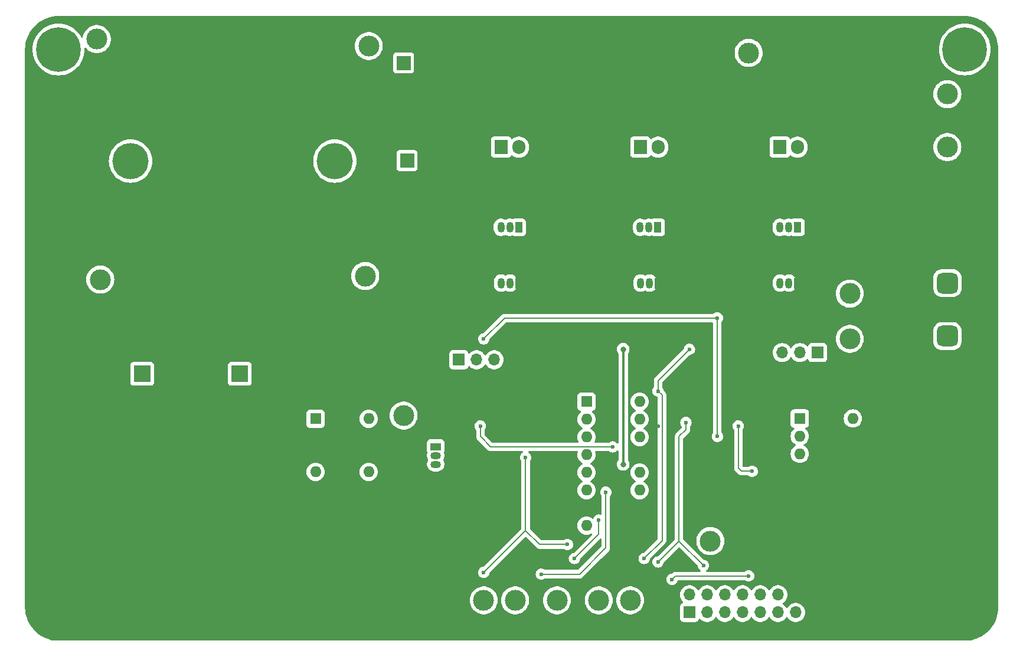
<source format=gbl>
%TF.GenerationSoftware,KiCad,Pcbnew,8.0.0*%
%TF.CreationDate,2024-04-03T13:41:32-04:00*%
%TF.ProjectId,SurgicalLightBoostConverterModule,53757267-6963-4616-9c4c-69676874426f,rev?*%
%TF.SameCoordinates,Original*%
%TF.FileFunction,Copper,L2,Bot*%
%TF.FilePolarity,Positive*%
%FSLAX46Y46*%
G04 Gerber Fmt 4.6, Leading zero omitted, Abs format (unit mm)*
G04 Created by KiCad (PCBNEW 8.0.0) date 2024-04-03 13:41:32*
%MOMM*%
%LPD*%
G01*
G04 APERTURE LIST*
G04 Aperture macros list*
%AMRoundRect*
0 Rectangle with rounded corners*
0 $1 Rounding radius*
0 $2 $3 $4 $5 $6 $7 $8 $9 X,Y pos of 4 corners*
0 Add a 4 corners polygon primitive as box body*
4,1,4,$2,$3,$4,$5,$6,$7,$8,$9,$2,$3,0*
0 Add four circle primitives for the rounded corners*
1,1,$1+$1,$2,$3*
1,1,$1+$1,$4,$5*
1,1,$1+$1,$6,$7*
1,1,$1+$1,$8,$9*
0 Add four rect primitives between the rounded corners*
20,1,$1+$1,$2,$3,$4,$5,0*
20,1,$1+$1,$4,$5,$6,$7,0*
20,1,$1+$1,$6,$7,$8,$9,0*
20,1,$1+$1,$8,$9,$2,$3,0*%
G04 Aperture macros list end*
%TA.AperFunction,ComponentPad*%
%ADD10R,1.600000X1.600000*%
%TD*%
%TA.AperFunction,ComponentPad*%
%ADD11O,1.600000X1.600000*%
%TD*%
%TA.AperFunction,ComponentPad*%
%ADD12R,1.050000X1.500000*%
%TD*%
%TA.AperFunction,ComponentPad*%
%ADD13O,1.050000X1.500000*%
%TD*%
%TA.AperFunction,ComponentPad*%
%ADD14C,3.000000*%
%TD*%
%TA.AperFunction,ComponentPad*%
%ADD15R,2.400000X2.400000*%
%TD*%
%TA.AperFunction,ComponentPad*%
%ADD16C,2.400000*%
%TD*%
%TA.AperFunction,ComponentPad*%
%ADD17R,1.500000X1.050000*%
%TD*%
%TA.AperFunction,ComponentPad*%
%ADD18O,1.500000X1.050000*%
%TD*%
%TA.AperFunction,ComponentPad*%
%ADD19R,1.700000X1.700000*%
%TD*%
%TA.AperFunction,ComponentPad*%
%ADD20O,1.700000X1.700000*%
%TD*%
%TA.AperFunction,ComponentPad*%
%ADD21C,5.200000*%
%TD*%
%TA.AperFunction,ComponentPad*%
%ADD22R,1.905000X2.000000*%
%TD*%
%TA.AperFunction,ComponentPad*%
%ADD23O,1.905000X2.000000*%
%TD*%
%TA.AperFunction,ComponentPad*%
%ADD24R,2.000000X2.000000*%
%TD*%
%TA.AperFunction,ComponentPad*%
%ADD25C,2.000000*%
%TD*%
%TA.AperFunction,ComponentPad*%
%ADD26C,3.600000*%
%TD*%
%TA.AperFunction,ConnectorPad*%
%ADD27C,6.400000*%
%TD*%
%TA.AperFunction,ComponentPad*%
%ADD28RoundRect,0.750000X0.750000X-0.750000X0.750000X0.750000X-0.750000X0.750000X-0.750000X-0.750000X0*%
%TD*%
%TA.AperFunction,ViaPad*%
%ADD29C,0.600000*%
%TD*%
%TA.AperFunction,ViaPad*%
%ADD30C,0.800000*%
%TD*%
%TA.AperFunction,Conductor*%
%ADD31C,0.177800*%
%TD*%
%TA.AperFunction,Conductor*%
%ADD32C,0.345000*%
%TD*%
%TA.AperFunction,Conductor*%
%ADD33C,0.200000*%
%TD*%
G04 APERTURE END LIST*
D10*
%TO.P,U1,1,1IN+*%
%TO.N,/1IN+*%
X100735000Y-75500000D03*
D11*
%TO.P,U1,2,1IN-*%
%TO.N,/1IN-*%
X100735000Y-78040000D03*
%TO.P,U1,3,FB*%
%TO.N,/FB*%
X100735000Y-80580000D03*
%TO.P,U1,4,DTC*%
%TO.N,/DTC*%
X100735000Y-83120000D03*
%TO.P,U1,5,CT*%
%TO.N,Net-(U1-CT)*%
X100735000Y-85660000D03*
%TO.P,U1,6,RT*%
%TO.N,Net-(U1-RT)*%
X100735000Y-88200000D03*
%TO.P,U1,7,GND*%
%TO.N,GND*%
X100735000Y-90740000D03*
%TO.P,U1,8,C1*%
%TO.N,BoostConverterSwitch*%
X100735000Y-93280000D03*
%TO.P,U1,9,E1*%
%TO.N,GND*%
X108355000Y-93280000D03*
%TO.P,U1,10,E2*%
X108355000Y-90740000D03*
%TO.P,U1,11,C2*%
%TO.N,BoostConverterSwitch*%
X108355000Y-88200000D03*
%TO.P,U1,12,VCC*%
%TO.N,+12V*%
X108355000Y-85660000D03*
%TO.P,U1,13,OUTCTRL*%
%TO.N,GND*%
X108355000Y-83120000D03*
%TO.P,U1,14,REF*%
%TO.N,+5V*%
X108355000Y-80580000D03*
%TO.P,U1,15,2IN-*%
%TO.N,/2IN-*%
X108355000Y-78040000D03*
%TO.P,U1,16,2IN+*%
%TO.N,/2IN+*%
X108355000Y-75500000D03*
%TD*%
D12*
%TO.P,Q1,1,C*%
%TO.N,/VSwitch*%
X91000000Y-50500000D03*
D13*
%TO.P,Q1,2,B*%
%TO.N,BoostConverterSwitch*%
X89730000Y-50500000D03*
%TO.P,Q1,3,E*%
%TO.N,Net-(Q1-E)*%
X88460000Y-50500000D03*
%TD*%
D14*
%TO.P,TP6,1,1*%
%TO.N,+5V*%
X74500000Y-77500000D03*
%TD*%
D15*
%TO.P,C1,1*%
%TO.N,+12V*%
X37000000Y-71500000D03*
D16*
%TO.P,C1,2*%
%TO.N,GND*%
X42000000Y-71500000D03*
%TD*%
D14*
%TO.P,TP13,1,1*%
%TO.N,/CS-*%
X138500000Y-66500000D03*
%TD*%
D12*
%TO.P,Q9,1,C*%
%TO.N,GND*%
X131040000Y-58500000D03*
D13*
%TO.P,Q9,2,B*%
%TO.N,BoostConverterSwitch*%
X129770000Y-58500000D03*
%TO.P,Q9,3,E*%
%TO.N,Net-(Q3-E)*%
X128500000Y-58500000D03*
%TD*%
D17*
%TO.P,Q10,1,C*%
%TO.N,+5V*%
X79105000Y-81960000D03*
D18*
%TO.P,Q10,2,B*%
%TO.N,Net-(Q10-B)*%
X79105000Y-83230000D03*
%TO.P,Q10,3,E*%
%TO.N,/DTC*%
X79105000Y-84500000D03*
%TD*%
D19*
%TO.P,J1,1,Pin_1*%
%TO.N,unconnected-(J1-Pin_1-Pad1)*%
X115500000Y-105740000D03*
D20*
%TO.P,J1,2,Pin_2*%
%TO.N,unconnected-(J1-Pin_2-Pad2)*%
X115500000Y-103200000D03*
%TO.P,J1,3,Pin_3*%
%TO.N,unconnected-(J1-Pin_3-Pad3)*%
X118040000Y-105740000D03*
%TO.P,J1,4,Pin_4*%
%TO.N,/1IN-*%
X118040000Y-103200000D03*
%TO.P,J1,5,Pin_5*%
%TO.N,unconnected-(J1-Pin_5-Pad5)*%
X120580000Y-105740000D03*
%TO.P,J1,6,Pin_6*%
%TO.N,unconnected-(J1-Pin_6-Pad6)*%
X120580000Y-103200000D03*
%TO.P,J1,7,Pin_7*%
%TO.N,unconnected-(J1-Pin_7-Pad7)*%
X123120000Y-105740000D03*
%TO.P,J1,8,Pin_8*%
%TO.N,/2IN-*%
X123120000Y-103200000D03*
%TO.P,J1,9,Pin_9*%
%TO.N,unconnected-(J1-Pin_9-Pad9)*%
X125660000Y-105740000D03*
%TO.P,J1,10,Pin_10*%
%TO.N,unconnected-(J1-Pin_10-Pad10)*%
X125660000Y-103200000D03*
%TO.P,J1,11,Pin_11*%
%TO.N,unconnected-(J1-Pin_11-Pad11)*%
X128200000Y-105740000D03*
%TO.P,J1,12,Pin_12*%
%TO.N,/DTC*%
X128200000Y-103200000D03*
%TO.P,J1,13,Pin_13*%
%TO.N,unconnected-(J1-Pin_13-Pad13)*%
X130740000Y-105740000D03*
%TO.P,J1,14,Pin_14*%
%TO.N,GND*%
X130740000Y-103200000D03*
%TD*%
D21*
%TO.P,L1,1,1*%
%TO.N,+12V*%
X35350000Y-41000000D03*
%TO.P,L1,2,2*%
%TO.N,/VSwitch*%
X64650000Y-41000000D03*
%TD*%
D22*
%TO.P,Q4,1,G*%
%TO.N,Net-(Q4-G)*%
X88500000Y-39000000D03*
D23*
%TO.P,Q4,2,D*%
%TO.N,/VSwitch*%
X91040000Y-39000000D03*
%TO.P,Q4,3,S*%
%TO.N,GND*%
X93580000Y-39000000D03*
%TD*%
D14*
%TO.P,TP1,1,1*%
%TO.N,unconnected-(TP1-Pad1)*%
X30500000Y-23500000D03*
%TD*%
D22*
%TO.P,Q5,1,G*%
%TO.N,Net-(Q5-G)*%
X108460000Y-39000000D03*
D23*
%TO.P,Q5,2,D*%
%TO.N,/VSwitch*%
X111000000Y-39000000D03*
%TO.P,Q5,3,S*%
%TO.N,GND*%
X113540000Y-39000000D03*
%TD*%
D12*
%TO.P,Q7,1,C*%
%TO.N,GND*%
X91040000Y-58500000D03*
D13*
%TO.P,Q7,2,B*%
%TO.N,BoostConverterSwitch*%
X89770000Y-58500000D03*
%TO.P,Q7,3,E*%
%TO.N,Net-(Q1-E)*%
X88500000Y-58500000D03*
%TD*%
D10*
%TO.P,U2,1,K*%
%TO.N,Net-(D8-K)*%
X61880000Y-77960000D03*
D11*
%TO.P,U2,2,A*%
%TO.N,GND*%
X61880000Y-80500000D03*
%TO.P,U2,3,A*%
X61880000Y-83040000D03*
%TO.P,U2,4*%
%TO.N,N/C*%
X61880000Y-85580000D03*
%TO.P,U2,5*%
X69500000Y-85580000D03*
%TO.P,U2,6,A*%
%TO.N,GND*%
X69500000Y-83040000D03*
%TO.P,U2,7,A*%
X69500000Y-80500000D03*
%TO.P,U2,8,REF*%
%TO.N,Net-(U2-REF)*%
X69500000Y-77960000D03*
%TD*%
D12*
%TO.P,Q2,1,C*%
%TO.N,/VSwitch*%
X110960000Y-50500000D03*
D13*
%TO.P,Q2,2,B*%
%TO.N,BoostConverterSwitch*%
X109690000Y-50500000D03*
%TO.P,Q2,3,E*%
%TO.N,Net-(Q2-E)*%
X108420000Y-50500000D03*
%TD*%
D14*
%TO.P,TP12,1,1*%
%TO.N,/2IN-*%
X107000000Y-104000000D03*
%TD*%
%TO.P,TP8,1,1*%
%TO.N,/1IN+*%
X90500000Y-104000000D03*
%TD*%
%TO.P,TP3,1,1*%
%TO.N,unconnected-(TP3-Pad1)*%
X69000000Y-57500000D03*
%TD*%
D24*
%TO.P,C4,1*%
%TO.N,/CS+*%
X75000000Y-40923959D03*
D25*
%TO.P,C4,2*%
%TO.N,GND*%
X80000000Y-40923959D03*
%TD*%
D12*
%TO.P,Q3,1,C*%
%TO.N,/VSwitch*%
X131000000Y-50500000D03*
D13*
%TO.P,Q3,2,B*%
%TO.N,BoostConverterSwitch*%
X129730000Y-50500000D03*
%TO.P,Q3,3,E*%
%TO.N,Net-(Q3-E)*%
X128460000Y-50500000D03*
%TD*%
D14*
%TO.P,TP2,1,1*%
%TO.N,unconnected-(TP2-Pad1)*%
X69500000Y-24500000D03*
%TD*%
D26*
%TO.P,H3,1,1*%
%TO.N,GND*%
X25000000Y-105000000D03*
D27*
X25000000Y-105000000D03*
%TD*%
D14*
%TO.P,TP4,1,1*%
%TO.N,unconnected-(TP4-Pad1)*%
X31000000Y-58000000D03*
%TD*%
D22*
%TO.P,Q6,1,G*%
%TO.N,Net-(Q6-G)*%
X128460000Y-39000000D03*
D23*
%TO.P,Q6,2,D*%
%TO.N,/VSwitch*%
X131000000Y-39000000D03*
%TO.P,Q6,3,S*%
%TO.N,GND*%
X133540000Y-39000000D03*
%TD*%
D28*
%TO.P,F1,1*%
%TO.N,/CS-*%
X152500000Y-66100000D03*
X152500000Y-58500000D03*
D14*
%TO.P,F1,2*%
%TO.N,+24V*%
X152500000Y-39000000D03*
X152500000Y-31400000D03*
%TD*%
D12*
%TO.P,Q8,1,C*%
%TO.N,GND*%
X111040000Y-58500000D03*
D13*
%TO.P,Q8,2,B*%
%TO.N,BoostConverterSwitch*%
X109770000Y-58500000D03*
%TO.P,Q8,3,E*%
%TO.N,Net-(Q2-E)*%
X108500000Y-58500000D03*
%TD*%
D26*
%TO.P,H1,1,1*%
%TO.N,+24V*%
X155000000Y-25000000D03*
D27*
X155000000Y-25000000D03*
%TD*%
D14*
%TO.P,TP5,1,1*%
%TO.N,/CS+*%
X124000000Y-25500000D03*
%TD*%
%TO.P,TP10,1,1*%
%TO.N,/DTC*%
X96500000Y-104000000D03*
%TD*%
%TO.P,TP7,1,1*%
%TO.N,/1IN-*%
X86000000Y-104000000D03*
%TD*%
D24*
%TO.P,C3,1*%
%TO.N,/CS+*%
X74500000Y-26923959D03*
D25*
%TO.P,C3,2*%
%TO.N,GND*%
X79500000Y-26923959D03*
%TD*%
D26*
%TO.P,H2,1,1*%
%TO.N,+12V*%
X25000000Y-25000000D03*
D27*
X25000000Y-25000000D03*
%TD*%
D14*
%TO.P,TP11,1,1*%
%TO.N,/CS+*%
X138500000Y-60000000D03*
%TD*%
%TO.P,TP14,1,1*%
%TO.N,/2IN+*%
X102500000Y-104000000D03*
%TD*%
D10*
%TO.P,U3,1*%
%TO.N,Net-(R19-Pad1)*%
X131325000Y-77920000D03*
D11*
%TO.P,U3,2,-*%
%TO.N,Net-(U3A--)*%
X131325000Y-80460000D03*
%TO.P,U3,3,+*%
%TO.N,Net-(U3A-+)*%
X131325000Y-83000000D03*
%TO.P,U3,4,V-*%
%TO.N,GND*%
X131325000Y-85540000D03*
%TO.P,U3,5,+*%
X138945000Y-85540000D03*
%TO.P,U3,6,-*%
X138945000Y-83000000D03*
%TO.P,U3,7*%
X138945000Y-80460000D03*
%TO.P,U3,8,V+*%
%TO.N,+12V*%
X138945000Y-77920000D03*
%TD*%
D26*
%TO.P,H4,1,1*%
%TO.N,GND*%
X155000000Y-105000000D03*
D27*
X155000000Y-105000000D03*
%TD*%
D15*
%TO.P,C2,1*%
%TO.N,+12V*%
X51000000Y-71500000D03*
D16*
%TO.P,C2,2*%
%TO.N,GND*%
X56000000Y-71500000D03*
%TD*%
D14*
%TO.P,TP9,1,1*%
%TO.N,BoostConverterSwitch*%
X118500000Y-95500000D03*
%TD*%
D19*
%TO.P,RV2,1,1*%
%TO.N,Net-(R19-Pad1)*%
X133875000Y-68460000D03*
D20*
%TO.P,RV2,2,2*%
X131335000Y-68460000D03*
%TO.P,RV2,3,3*%
%TO.N,/2IN+*%
X128795000Y-68460000D03*
%TD*%
D19*
%TO.P,RV1,1,1*%
%TO.N,/CS+*%
X82420000Y-69500000D03*
D20*
%TO.P,RV1,2,2*%
X84960000Y-69500000D03*
%TO.P,RV1,3,3*%
%TO.N,/1IN+*%
X87500000Y-69500000D03*
%TD*%
D29*
%TO.N,GND*%
X94000000Y-93500000D03*
X77000000Y-34000000D03*
X123500000Y-65077800D03*
X92500000Y-75500000D03*
X121500000Y-81000000D03*
X56000000Y-61000000D03*
X70000000Y-33500000D03*
X85500000Y-82000000D03*
X111000000Y-79000000D03*
X49500000Y-61000000D03*
X25565000Y-39087500D03*
X70000000Y-41000000D03*
X42323959Y-61000000D03*
X146000000Y-35462500D03*
X77500000Y-70000000D03*
%TO.N,/CS+*%
X119500000Y-80500000D03*
X86000000Y-66500000D03*
X119500000Y-63500000D03*
D30*
%TO.N,BoostConverterSwitch*%
X106000000Y-84500000D03*
X106000000Y-68000000D03*
D29*
%TO.N,/DTC*%
X99000000Y-98000000D03*
X124000000Y-100500000D03*
X113000000Y-101000000D03*
X102500000Y-92500000D03*
%TO.N,+5V*%
X104500000Y-82000000D03*
X85500000Y-79000000D03*
%TO.N,/1IN-*%
X92000000Y-83500000D03*
X86000000Y-100000000D03*
X98000000Y-96000000D03*
%TO.N,/1IN+*%
X94250000Y-100250000D03*
X103500000Y-88500000D03*
%TO.N,Net-(U3A-+)*%
X124500000Y-85500000D03*
X122500000Y-79000000D03*
%TO.N,/2IN-*%
X115000000Y-78500000D03*
X117500000Y-99000000D03*
X111000000Y-98500000D03*
%TO.N,/2IN+*%
X109000000Y-98000000D03*
X111000000Y-74000000D03*
X115500000Y-68000000D03*
%TD*%
D31*
%TO.N,/CS+*%
X119500000Y-63500000D02*
X119500000Y-80500000D01*
X119500000Y-63500000D02*
X89000000Y-63500000D01*
X89000000Y-63500000D02*
X86000000Y-66500000D01*
D32*
%TO.N,BoostConverterSwitch*%
X106000000Y-70500000D02*
X106000000Y-84500000D01*
X106000000Y-68000000D02*
X106000000Y-70500000D01*
D31*
%TO.N,/DTC*%
X113500000Y-100500000D02*
X124000000Y-100500000D01*
X102500000Y-92500000D02*
X102500000Y-94500000D01*
X102500000Y-94500000D02*
X99000000Y-98000000D01*
X113000000Y-101000000D02*
X113500000Y-100500000D01*
%TO.N,+5V*%
X104500000Y-82000000D02*
X88000000Y-82000000D01*
X85500000Y-80500000D02*
X85500000Y-79000000D01*
X87000000Y-82000000D02*
X85500000Y-80500000D01*
X88000000Y-82000000D02*
X87000000Y-82000000D01*
D33*
%TO.N,/1IN-*%
X92000000Y-94000000D02*
X86000000Y-100000000D01*
X92000000Y-94000000D02*
X94000000Y-96000000D01*
X92000000Y-83500000D02*
X92000000Y-94000000D01*
X94000000Y-96000000D02*
X98000000Y-96000000D01*
%TO.N,/1IN+*%
X103500000Y-88500000D02*
X103500000Y-96500000D01*
X99750000Y-100250000D02*
X94250000Y-100250000D01*
X103500000Y-96500000D02*
X99750000Y-100250000D01*
D31*
%TO.N,Net-(U3A-+)*%
X122500000Y-85000000D02*
X122500000Y-79000000D01*
X124500000Y-85500000D02*
X123000000Y-85500000D01*
X123000000Y-85500000D02*
X122500000Y-85000000D01*
D33*
%TO.N,/2IN-*%
X115000000Y-79500000D02*
X114000000Y-80500000D01*
X115000000Y-78500000D02*
X115000000Y-79500000D01*
X114000000Y-80500000D02*
X114000000Y-95500000D01*
X114000000Y-95500000D02*
X111000000Y-98500000D01*
X114000000Y-95500000D02*
X117500000Y-99000000D01*
%TO.N,/2IN+*%
X111577800Y-95422200D02*
X109000000Y-98000000D01*
X111577800Y-74577800D02*
X111577800Y-95422200D01*
X115500000Y-68000000D02*
X111000000Y-72500000D01*
X111000000Y-74000000D02*
X111577800Y-74577800D01*
X111000000Y-72500000D02*
X111000000Y-74000000D01*
D31*
%TO.N,Net-(R19-Pad1)*%
X131420000Y-77920000D02*
X131500000Y-78000000D01*
X131325000Y-77920000D02*
X131420000Y-77920000D01*
%TD*%
%TA.AperFunction,Conductor*%
%TO.N,GND*%
G36*
X155002702Y-20200617D02*
G01*
X155412917Y-20218528D01*
X155423654Y-20219468D01*
X155828057Y-20272708D01*
X155838695Y-20274583D01*
X156236925Y-20362869D01*
X156247365Y-20365667D01*
X156636363Y-20488317D01*
X156646524Y-20492015D01*
X157023363Y-20648108D01*
X157033155Y-20652674D01*
X157394965Y-20841020D01*
X157404305Y-20846413D01*
X157689636Y-21028189D01*
X157748309Y-21065568D01*
X157757170Y-21071772D01*
X158080766Y-21320076D01*
X158089053Y-21327030D01*
X158389767Y-21602583D01*
X158397416Y-21610232D01*
X158672969Y-21910946D01*
X158679923Y-21919233D01*
X158928227Y-22242829D01*
X158934431Y-22251690D01*
X159087207Y-22491500D01*
X159153578Y-22595680D01*
X159158987Y-22605048D01*
X159347322Y-22966838D01*
X159351894Y-22976642D01*
X159507983Y-23353473D01*
X159511683Y-23363639D01*
X159634331Y-23752630D01*
X159637131Y-23763078D01*
X159725414Y-24161296D01*
X159727292Y-24171950D01*
X159780529Y-24576326D01*
X159781472Y-24587102D01*
X159799382Y-24997297D01*
X159799500Y-25002706D01*
X159799500Y-104997293D01*
X159799382Y-105002702D01*
X159781472Y-105412897D01*
X159780529Y-105423673D01*
X159727292Y-105828049D01*
X159725414Y-105838703D01*
X159637131Y-106236921D01*
X159634331Y-106247369D01*
X159511683Y-106636360D01*
X159507983Y-106646526D01*
X159351894Y-107023357D01*
X159347322Y-107033161D01*
X159158987Y-107394951D01*
X159153578Y-107404319D01*
X158934431Y-107748309D01*
X158928227Y-107757170D01*
X158679923Y-108080766D01*
X158672969Y-108089053D01*
X158397416Y-108389767D01*
X158389767Y-108397416D01*
X158089053Y-108672969D01*
X158080766Y-108679923D01*
X157757170Y-108928227D01*
X157748309Y-108934431D01*
X157404319Y-109153578D01*
X157394951Y-109158987D01*
X157033161Y-109347322D01*
X157023357Y-109351894D01*
X156646526Y-109507983D01*
X156636360Y-109511683D01*
X156247369Y-109634331D01*
X156236921Y-109637131D01*
X155838703Y-109725414D01*
X155828049Y-109727292D01*
X155423673Y-109780529D01*
X155412897Y-109781472D01*
X155002703Y-109799382D01*
X154997294Y-109799500D01*
X25002706Y-109799500D01*
X24997297Y-109799382D01*
X24587102Y-109781472D01*
X24576326Y-109780529D01*
X24171950Y-109727292D01*
X24161296Y-109725414D01*
X23763078Y-109637131D01*
X23752630Y-109634331D01*
X23363639Y-109511683D01*
X23353473Y-109507983D01*
X22976642Y-109351894D01*
X22966838Y-109347322D01*
X22847126Y-109285004D01*
X22605042Y-109158983D01*
X22595686Y-109153582D01*
X22423685Y-109044004D01*
X22251690Y-108934431D01*
X22242829Y-108928227D01*
X21919233Y-108679923D01*
X21910946Y-108672969D01*
X21610232Y-108397416D01*
X21602583Y-108389767D01*
X21327030Y-108089053D01*
X21320076Y-108080766D01*
X21071772Y-107757170D01*
X21065568Y-107748309D01*
X21012070Y-107664334D01*
X20846413Y-107404305D01*
X20841020Y-107394965D01*
X20652674Y-107033155D01*
X20648105Y-107023357D01*
X20633601Y-106988342D01*
X20492015Y-106646524D01*
X20488316Y-106636360D01*
X20469684Y-106577268D01*
X20365667Y-106247365D01*
X20362868Y-106236921D01*
X20350829Y-106182616D01*
X20274583Y-105838695D01*
X20272707Y-105828049D01*
X20261116Y-105740005D01*
X20219468Y-105423654D01*
X20218528Y-105412917D01*
X20200618Y-105002702D01*
X20200500Y-104997293D01*
X20200500Y-104000000D01*
X83986807Y-104000000D01*
X84005557Y-104274130D01*
X84005558Y-104274132D01*
X84061458Y-104543141D01*
X84061463Y-104543158D01*
X84153476Y-104802056D01*
X84279889Y-105046024D01*
X84279893Y-105046030D01*
X84438340Y-105270499D01*
X84438343Y-105270502D01*
X84625889Y-105471314D01*
X84839031Y-105644718D01*
X84839033Y-105644719D01*
X84839034Y-105644720D01*
X85073801Y-105787485D01*
X85278348Y-105876331D01*
X85325823Y-105896953D01*
X85590404Y-105971085D01*
X85829720Y-106003978D01*
X85862614Y-106008500D01*
X85862615Y-106008500D01*
X86137386Y-106008500D01*
X86166733Y-106004466D01*
X86409596Y-105971085D01*
X86674177Y-105896953D01*
X86926200Y-105787484D01*
X87160969Y-105644718D01*
X87374111Y-105471314D01*
X87561657Y-105270502D01*
X87720111Y-105046023D01*
X87846523Y-104802058D01*
X87938538Y-104543153D01*
X87938539Y-104543146D01*
X87938541Y-104543141D01*
X87976401Y-104360946D01*
X87994442Y-104274130D01*
X88013193Y-104000000D01*
X88486807Y-104000000D01*
X88505557Y-104274130D01*
X88505558Y-104274132D01*
X88561458Y-104543141D01*
X88561463Y-104543158D01*
X88653476Y-104802056D01*
X88779889Y-105046024D01*
X88779893Y-105046030D01*
X88938340Y-105270499D01*
X88938343Y-105270502D01*
X89125889Y-105471314D01*
X89339031Y-105644718D01*
X89339033Y-105644719D01*
X89339034Y-105644720D01*
X89573801Y-105787485D01*
X89778348Y-105876331D01*
X89825823Y-105896953D01*
X90090404Y-105971085D01*
X90329720Y-106003978D01*
X90362614Y-106008500D01*
X90362615Y-106008500D01*
X90637386Y-106008500D01*
X90666733Y-106004466D01*
X90909596Y-105971085D01*
X91174177Y-105896953D01*
X91426200Y-105787484D01*
X91660969Y-105644718D01*
X91874111Y-105471314D01*
X92061657Y-105270502D01*
X92220111Y-105046023D01*
X92346523Y-104802058D01*
X92438538Y-104543153D01*
X92438539Y-104543146D01*
X92438541Y-104543141D01*
X92476401Y-104360946D01*
X92494442Y-104274130D01*
X92513193Y-104000000D01*
X94486807Y-104000000D01*
X94505557Y-104274130D01*
X94505558Y-104274132D01*
X94561458Y-104543141D01*
X94561463Y-104543158D01*
X94653476Y-104802056D01*
X94779889Y-105046024D01*
X94779893Y-105046030D01*
X94938340Y-105270499D01*
X94938343Y-105270502D01*
X95125889Y-105471314D01*
X95339031Y-105644718D01*
X95339033Y-105644719D01*
X95339034Y-105644720D01*
X95573801Y-105787485D01*
X95778348Y-105876331D01*
X95825823Y-105896953D01*
X96090404Y-105971085D01*
X96329720Y-106003978D01*
X96362614Y-106008500D01*
X96362615Y-106008500D01*
X96637386Y-106008500D01*
X96666733Y-106004466D01*
X96909596Y-105971085D01*
X97174177Y-105896953D01*
X97426200Y-105787484D01*
X97660969Y-105644718D01*
X97874111Y-105471314D01*
X98061657Y-105270502D01*
X98220111Y-105046023D01*
X98346523Y-104802058D01*
X98438538Y-104543153D01*
X98438539Y-104543146D01*
X98438541Y-104543141D01*
X98476401Y-104360946D01*
X98494442Y-104274130D01*
X98513193Y-104000000D01*
X100486807Y-104000000D01*
X100505557Y-104274130D01*
X100505558Y-104274132D01*
X100561458Y-104543141D01*
X100561463Y-104543158D01*
X100653476Y-104802056D01*
X100779889Y-105046024D01*
X100779893Y-105046030D01*
X100938340Y-105270499D01*
X100938343Y-105270502D01*
X101125889Y-105471314D01*
X101339031Y-105644718D01*
X101339033Y-105644719D01*
X101339034Y-105644720D01*
X101573801Y-105787485D01*
X101778348Y-105876331D01*
X101825823Y-105896953D01*
X102090404Y-105971085D01*
X102329720Y-106003978D01*
X102362614Y-106008500D01*
X102362615Y-106008500D01*
X102637386Y-106008500D01*
X102666733Y-106004466D01*
X102909596Y-105971085D01*
X103174177Y-105896953D01*
X103426200Y-105787484D01*
X103660969Y-105644718D01*
X103874111Y-105471314D01*
X104061657Y-105270502D01*
X104220111Y-105046023D01*
X104346523Y-104802058D01*
X104438538Y-104543153D01*
X104438539Y-104543146D01*
X104438541Y-104543141D01*
X104476401Y-104360946D01*
X104494442Y-104274130D01*
X104513193Y-104000000D01*
X104986807Y-104000000D01*
X105005557Y-104274130D01*
X105005558Y-104274132D01*
X105061458Y-104543141D01*
X105061463Y-104543158D01*
X105153476Y-104802056D01*
X105279889Y-105046024D01*
X105279893Y-105046030D01*
X105438340Y-105270499D01*
X105438343Y-105270502D01*
X105625889Y-105471314D01*
X105839031Y-105644718D01*
X105839033Y-105644719D01*
X105839034Y-105644720D01*
X106073801Y-105787485D01*
X106278348Y-105876331D01*
X106325823Y-105896953D01*
X106590404Y-105971085D01*
X106829720Y-106003978D01*
X106862614Y-106008500D01*
X106862615Y-106008500D01*
X107137386Y-106008500D01*
X107166733Y-106004466D01*
X107409596Y-105971085D01*
X107674177Y-105896953D01*
X107926200Y-105787484D01*
X108160969Y-105644718D01*
X108374111Y-105471314D01*
X108561657Y-105270502D01*
X108720111Y-105046023D01*
X108846523Y-104802058D01*
X108938538Y-104543153D01*
X108938539Y-104543146D01*
X108938541Y-104543141D01*
X108976401Y-104360946D01*
X108994442Y-104274130D01*
X109013193Y-104000000D01*
X108994442Y-103725870D01*
X108975141Y-103632989D01*
X108938541Y-103456858D01*
X108938536Y-103456841D01*
X108847256Y-103200005D01*
X114136844Y-103200005D01*
X114155434Y-103424359D01*
X114155436Y-103424371D01*
X114210703Y-103642614D01*
X114301140Y-103848792D01*
X114424276Y-104037265D01*
X114424284Y-104037276D01*
X114569489Y-104195008D01*
X114600412Y-104257662D01*
X114592552Y-104327088D01*
X114548405Y-104381244D01*
X114521596Y-104395172D01*
X114403794Y-104439111D01*
X114286739Y-104526739D01*
X114199111Y-104643795D01*
X114148011Y-104780795D01*
X114148011Y-104780797D01*
X114141500Y-104841345D01*
X114141500Y-106638654D01*
X114148011Y-106699202D01*
X114148011Y-106699204D01*
X114199111Y-106836204D01*
X114286739Y-106953261D01*
X114403796Y-107040889D01*
X114540799Y-107091989D01*
X114568050Y-107094918D01*
X114601345Y-107098499D01*
X114601362Y-107098500D01*
X116398638Y-107098500D01*
X116398654Y-107098499D01*
X116425692Y-107095591D01*
X116459201Y-107091989D01*
X116596204Y-107040889D01*
X116713261Y-106953261D01*
X116800889Y-106836204D01*
X116846138Y-106714887D01*
X116888009Y-106658956D01*
X116953474Y-106634539D01*
X117021746Y-106649391D01*
X117053545Y-106674236D01*
X117116760Y-106742906D01*
X117294424Y-106881189D01*
X117294425Y-106881189D01*
X117294427Y-106881191D01*
X117314473Y-106892039D01*
X117492426Y-106988342D01*
X117705365Y-107061444D01*
X117927431Y-107098500D01*
X118152569Y-107098500D01*
X118374635Y-107061444D01*
X118587574Y-106988342D01*
X118785576Y-106881189D01*
X118963240Y-106742906D01*
X119115722Y-106577268D01*
X119206193Y-106438790D01*
X119259338Y-106393437D01*
X119328569Y-106384013D01*
X119391905Y-106413515D01*
X119413804Y-106438787D01*
X119504278Y-106577268D01*
X119504283Y-106577273D01*
X119504284Y-106577276D01*
X119630968Y-106714889D01*
X119656760Y-106742906D01*
X119834424Y-106881189D01*
X119834425Y-106881189D01*
X119834427Y-106881191D01*
X119854473Y-106892039D01*
X120032426Y-106988342D01*
X120245365Y-107061444D01*
X120467431Y-107098500D01*
X120692569Y-107098500D01*
X120914635Y-107061444D01*
X121127574Y-106988342D01*
X121325576Y-106881189D01*
X121503240Y-106742906D01*
X121655722Y-106577268D01*
X121746193Y-106438790D01*
X121799338Y-106393437D01*
X121868569Y-106384013D01*
X121931905Y-106413515D01*
X121953804Y-106438787D01*
X122044278Y-106577268D01*
X122044283Y-106577273D01*
X122044284Y-106577276D01*
X122170968Y-106714889D01*
X122196760Y-106742906D01*
X122374424Y-106881189D01*
X122374425Y-106881189D01*
X122374427Y-106881191D01*
X122394473Y-106892039D01*
X122572426Y-106988342D01*
X122785365Y-107061444D01*
X123007431Y-107098500D01*
X123232569Y-107098500D01*
X123454635Y-107061444D01*
X123667574Y-106988342D01*
X123865576Y-106881189D01*
X124043240Y-106742906D01*
X124195722Y-106577268D01*
X124286193Y-106438790D01*
X124339338Y-106393437D01*
X124408569Y-106384013D01*
X124471905Y-106413515D01*
X124493804Y-106438787D01*
X124584278Y-106577268D01*
X124584283Y-106577273D01*
X124584284Y-106577276D01*
X124710968Y-106714889D01*
X124736760Y-106742906D01*
X124914424Y-106881189D01*
X124914425Y-106881189D01*
X124914427Y-106881191D01*
X124934473Y-106892039D01*
X125112426Y-106988342D01*
X125325365Y-107061444D01*
X125547431Y-107098500D01*
X125772569Y-107098500D01*
X125994635Y-107061444D01*
X126207574Y-106988342D01*
X126405576Y-106881189D01*
X126583240Y-106742906D01*
X126735722Y-106577268D01*
X126826193Y-106438790D01*
X126879338Y-106393437D01*
X126948569Y-106384013D01*
X127011905Y-106413515D01*
X127033804Y-106438787D01*
X127124278Y-106577268D01*
X127124283Y-106577273D01*
X127124284Y-106577276D01*
X127250968Y-106714889D01*
X127276760Y-106742906D01*
X127454424Y-106881189D01*
X127454425Y-106881189D01*
X127454427Y-106881191D01*
X127474473Y-106892039D01*
X127652426Y-106988342D01*
X127865365Y-107061444D01*
X128087431Y-107098500D01*
X128312569Y-107098500D01*
X128534635Y-107061444D01*
X128747574Y-106988342D01*
X128945576Y-106881189D01*
X129123240Y-106742906D01*
X129275722Y-106577268D01*
X129366193Y-106438790D01*
X129419338Y-106393437D01*
X129488569Y-106384013D01*
X129551905Y-106413515D01*
X129573804Y-106438787D01*
X129664278Y-106577268D01*
X129664283Y-106577273D01*
X129664284Y-106577276D01*
X129790968Y-106714889D01*
X129816760Y-106742906D01*
X129994424Y-106881189D01*
X129994425Y-106881189D01*
X129994427Y-106881191D01*
X130014473Y-106892039D01*
X130192426Y-106988342D01*
X130405365Y-107061444D01*
X130627431Y-107098500D01*
X130852569Y-107098500D01*
X131074635Y-107061444D01*
X131287574Y-106988342D01*
X131485576Y-106881189D01*
X131663240Y-106742906D01*
X131815722Y-106577268D01*
X131938860Y-106388791D01*
X132029296Y-106182616D01*
X132084564Y-105964368D01*
X132084565Y-105964359D01*
X132103156Y-105740005D01*
X132103156Y-105739994D01*
X132084565Y-105515640D01*
X132084563Y-105515628D01*
X132029296Y-105297385D01*
X132017504Y-105270502D01*
X131938860Y-105091209D01*
X131922706Y-105066484D01*
X131815723Y-104902734D01*
X131815715Y-104902723D01*
X131663243Y-104737097D01*
X131663238Y-104737092D01*
X131485577Y-104598812D01*
X131485572Y-104598808D01*
X131287580Y-104491661D01*
X131287577Y-104491659D01*
X131287574Y-104491658D01*
X131287571Y-104491657D01*
X131287569Y-104491656D01*
X131074637Y-104418556D01*
X130852569Y-104381500D01*
X130627431Y-104381500D01*
X130405362Y-104418556D01*
X130192430Y-104491656D01*
X130192419Y-104491661D01*
X129994427Y-104598808D01*
X129994422Y-104598812D01*
X129816761Y-104737092D01*
X129816756Y-104737097D01*
X129664284Y-104902723D01*
X129664276Y-104902734D01*
X129573808Y-105041206D01*
X129520662Y-105086562D01*
X129451431Y-105095986D01*
X129388095Y-105066484D01*
X129366192Y-105041206D01*
X129275723Y-104902734D01*
X129275715Y-104902723D01*
X129123243Y-104737097D01*
X129123238Y-104737092D01*
X128945577Y-104598812D01*
X128945578Y-104598812D01*
X128945576Y-104598811D01*
X128909070Y-104579055D01*
X128859479Y-104529836D01*
X128844371Y-104461619D01*
X128868541Y-104396064D01*
X128909070Y-104360945D01*
X128909084Y-104360936D01*
X128945576Y-104341189D01*
X129123240Y-104202906D01*
X129275722Y-104037268D01*
X129398860Y-103848791D01*
X129489296Y-103642616D01*
X129544564Y-103424368D01*
X129563156Y-103200000D01*
X129562985Y-103197942D01*
X129544565Y-102975640D01*
X129544563Y-102975628D01*
X129489296Y-102757385D01*
X129398859Y-102551207D01*
X129275723Y-102362734D01*
X129275715Y-102362723D01*
X129123243Y-102197097D01*
X129123238Y-102197092D01*
X128945577Y-102058812D01*
X128945572Y-102058808D01*
X128747580Y-101951661D01*
X128747577Y-101951659D01*
X128747574Y-101951658D01*
X128747571Y-101951657D01*
X128747569Y-101951656D01*
X128534637Y-101878556D01*
X128312569Y-101841500D01*
X128087431Y-101841500D01*
X127865362Y-101878556D01*
X127652430Y-101951656D01*
X127652419Y-101951661D01*
X127454427Y-102058808D01*
X127454422Y-102058812D01*
X127276761Y-102197092D01*
X127276756Y-102197097D01*
X127124284Y-102362723D01*
X127124276Y-102362734D01*
X127033808Y-102501206D01*
X126980662Y-102546562D01*
X126911431Y-102555986D01*
X126848095Y-102526484D01*
X126826192Y-102501206D01*
X126735723Y-102362734D01*
X126735715Y-102362723D01*
X126583243Y-102197097D01*
X126583238Y-102197092D01*
X126405577Y-102058812D01*
X126405572Y-102058808D01*
X126207580Y-101951661D01*
X126207577Y-101951659D01*
X126207574Y-101951658D01*
X126207571Y-101951657D01*
X126207569Y-101951656D01*
X125994637Y-101878556D01*
X125772569Y-101841500D01*
X125547431Y-101841500D01*
X125325362Y-101878556D01*
X125112430Y-101951656D01*
X125112419Y-101951661D01*
X124914427Y-102058808D01*
X124914422Y-102058812D01*
X124736761Y-102197092D01*
X124736756Y-102197097D01*
X124584284Y-102362723D01*
X124584276Y-102362734D01*
X124493808Y-102501206D01*
X124440662Y-102546562D01*
X124371431Y-102555986D01*
X124308095Y-102526484D01*
X124286192Y-102501206D01*
X124195723Y-102362734D01*
X124195715Y-102362723D01*
X124043243Y-102197097D01*
X124043238Y-102197092D01*
X123865577Y-102058812D01*
X123865572Y-102058808D01*
X123667580Y-101951661D01*
X123667577Y-101951659D01*
X123667574Y-101951658D01*
X123667571Y-101951657D01*
X123667569Y-101951656D01*
X123454637Y-101878556D01*
X123232569Y-101841500D01*
X123007431Y-101841500D01*
X122785362Y-101878556D01*
X122572430Y-101951656D01*
X122572419Y-101951661D01*
X122374427Y-102058808D01*
X122374422Y-102058812D01*
X122196761Y-102197092D01*
X122196756Y-102197097D01*
X122044284Y-102362723D01*
X122044276Y-102362734D01*
X121953808Y-102501206D01*
X121900662Y-102546562D01*
X121831431Y-102555986D01*
X121768095Y-102526484D01*
X121746192Y-102501206D01*
X121655723Y-102362734D01*
X121655715Y-102362723D01*
X121503243Y-102197097D01*
X121503238Y-102197092D01*
X121325577Y-102058812D01*
X121325572Y-102058808D01*
X121127580Y-101951661D01*
X121127577Y-101951659D01*
X121127574Y-101951658D01*
X121127571Y-101951657D01*
X121127569Y-101951656D01*
X120914637Y-101878556D01*
X120692569Y-101841500D01*
X120467431Y-101841500D01*
X120245362Y-101878556D01*
X120032430Y-101951656D01*
X120032419Y-101951661D01*
X119834427Y-102058808D01*
X119834422Y-102058812D01*
X119656761Y-102197092D01*
X119656756Y-102197097D01*
X119504284Y-102362723D01*
X119504276Y-102362734D01*
X119413808Y-102501206D01*
X119360662Y-102546562D01*
X119291431Y-102555986D01*
X119228095Y-102526484D01*
X119206192Y-102501206D01*
X119115723Y-102362734D01*
X119115715Y-102362723D01*
X118963243Y-102197097D01*
X118963238Y-102197092D01*
X118785577Y-102058812D01*
X118785572Y-102058808D01*
X118587580Y-101951661D01*
X118587577Y-101951659D01*
X118587574Y-101951658D01*
X118587571Y-101951657D01*
X118587569Y-101951656D01*
X118374637Y-101878556D01*
X118152569Y-101841500D01*
X117927431Y-101841500D01*
X117705362Y-101878556D01*
X117492430Y-101951656D01*
X117492419Y-101951661D01*
X117294427Y-102058808D01*
X117294422Y-102058812D01*
X117116761Y-102197092D01*
X117116756Y-102197097D01*
X116964284Y-102362723D01*
X116964276Y-102362734D01*
X116873808Y-102501206D01*
X116820662Y-102546562D01*
X116751431Y-102555986D01*
X116688095Y-102526484D01*
X116666192Y-102501206D01*
X116575723Y-102362734D01*
X116575715Y-102362723D01*
X116423243Y-102197097D01*
X116423238Y-102197092D01*
X116245577Y-102058812D01*
X116245572Y-102058808D01*
X116047580Y-101951661D01*
X116047577Y-101951659D01*
X116047574Y-101951658D01*
X116047571Y-101951657D01*
X116047569Y-101951656D01*
X115834637Y-101878556D01*
X115612569Y-101841500D01*
X115387431Y-101841500D01*
X115165362Y-101878556D01*
X114952430Y-101951656D01*
X114952419Y-101951661D01*
X114754427Y-102058808D01*
X114754422Y-102058812D01*
X114576761Y-102197092D01*
X114576756Y-102197097D01*
X114424284Y-102362723D01*
X114424276Y-102362734D01*
X114301140Y-102551207D01*
X114210703Y-102757385D01*
X114155436Y-102975628D01*
X114155434Y-102975640D01*
X114136844Y-103199994D01*
X114136844Y-103200005D01*
X108847256Y-103200005D01*
X108846523Y-103197943D01*
X108846523Y-103197942D01*
X108720111Y-102953977D01*
X108720110Y-102953975D01*
X108720106Y-102953969D01*
X108561659Y-102729500D01*
X108543031Y-102709555D01*
X108374111Y-102528686D01*
X108160969Y-102355282D01*
X108160967Y-102355281D01*
X108160965Y-102355279D01*
X107926198Y-102212514D01*
X107674178Y-102103047D01*
X107409602Y-102028916D01*
X107409597Y-102028915D01*
X107409596Y-102028915D01*
X107273490Y-102010207D01*
X107137386Y-101991500D01*
X107137385Y-101991500D01*
X106862615Y-101991500D01*
X106862614Y-101991500D01*
X106590404Y-102028915D01*
X106590397Y-102028916D01*
X106325821Y-102103047D01*
X106073801Y-102212514D01*
X105839034Y-102355279D01*
X105625892Y-102528683D01*
X105625889Y-102528685D01*
X105625889Y-102528686D01*
X105597951Y-102558600D01*
X105438340Y-102729500D01*
X105279893Y-102953969D01*
X105279889Y-102953975D01*
X105153476Y-103197943D01*
X105061463Y-103456841D01*
X105061458Y-103456858D01*
X105005558Y-103725867D01*
X105005557Y-103725869D01*
X104986807Y-104000000D01*
X104513193Y-104000000D01*
X104494442Y-103725870D01*
X104475141Y-103632989D01*
X104438541Y-103456858D01*
X104438536Y-103456841D01*
X104346523Y-103197943D01*
X104346523Y-103197942D01*
X104220111Y-102953977D01*
X104220110Y-102953975D01*
X104220106Y-102953969D01*
X104061659Y-102729500D01*
X104043031Y-102709555D01*
X103874111Y-102528686D01*
X103660969Y-102355282D01*
X103660967Y-102355281D01*
X103660965Y-102355279D01*
X103426198Y-102212514D01*
X103174178Y-102103047D01*
X102909602Y-102028916D01*
X102909597Y-102028915D01*
X102909596Y-102028915D01*
X102773490Y-102010207D01*
X102637386Y-101991500D01*
X102637385Y-101991500D01*
X102362615Y-101991500D01*
X102362614Y-101991500D01*
X102090404Y-102028915D01*
X102090397Y-102028916D01*
X101825821Y-102103047D01*
X101573801Y-102212514D01*
X101339034Y-102355279D01*
X101125892Y-102528683D01*
X101125889Y-102528685D01*
X101125889Y-102528686D01*
X101097951Y-102558600D01*
X100938340Y-102729500D01*
X100779893Y-102953969D01*
X100779889Y-102953975D01*
X100653476Y-103197943D01*
X100561463Y-103456841D01*
X100561458Y-103456858D01*
X100505558Y-103725867D01*
X100505557Y-103725869D01*
X100486807Y-104000000D01*
X98513193Y-104000000D01*
X98494442Y-103725870D01*
X98475141Y-103632989D01*
X98438541Y-103456858D01*
X98438536Y-103456841D01*
X98346523Y-103197943D01*
X98346523Y-103197942D01*
X98220111Y-102953977D01*
X98220110Y-102953975D01*
X98220106Y-102953969D01*
X98061659Y-102729500D01*
X98043031Y-102709555D01*
X97874111Y-102528686D01*
X97660969Y-102355282D01*
X97660967Y-102355281D01*
X97660965Y-102355279D01*
X97426198Y-102212514D01*
X97174178Y-102103047D01*
X96909602Y-102028916D01*
X96909597Y-102028915D01*
X96909596Y-102028915D01*
X96773490Y-102010207D01*
X96637386Y-101991500D01*
X96637385Y-101991500D01*
X96362615Y-101991500D01*
X96362614Y-101991500D01*
X96090404Y-102028915D01*
X96090397Y-102028916D01*
X95825821Y-102103047D01*
X95573801Y-102212514D01*
X95339034Y-102355279D01*
X95125892Y-102528683D01*
X95125889Y-102528685D01*
X95125889Y-102528686D01*
X95097951Y-102558600D01*
X94938340Y-102729500D01*
X94779893Y-102953969D01*
X94779889Y-102953975D01*
X94653476Y-103197943D01*
X94561463Y-103456841D01*
X94561458Y-103456858D01*
X94505558Y-103725867D01*
X94505557Y-103725869D01*
X94486807Y-104000000D01*
X92513193Y-104000000D01*
X92494442Y-103725870D01*
X92475141Y-103632989D01*
X92438541Y-103456858D01*
X92438536Y-103456841D01*
X92346523Y-103197943D01*
X92346523Y-103197942D01*
X92220111Y-102953977D01*
X92220110Y-102953975D01*
X92220106Y-102953969D01*
X92061659Y-102729500D01*
X92043031Y-102709555D01*
X91874111Y-102528686D01*
X91660969Y-102355282D01*
X91660967Y-102355281D01*
X91660965Y-102355279D01*
X91426198Y-102212514D01*
X91174178Y-102103047D01*
X90909602Y-102028916D01*
X90909597Y-102028915D01*
X90909596Y-102028915D01*
X90773490Y-102010207D01*
X90637386Y-101991500D01*
X90637385Y-101991500D01*
X90362615Y-101991500D01*
X90362614Y-101991500D01*
X90090404Y-102028915D01*
X90090397Y-102028916D01*
X89825821Y-102103047D01*
X89573801Y-102212514D01*
X89339034Y-102355279D01*
X89125892Y-102528683D01*
X89125889Y-102528685D01*
X89125889Y-102528686D01*
X89097951Y-102558600D01*
X88938340Y-102729500D01*
X88779893Y-102953969D01*
X88779889Y-102953975D01*
X88653476Y-103197943D01*
X88561463Y-103456841D01*
X88561458Y-103456858D01*
X88505558Y-103725867D01*
X88505557Y-103725869D01*
X88486807Y-104000000D01*
X88013193Y-104000000D01*
X87994442Y-103725870D01*
X87975141Y-103632989D01*
X87938541Y-103456858D01*
X87938536Y-103456841D01*
X87846523Y-103197943D01*
X87846523Y-103197942D01*
X87720111Y-102953977D01*
X87720110Y-102953975D01*
X87720106Y-102953969D01*
X87561659Y-102729500D01*
X87543031Y-102709555D01*
X87374111Y-102528686D01*
X87160969Y-102355282D01*
X87160967Y-102355281D01*
X87160965Y-102355279D01*
X86926198Y-102212514D01*
X86674178Y-102103047D01*
X86409602Y-102028916D01*
X86409597Y-102028915D01*
X86409596Y-102028915D01*
X86273490Y-102010207D01*
X86137386Y-101991500D01*
X86137385Y-101991500D01*
X85862615Y-101991500D01*
X85862614Y-101991500D01*
X85590404Y-102028915D01*
X85590397Y-102028916D01*
X85325821Y-102103047D01*
X85073801Y-102212514D01*
X84839034Y-102355279D01*
X84625892Y-102528683D01*
X84625889Y-102528685D01*
X84625889Y-102528686D01*
X84597951Y-102558600D01*
X84438340Y-102729500D01*
X84279893Y-102953969D01*
X84279889Y-102953975D01*
X84153476Y-103197943D01*
X84061463Y-103456841D01*
X84061458Y-103456858D01*
X84005558Y-103725867D01*
X84005557Y-103725869D01*
X83986807Y-104000000D01*
X20200500Y-104000000D01*
X20200500Y-85580001D01*
X60566502Y-85580001D01*
X60586456Y-85808081D01*
X60586457Y-85808089D01*
X60645714Y-86029238D01*
X60645718Y-86029249D01*
X60695549Y-86136111D01*
X60742477Y-86236749D01*
X60873802Y-86424300D01*
X61035700Y-86586198D01*
X61223251Y-86717523D01*
X61348091Y-86775736D01*
X61430750Y-86814281D01*
X61430752Y-86814281D01*
X61430757Y-86814284D01*
X61651913Y-86873543D01*
X61814832Y-86887796D01*
X61879998Y-86893498D01*
X61880000Y-86893498D01*
X61880002Y-86893498D01*
X61937021Y-86888509D01*
X62108087Y-86873543D01*
X62329243Y-86814284D01*
X62536749Y-86717523D01*
X62724300Y-86586198D01*
X62886198Y-86424300D01*
X63017523Y-86236749D01*
X63114284Y-86029243D01*
X63173543Y-85808087D01*
X63193498Y-85580001D01*
X68186502Y-85580001D01*
X68206456Y-85808081D01*
X68206457Y-85808089D01*
X68265714Y-86029238D01*
X68265718Y-86029249D01*
X68315549Y-86136111D01*
X68362477Y-86236749D01*
X68493802Y-86424300D01*
X68655700Y-86586198D01*
X68843251Y-86717523D01*
X68968091Y-86775736D01*
X69050750Y-86814281D01*
X69050752Y-86814281D01*
X69050757Y-86814284D01*
X69271913Y-86873543D01*
X69434832Y-86887796D01*
X69499998Y-86893498D01*
X69500000Y-86893498D01*
X69500002Y-86893498D01*
X69557021Y-86888509D01*
X69728087Y-86873543D01*
X69949243Y-86814284D01*
X70156749Y-86717523D01*
X70344300Y-86586198D01*
X70506198Y-86424300D01*
X70637523Y-86236749D01*
X70734284Y-86029243D01*
X70793543Y-85808087D01*
X70813498Y-85580000D01*
X70793543Y-85351913D01*
X70734284Y-85130757D01*
X70637523Y-84923251D01*
X70506198Y-84735700D01*
X70372293Y-84601795D01*
X77846500Y-84601795D01*
X77886215Y-84801453D01*
X77886218Y-84801465D01*
X77964120Y-84989539D01*
X77964127Y-84989552D01*
X78077227Y-85158817D01*
X78077230Y-85158821D01*
X78221178Y-85302769D01*
X78221182Y-85302772D01*
X78390447Y-85415872D01*
X78390460Y-85415879D01*
X78578534Y-85493781D01*
X78578539Y-85493783D01*
X78778204Y-85533499D01*
X78778207Y-85533500D01*
X78778209Y-85533500D01*
X79431793Y-85533500D01*
X79431794Y-85533499D01*
X79631461Y-85493783D01*
X79819546Y-85415876D01*
X79988818Y-85302772D01*
X80132772Y-85158818D01*
X80245876Y-84989546D01*
X80323783Y-84801461D01*
X80363500Y-84601791D01*
X80363500Y-84398209D01*
X80363500Y-84398206D01*
X80363499Y-84398204D01*
X80345968Y-84310072D01*
X80323783Y-84198539D01*
X80298510Y-84137524D01*
X80245879Y-84010460D01*
X80245877Y-84010457D01*
X80245876Y-84010454D01*
X80194715Y-83933887D01*
X80173839Y-83867214D01*
X80192323Y-83799834D01*
X80194679Y-83796167D01*
X80245876Y-83719546D01*
X80323783Y-83531461D01*
X80363500Y-83331791D01*
X80363500Y-83128209D01*
X80363500Y-83128206D01*
X80363499Y-83128204D01*
X80361867Y-83119998D01*
X80323783Y-82928539D01*
X80291807Y-82851343D01*
X80284339Y-82781875D01*
X80302748Y-82739589D01*
X80301640Y-82738984D01*
X80305884Y-82731210D01*
X80305889Y-82731204D01*
X80349266Y-82614908D01*
X80356987Y-82594207D01*
X80356988Y-82594204D01*
X80356989Y-82594201D01*
X80361660Y-82550757D01*
X80363499Y-82533654D01*
X80363500Y-82533637D01*
X80363500Y-81386362D01*
X80363499Y-81386345D01*
X80360157Y-81355270D01*
X80356989Y-81325799D01*
X80348970Y-81304300D01*
X80332802Y-81260953D01*
X80305889Y-81188796D01*
X80218261Y-81071739D01*
X80101204Y-80984111D01*
X79964203Y-80933011D01*
X79903654Y-80926500D01*
X79903638Y-80926500D01*
X78306362Y-80926500D01*
X78306345Y-80926500D01*
X78245797Y-80933011D01*
X78245795Y-80933011D01*
X78108795Y-80984111D01*
X77991739Y-81071739D01*
X77904111Y-81188795D01*
X77853011Y-81325795D01*
X77853011Y-81325797D01*
X77846500Y-81386345D01*
X77846500Y-82533654D01*
X77853011Y-82594202D01*
X77853011Y-82594204D01*
X77881241Y-82669889D01*
X77904111Y-82731204D01*
X77904115Y-82731209D01*
X77908362Y-82738988D01*
X77906737Y-82739874D01*
X77927314Y-82795057D01*
X77918191Y-82851343D01*
X77886217Y-82928538D01*
X77886215Y-82928541D01*
X77846500Y-83128204D01*
X77846500Y-83331795D01*
X77886215Y-83531453D01*
X77886218Y-83531465D01*
X77948177Y-83681047D01*
X77964124Y-83719546D01*
X77999697Y-83772785D01*
X78015282Y-83796110D01*
X78036159Y-83862788D01*
X78017674Y-83930168D01*
X78015282Y-83933890D01*
X77964122Y-84010457D01*
X77886218Y-84198534D01*
X77886215Y-84198546D01*
X77846500Y-84398204D01*
X77846500Y-84601795D01*
X70372293Y-84601795D01*
X70344300Y-84573802D01*
X70156749Y-84442477D01*
X70156745Y-84442475D01*
X69949249Y-84345718D01*
X69949238Y-84345714D01*
X69728089Y-84286457D01*
X69728081Y-84286456D01*
X69500002Y-84266502D01*
X69499998Y-84266502D01*
X69271918Y-84286456D01*
X69271910Y-84286457D01*
X69050761Y-84345714D01*
X69050750Y-84345718D01*
X68843254Y-84442475D01*
X68843252Y-84442476D01*
X68772856Y-84491767D01*
X68655700Y-84573802D01*
X68655698Y-84573803D01*
X68655695Y-84573806D01*
X68493806Y-84735695D01*
X68493803Y-84735698D01*
X68493802Y-84735700D01*
X68447761Y-84801453D01*
X68362476Y-84923252D01*
X68362475Y-84923254D01*
X68265718Y-85130750D01*
X68265714Y-85130761D01*
X68206457Y-85351910D01*
X68206456Y-85351918D01*
X68186502Y-85579998D01*
X68186502Y-85580001D01*
X63193498Y-85580001D01*
X63193498Y-85580000D01*
X63173543Y-85351913D01*
X63114284Y-85130757D01*
X63017523Y-84923251D01*
X62886198Y-84735700D01*
X62724300Y-84573802D01*
X62536749Y-84442477D01*
X62536745Y-84442475D01*
X62329249Y-84345718D01*
X62329238Y-84345714D01*
X62108089Y-84286457D01*
X62108081Y-84286456D01*
X61880002Y-84266502D01*
X61879998Y-84266502D01*
X61651918Y-84286456D01*
X61651910Y-84286457D01*
X61430761Y-84345714D01*
X61430750Y-84345718D01*
X61223254Y-84442475D01*
X61223252Y-84442476D01*
X61152856Y-84491767D01*
X61035700Y-84573802D01*
X61035698Y-84573803D01*
X61035695Y-84573806D01*
X60873806Y-84735695D01*
X60873803Y-84735698D01*
X60873802Y-84735700D01*
X60827761Y-84801453D01*
X60742476Y-84923252D01*
X60742475Y-84923254D01*
X60645718Y-85130750D01*
X60645714Y-85130761D01*
X60586457Y-85351910D01*
X60586456Y-85351918D01*
X60566502Y-85579998D01*
X60566502Y-85580001D01*
X20200500Y-85580001D01*
X20200500Y-78808654D01*
X60571500Y-78808654D01*
X60578011Y-78869202D01*
X60578011Y-78869204D01*
X60626797Y-79000000D01*
X60629111Y-79006204D01*
X60716739Y-79123261D01*
X60833796Y-79210889D01*
X60970799Y-79261989D01*
X60998050Y-79264918D01*
X61031345Y-79268499D01*
X61031362Y-79268500D01*
X62728638Y-79268500D01*
X62728654Y-79268499D01*
X62755692Y-79265591D01*
X62789201Y-79261989D01*
X62926204Y-79210889D01*
X63043261Y-79123261D01*
X63130889Y-79006204D01*
X63181989Y-78869201D01*
X63187391Y-78818958D01*
X63188499Y-78808654D01*
X63188500Y-78808637D01*
X63188500Y-77960001D01*
X68186502Y-77960001D01*
X68206456Y-78188081D01*
X68206457Y-78188089D01*
X68265714Y-78409238D01*
X68265718Y-78409249D01*
X68329500Y-78546030D01*
X68362477Y-78616749D01*
X68493802Y-78804300D01*
X68655700Y-78966198D01*
X68843251Y-79097523D01*
X68898445Y-79123260D01*
X69050750Y-79194281D01*
X69050752Y-79194281D01*
X69050757Y-79194284D01*
X69271913Y-79253543D01*
X69434832Y-79267796D01*
X69499998Y-79273498D01*
X69500000Y-79273498D01*
X69500002Y-79273498D01*
X69557139Y-79268499D01*
X69728087Y-79253543D01*
X69949243Y-79194284D01*
X70156749Y-79097523D01*
X70344300Y-78966198D01*
X70506198Y-78804300D01*
X70637523Y-78616749D01*
X70734284Y-78409243D01*
X70793543Y-78188087D01*
X70813498Y-77960000D01*
X70809998Y-77920000D01*
X70805089Y-77863889D01*
X70793543Y-77731913D01*
X70734284Y-77510757D01*
X70729268Y-77500000D01*
X72486807Y-77500000D01*
X72505557Y-77774130D01*
X72505558Y-77774132D01*
X72561458Y-78043141D01*
X72561463Y-78043158D01*
X72653476Y-78302056D01*
X72779889Y-78546024D01*
X72779893Y-78546030D01*
X72938340Y-78770499D01*
X72938343Y-78770502D01*
X73125889Y-78971314D01*
X73339031Y-79144718D01*
X73339033Y-79144719D01*
X73339034Y-79144720D01*
X73573801Y-79287485D01*
X73724672Y-79353017D01*
X73825823Y-79396953D01*
X74090404Y-79471085D01*
X74329720Y-79503978D01*
X74362614Y-79508500D01*
X74362615Y-79508500D01*
X74637386Y-79508500D01*
X74666733Y-79504466D01*
X74909596Y-79471085D01*
X75174177Y-79396953D01*
X75426200Y-79287484D01*
X75660969Y-79144718D01*
X75838848Y-79000003D01*
X84686384Y-79000003D01*
X84706781Y-79181041D01*
X84706782Y-79181046D01*
X84731017Y-79250305D01*
X84756928Y-79324355D01*
X84766958Y-79353017D01*
X84863889Y-79507281D01*
X84866281Y-79509673D01*
X84867332Y-79511598D01*
X84868230Y-79512724D01*
X84868032Y-79512881D01*
X84899766Y-79570996D01*
X84902600Y-79597354D01*
X84902600Y-80421351D01*
X84902600Y-80578649D01*
X84939331Y-80715730D01*
X84943313Y-80730591D01*
X84988056Y-80808087D01*
X85021961Y-80866812D01*
X86633187Y-82478039D01*
X86769412Y-82556688D01*
X86921350Y-82597400D01*
X86921351Y-82597400D01*
X87921351Y-82597400D01*
X91486420Y-82597400D01*
X91553459Y-82617085D01*
X91599214Y-82669889D01*
X91609158Y-82739047D01*
X91580133Y-82802603D01*
X91552392Y-82826394D01*
X91492718Y-82863889D01*
X91363889Y-82992718D01*
X91266958Y-83146982D01*
X91206782Y-83318953D01*
X91206781Y-83318958D01*
X91186384Y-83499996D01*
X91186384Y-83500003D01*
X91206781Y-83681041D01*
X91206782Y-83681046D01*
X91266958Y-83853017D01*
X91363886Y-84007277D01*
X91364445Y-84007977D01*
X91364664Y-84008515D01*
X91367594Y-84013177D01*
X91366777Y-84013690D01*
X91390855Y-84072663D01*
X91391500Y-84085293D01*
X91391500Y-93696588D01*
X91371815Y-93763627D01*
X91355181Y-93784269D01*
X85977788Y-99161661D01*
X85916465Y-99195146D01*
X85903992Y-99197200D01*
X85818958Y-99206781D01*
X85646983Y-99266957D01*
X85492718Y-99363889D01*
X85363889Y-99492718D01*
X85266958Y-99646982D01*
X85206782Y-99818953D01*
X85206781Y-99818958D01*
X85186384Y-99999996D01*
X85186384Y-100000003D01*
X85206781Y-100181041D01*
X85206782Y-100181046D01*
X85266958Y-100353017D01*
X85315984Y-100431041D01*
X85363889Y-100507281D01*
X85492719Y-100636111D01*
X85646985Y-100733043D01*
X85818953Y-100793217D01*
X85818958Y-100793218D01*
X85999996Y-100813616D01*
X86000000Y-100813616D01*
X86000004Y-100813616D01*
X86181041Y-100793218D01*
X86181044Y-100793217D01*
X86181047Y-100793217D01*
X86353015Y-100733043D01*
X86507281Y-100636111D01*
X86636111Y-100507281D01*
X86733043Y-100353015D01*
X86769088Y-100250003D01*
X93436384Y-100250003D01*
X93456781Y-100431041D01*
X93456782Y-100431046D01*
X93516958Y-100603017D01*
X93544583Y-100646982D01*
X93613889Y-100757281D01*
X93742719Y-100886111D01*
X93896985Y-100983043D01*
X94068953Y-101043217D01*
X94068958Y-101043218D01*
X94249996Y-101063616D01*
X94250000Y-101063616D01*
X94250004Y-101063616D01*
X94431041Y-101043218D01*
X94431044Y-101043217D01*
X94431047Y-101043217D01*
X94603015Y-100983043D01*
X94757281Y-100886111D01*
X94757286Y-100886105D01*
X94757977Y-100885555D01*
X94758515Y-100885335D01*
X94763177Y-100882406D01*
X94763690Y-100883222D01*
X94822663Y-100859145D01*
X94835293Y-100858500D01*
X99830109Y-100858500D01*
X99830110Y-100858500D01*
X99830111Y-100858500D01*
X99907491Y-100837766D01*
X99984873Y-100817032D01*
X100123627Y-100736922D01*
X102860546Y-98000003D01*
X108186384Y-98000003D01*
X108206781Y-98181041D01*
X108206782Y-98181046D01*
X108266958Y-98353017D01*
X108354738Y-98492718D01*
X108363889Y-98507281D01*
X108492719Y-98636111D01*
X108646985Y-98733043D01*
X108818953Y-98793217D01*
X108818958Y-98793218D01*
X108999996Y-98813616D01*
X109000000Y-98813616D01*
X109000004Y-98813616D01*
X109181041Y-98793218D01*
X109181044Y-98793217D01*
X109181047Y-98793217D01*
X109353015Y-98733043D01*
X109507281Y-98636111D01*
X109636111Y-98507281D01*
X109640684Y-98500003D01*
X110186384Y-98500003D01*
X110206781Y-98681041D01*
X110206782Y-98681046D01*
X110206783Y-98681048D01*
X110266957Y-98853015D01*
X110363889Y-99007281D01*
X110492719Y-99136111D01*
X110646985Y-99233043D01*
X110818953Y-99293217D01*
X110818958Y-99293218D01*
X110999996Y-99313616D01*
X111000000Y-99313616D01*
X111000004Y-99313616D01*
X111181041Y-99293218D01*
X111181044Y-99293217D01*
X111181047Y-99293217D01*
X111353015Y-99233043D01*
X111507281Y-99136111D01*
X111636111Y-99007281D01*
X111733043Y-98853015D01*
X111793217Y-98681047D01*
X111802798Y-98596005D01*
X111829863Y-98531595D01*
X111838327Y-98522220D01*
X113912322Y-96448226D01*
X113973641Y-96414744D01*
X114043333Y-96419728D01*
X114087680Y-96448229D01*
X116661661Y-99022210D01*
X116695146Y-99083533D01*
X116697200Y-99096007D01*
X116706781Y-99181041D01*
X116766957Y-99353016D01*
X116832158Y-99456782D01*
X116863889Y-99507281D01*
X116992719Y-99636111D01*
X117010025Y-99646985D01*
X117052392Y-99673606D01*
X117098683Y-99725941D01*
X117109331Y-99794995D01*
X117080956Y-99858843D01*
X117022566Y-99897215D01*
X116986420Y-99902600D01*
X113421351Y-99902600D01*
X113269412Y-99943312D01*
X113250753Y-99954085D01*
X113250750Y-99954087D01*
X113250749Y-99954086D01*
X113133191Y-100021958D01*
X113133186Y-100021962D01*
X112995477Y-100159669D01*
X112934154Y-100193153D01*
X112921681Y-100195207D01*
X112818956Y-100206781D01*
X112646982Y-100266958D01*
X112492718Y-100363889D01*
X112363889Y-100492718D01*
X112266958Y-100646982D01*
X112206782Y-100818953D01*
X112206781Y-100818958D01*
X112186384Y-100999996D01*
X112186384Y-101000003D01*
X112206781Y-101181041D01*
X112206782Y-101181046D01*
X112224976Y-101233041D01*
X112266957Y-101353015D01*
X112363889Y-101507281D01*
X112492719Y-101636111D01*
X112646985Y-101733043D01*
X112818953Y-101793217D01*
X112818958Y-101793218D01*
X112999996Y-101813616D01*
X113000000Y-101813616D01*
X113000004Y-101813616D01*
X113181041Y-101793218D01*
X113181044Y-101793217D01*
X113181047Y-101793217D01*
X113353015Y-101733043D01*
X113507281Y-101636111D01*
X113636111Y-101507281D01*
X113733043Y-101353015D01*
X113793217Y-101181047D01*
X113793217Y-101181045D01*
X113793427Y-101180446D01*
X113834149Y-101123670D01*
X113899102Y-101097922D01*
X113910469Y-101097400D01*
X123402646Y-101097400D01*
X123469685Y-101117085D01*
X123490327Y-101133719D01*
X123492719Y-101136111D01*
X123646985Y-101233043D01*
X123818953Y-101293217D01*
X123818958Y-101293218D01*
X123999996Y-101313616D01*
X124000000Y-101313616D01*
X124000004Y-101313616D01*
X124181041Y-101293218D01*
X124181044Y-101293217D01*
X124181047Y-101293217D01*
X124353015Y-101233043D01*
X124507281Y-101136111D01*
X124636111Y-101007281D01*
X124733043Y-100853015D01*
X124793217Y-100681047D01*
X124797055Y-100646985D01*
X124813616Y-100500003D01*
X124813616Y-100499996D01*
X124793218Y-100318958D01*
X124793217Y-100318953D01*
X124753966Y-100206781D01*
X124733043Y-100146985D01*
X124636111Y-99992719D01*
X124507281Y-99863889D01*
X124397637Y-99794995D01*
X124353017Y-99766958D01*
X124353016Y-99766957D01*
X124353015Y-99766957D01*
X124283744Y-99742718D01*
X124181046Y-99706782D01*
X124181041Y-99706781D01*
X124000004Y-99686384D01*
X123999996Y-99686384D01*
X123818958Y-99706781D01*
X123818953Y-99706782D01*
X123646982Y-99766958D01*
X123492718Y-99863889D01*
X123490327Y-99866281D01*
X123488401Y-99867332D01*
X123487276Y-99868230D01*
X123487118Y-99868032D01*
X123429004Y-99899766D01*
X123402646Y-99902600D01*
X118013580Y-99902600D01*
X117946541Y-99882915D01*
X117900786Y-99830111D01*
X117890842Y-99760953D01*
X117919867Y-99697397D01*
X117947608Y-99673606D01*
X118007281Y-99636111D01*
X118136111Y-99507281D01*
X118233043Y-99353015D01*
X118293217Y-99181047D01*
X118293218Y-99181041D01*
X118313616Y-99000003D01*
X118313616Y-98999996D01*
X118293218Y-98818958D01*
X118293217Y-98818953D01*
X118233043Y-98646985D01*
X118136111Y-98492719D01*
X118007281Y-98363889D01*
X117935766Y-98318953D01*
X117853016Y-98266957D01*
X117681041Y-98206781D01*
X117596007Y-98197200D01*
X117531593Y-98170133D01*
X117522210Y-98161661D01*
X114860549Y-95500000D01*
X116486807Y-95500000D01*
X116505557Y-95774130D01*
X116505558Y-95774132D01*
X116561458Y-96043141D01*
X116561463Y-96043158D01*
X116653476Y-96302056D01*
X116779889Y-96546024D01*
X116779893Y-96546030D01*
X116938340Y-96770499D01*
X116938343Y-96770502D01*
X117125889Y-96971314D01*
X117339031Y-97144718D01*
X117339033Y-97144719D01*
X117339034Y-97144720D01*
X117573801Y-97287485D01*
X117749702Y-97363889D01*
X117825823Y-97396953D01*
X118090404Y-97471085D01*
X118329720Y-97503978D01*
X118362614Y-97508500D01*
X118362615Y-97508500D01*
X118637386Y-97508500D01*
X118666733Y-97504466D01*
X118909596Y-97471085D01*
X119174177Y-97396953D01*
X119426200Y-97287484D01*
X119660969Y-97144718D01*
X119874111Y-96971314D01*
X120061657Y-96770502D01*
X120220111Y-96546023D01*
X120346523Y-96302058D01*
X120438538Y-96043153D01*
X120438539Y-96043146D01*
X120438541Y-96043141D01*
X120464491Y-95918259D01*
X120494442Y-95774130D01*
X120513193Y-95500000D01*
X120494442Y-95225870D01*
X120472190Y-95118788D01*
X120438541Y-94956858D01*
X120438536Y-94956841D01*
X120346523Y-94697943D01*
X120346523Y-94697942D01*
X120220111Y-94453977D01*
X120220110Y-94453975D01*
X120220106Y-94453969D01*
X120061659Y-94229500D01*
X119963412Y-94124304D01*
X119874111Y-94028686D01*
X119660969Y-93855282D01*
X119660967Y-93855281D01*
X119660965Y-93855279D01*
X119426198Y-93712514D01*
X119174178Y-93603047D01*
X118909602Y-93528916D01*
X118909597Y-93528915D01*
X118909596Y-93528915D01*
X118773490Y-93510207D01*
X118637386Y-93491500D01*
X118637385Y-93491500D01*
X118362615Y-93491500D01*
X118362614Y-93491500D01*
X118090404Y-93528915D01*
X118090397Y-93528916D01*
X117825821Y-93603047D01*
X117573801Y-93712514D01*
X117339034Y-93855279D01*
X117125892Y-94028683D01*
X116938340Y-94229500D01*
X116779893Y-94453969D01*
X116779889Y-94453975D01*
X116653476Y-94697943D01*
X116561463Y-94956841D01*
X116561458Y-94956858D01*
X116505558Y-95225867D01*
X116505557Y-95225869D01*
X116486807Y-95500000D01*
X114860549Y-95500000D01*
X114644819Y-95284270D01*
X114611334Y-95222947D01*
X114608500Y-95196589D01*
X114608500Y-80803411D01*
X114628185Y-80736372D01*
X114644819Y-80715730D01*
X115041596Y-80318953D01*
X115486922Y-79873627D01*
X115567032Y-79734872D01*
X115608500Y-79580110D01*
X115608500Y-79419889D01*
X115608500Y-79085293D01*
X115628185Y-79018254D01*
X115635555Y-79007977D01*
X115636105Y-79007286D01*
X115636111Y-79007281D01*
X115733043Y-78853015D01*
X115793217Y-78681047D01*
X115797055Y-78646985D01*
X115813616Y-78500003D01*
X115813616Y-78499996D01*
X115793218Y-78318958D01*
X115793217Y-78318953D01*
X115787305Y-78302058D01*
X115733043Y-78146985D01*
X115636111Y-77992719D01*
X115507281Y-77863889D01*
X115353015Y-77766957D01*
X115298693Y-77747949D01*
X115181046Y-77706782D01*
X115181041Y-77706781D01*
X115000004Y-77686384D01*
X114999996Y-77686384D01*
X114818958Y-77706781D01*
X114818953Y-77706782D01*
X114646982Y-77766958D01*
X114492718Y-77863889D01*
X114363889Y-77992718D01*
X114266958Y-78146982D01*
X114206782Y-78318953D01*
X114206781Y-78318958D01*
X114186384Y-78499996D01*
X114186384Y-78500003D01*
X114206781Y-78681041D01*
X114206782Y-78681046D01*
X114247949Y-78798693D01*
X114258624Y-78829202D01*
X114266958Y-78853017D01*
X114363886Y-79007277D01*
X114364445Y-79007977D01*
X114364664Y-79008515D01*
X114367594Y-79013177D01*
X114366777Y-79013690D01*
X114390855Y-79072663D01*
X114391500Y-79085293D01*
X114391500Y-79196589D01*
X114371815Y-79263628D01*
X114355181Y-79284270D01*
X113513080Y-80126370D01*
X113513076Y-80126376D01*
X113432967Y-80265126D01*
X113432968Y-80265126D01*
X113432968Y-80265127D01*
X113391500Y-80419889D01*
X113391500Y-95196588D01*
X113371815Y-95263627D01*
X113355181Y-95284269D01*
X110977788Y-97661661D01*
X110916465Y-97695146D01*
X110903992Y-97697200D01*
X110818958Y-97706781D01*
X110646983Y-97766957D01*
X110492718Y-97863889D01*
X110363889Y-97992718D01*
X110266958Y-98146982D01*
X110206782Y-98318953D01*
X110206781Y-98318958D01*
X110186384Y-98499996D01*
X110186384Y-98500003D01*
X109640684Y-98500003D01*
X109733043Y-98353015D01*
X109793217Y-98181047D01*
X109802798Y-98096005D01*
X109829863Y-98031595D01*
X109838327Y-98022220D01*
X112064722Y-95795827D01*
X112144832Y-95657072D01*
X112160380Y-95599046D01*
X112186300Y-95502311D01*
X112186300Y-74497689D01*
X112144832Y-74342928D01*
X112090667Y-74249111D01*
X112064722Y-74204173D01*
X111838337Y-73977788D01*
X111804852Y-73916465D01*
X111802798Y-73903989D01*
X111793218Y-73818956D01*
X111733042Y-73646983D01*
X111636109Y-73492716D01*
X111635549Y-73492014D01*
X111635328Y-73491474D01*
X111632406Y-73486823D01*
X111633221Y-73486310D01*
X111609144Y-73427326D01*
X111608500Y-73414706D01*
X111608500Y-72803409D01*
X111628185Y-72736370D01*
X111644814Y-72715733D01*
X115522211Y-68838335D01*
X115583532Y-68804852D01*
X115595986Y-68802800D01*
X115681047Y-68793217D01*
X115853015Y-68733043D01*
X116007281Y-68636111D01*
X116136111Y-68507281D01*
X116233043Y-68353015D01*
X116293217Y-68181047D01*
X116293498Y-68178556D01*
X116313616Y-68000003D01*
X116313616Y-67999996D01*
X116293218Y-67818958D01*
X116293217Y-67818953D01*
X116288881Y-67806562D01*
X116233043Y-67646985D01*
X116136111Y-67492719D01*
X116007281Y-67363889D01*
X115894809Y-67293218D01*
X115853017Y-67266958D01*
X115853016Y-67266957D01*
X115853015Y-67266957D01*
X115795235Y-67246739D01*
X115681046Y-67206782D01*
X115681041Y-67206781D01*
X115500004Y-67186384D01*
X115499996Y-67186384D01*
X115318958Y-67206781D01*
X115318953Y-67206782D01*
X115146982Y-67266958D01*
X114992718Y-67363889D01*
X114863889Y-67492718D01*
X114766957Y-67646983D01*
X114706781Y-67818958D01*
X114697200Y-67903993D01*
X114670133Y-67968406D01*
X114661661Y-67977789D01*
X110513080Y-72126370D01*
X110513076Y-72126376D01*
X110432967Y-72265126D01*
X110432968Y-72265126D01*
X110432968Y-72265127D01*
X110391500Y-72419889D01*
X110391500Y-73414706D01*
X110371815Y-73481745D01*
X110364451Y-73492014D01*
X110363890Y-73492716D01*
X110266958Y-73646982D01*
X110206782Y-73818953D01*
X110206781Y-73818958D01*
X110186384Y-73999996D01*
X110186384Y-74000003D01*
X110206781Y-74181041D01*
X110206782Y-74181046D01*
X110247949Y-74298693D01*
X110266957Y-74353015D01*
X110363889Y-74507281D01*
X110492719Y-74636111D01*
X110646985Y-74733043D01*
X110818953Y-74793217D01*
X110818956Y-74793218D01*
X110859182Y-74797750D01*
X110923596Y-74824816D01*
X110963152Y-74882410D01*
X110969300Y-74920970D01*
X110969300Y-95118788D01*
X110949615Y-95185827D01*
X110932981Y-95206469D01*
X108977788Y-97161661D01*
X108916465Y-97195146D01*
X108903992Y-97197200D01*
X108818958Y-97206781D01*
X108646983Y-97266957D01*
X108492718Y-97363889D01*
X108363889Y-97492718D01*
X108266958Y-97646982D01*
X108206782Y-97818953D01*
X108206781Y-97818958D01*
X108186384Y-97999996D01*
X108186384Y-98000003D01*
X102860546Y-98000003D01*
X103986922Y-96873627D01*
X104067032Y-96734872D01*
X104108500Y-96580110D01*
X104108500Y-96419890D01*
X104108500Y-89085293D01*
X104128185Y-89018254D01*
X104135555Y-89007977D01*
X104136105Y-89007286D01*
X104136111Y-89007281D01*
X104233043Y-88853015D01*
X104293217Y-88681047D01*
X104296800Y-88649249D01*
X104313616Y-88500003D01*
X104313616Y-88499996D01*
X104293218Y-88318958D01*
X104293217Y-88318953D01*
X104251594Y-88200001D01*
X107041502Y-88200001D01*
X107061456Y-88428081D01*
X107061457Y-88428089D01*
X107120714Y-88649238D01*
X107120718Y-88649249D01*
X107135546Y-88681047D01*
X107217477Y-88856749D01*
X107348802Y-89044300D01*
X107510700Y-89206198D01*
X107698251Y-89337523D01*
X107823091Y-89395736D01*
X107905750Y-89434281D01*
X107905752Y-89434281D01*
X107905757Y-89434284D01*
X108126913Y-89493543D01*
X108289832Y-89507796D01*
X108354998Y-89513498D01*
X108355000Y-89513498D01*
X108355002Y-89513498D01*
X108412021Y-89508509D01*
X108583087Y-89493543D01*
X108804243Y-89434284D01*
X109011749Y-89337523D01*
X109199300Y-89206198D01*
X109361198Y-89044300D01*
X109492523Y-88856749D01*
X109589284Y-88649243D01*
X109648543Y-88428087D01*
X109668498Y-88200000D01*
X109648543Y-87971913D01*
X109589284Y-87750757D01*
X109492523Y-87543251D01*
X109361198Y-87355700D01*
X109199300Y-87193802D01*
X109011749Y-87062477D01*
X108968655Y-87042382D01*
X108916215Y-86996210D01*
X108897063Y-86929017D01*
X108917278Y-86862136D01*
X108968655Y-86817618D01*
X108971882Y-86816112D01*
X109011749Y-86797523D01*
X109199300Y-86666198D01*
X109361198Y-86504300D01*
X109492523Y-86316749D01*
X109589284Y-86109243D01*
X109648543Y-85888087D01*
X109668498Y-85660000D01*
X109648543Y-85431913D01*
X109589284Y-85210757D01*
X109551981Y-85130761D01*
X109492524Y-85003254D01*
X109492523Y-85003252D01*
X109492523Y-85003251D01*
X109361198Y-84815700D01*
X109199300Y-84653802D01*
X109011749Y-84522477D01*
X108963547Y-84500000D01*
X108804249Y-84425718D01*
X108804238Y-84425714D01*
X108583089Y-84366457D01*
X108583081Y-84366456D01*
X108355002Y-84346502D01*
X108354998Y-84346502D01*
X108126918Y-84366456D01*
X108126910Y-84366457D01*
X107905761Y-84425714D01*
X107905750Y-84425718D01*
X107698254Y-84522475D01*
X107698252Y-84522476D01*
X107698251Y-84522477D01*
X107510700Y-84653802D01*
X107510698Y-84653803D01*
X107510695Y-84653806D01*
X107348806Y-84815695D01*
X107348803Y-84815698D01*
X107348802Y-84815700D01*
X107289938Y-84899766D01*
X107217476Y-85003252D01*
X107217475Y-85003254D01*
X107120718Y-85210750D01*
X107120714Y-85210761D01*
X107061457Y-85431910D01*
X107061456Y-85431918D01*
X107041502Y-85659998D01*
X107041502Y-85660001D01*
X107061456Y-85888081D01*
X107061457Y-85888089D01*
X107120714Y-86109238D01*
X107120718Y-86109249D01*
X107206504Y-86293217D01*
X107217477Y-86316749D01*
X107348802Y-86504300D01*
X107510700Y-86666198D01*
X107698251Y-86797523D01*
X107741345Y-86817618D01*
X107793784Y-86863791D01*
X107812936Y-86930984D01*
X107792720Y-86997865D01*
X107741345Y-87042382D01*
X107698251Y-87062476D01*
X107573126Y-87150090D01*
X107510700Y-87193802D01*
X107510698Y-87193803D01*
X107510695Y-87193806D01*
X107348806Y-87355695D01*
X107217476Y-87543252D01*
X107217475Y-87543254D01*
X107120718Y-87750750D01*
X107120714Y-87750761D01*
X107061457Y-87971910D01*
X107061456Y-87971918D01*
X107041502Y-88199998D01*
X107041502Y-88200001D01*
X104251594Y-88200001D01*
X104233043Y-88146985D01*
X104136111Y-87992719D01*
X104007281Y-87863889D01*
X103853015Y-87766957D01*
X103798693Y-87747949D01*
X103681046Y-87706782D01*
X103681041Y-87706781D01*
X103500004Y-87686384D01*
X103499996Y-87686384D01*
X103318958Y-87706781D01*
X103318953Y-87706782D01*
X103146982Y-87766958D01*
X102992718Y-87863889D01*
X102863889Y-87992718D01*
X102766958Y-88146982D01*
X102706782Y-88318953D01*
X102706781Y-88318958D01*
X102686384Y-88499996D01*
X102686384Y-88500003D01*
X102706781Y-88681041D01*
X102706782Y-88681046D01*
X102766958Y-88853017D01*
X102863886Y-89007277D01*
X102864445Y-89007977D01*
X102864664Y-89008515D01*
X102867594Y-89013177D01*
X102866777Y-89013690D01*
X102890855Y-89072663D01*
X102891500Y-89085293D01*
X102891500Y-91605661D01*
X102871815Y-91672700D01*
X102819011Y-91718455D01*
X102749853Y-91728399D01*
X102726546Y-91722703D01*
X102681049Y-91706783D01*
X102681041Y-91706781D01*
X102500004Y-91686384D01*
X102499996Y-91686384D01*
X102318958Y-91706781D01*
X102318953Y-91706782D01*
X102146982Y-91766958D01*
X101992718Y-91863889D01*
X101863889Y-91992718D01*
X101766956Y-92146984D01*
X101766955Y-92146988D01*
X101748451Y-92199869D01*
X101707729Y-92256645D01*
X101642776Y-92282392D01*
X101574215Y-92268935D01*
X101560294Y-92260494D01*
X101391749Y-92142477D01*
X101391745Y-92142475D01*
X101184249Y-92045718D01*
X101184238Y-92045714D01*
X100963089Y-91986457D01*
X100963081Y-91986456D01*
X100735002Y-91966502D01*
X100734998Y-91966502D01*
X100506918Y-91986456D01*
X100506910Y-91986457D01*
X100285761Y-92045714D01*
X100285750Y-92045718D01*
X100078254Y-92142475D01*
X100078252Y-92142476D01*
X100007856Y-92191767D01*
X99890700Y-92273802D01*
X99890698Y-92273803D01*
X99890695Y-92273806D01*
X99728806Y-92435695D01*
X99597476Y-92623252D01*
X99597475Y-92623254D01*
X99500718Y-92830750D01*
X99500714Y-92830761D01*
X99441457Y-93051910D01*
X99441456Y-93051918D01*
X99421502Y-93279998D01*
X99421502Y-93280001D01*
X99441456Y-93508081D01*
X99441457Y-93508089D01*
X99500714Y-93729238D01*
X99500718Y-93729249D01*
X99567400Y-93872248D01*
X99597477Y-93936749D01*
X99728802Y-94124300D01*
X99890700Y-94286198D01*
X100078251Y-94417523D01*
X100203091Y-94475736D01*
X100285750Y-94514281D01*
X100285752Y-94514281D01*
X100285757Y-94514284D01*
X100506913Y-94573543D01*
X100669832Y-94587796D01*
X100734998Y-94593498D01*
X100735000Y-94593498D01*
X100735002Y-94593498D01*
X100792021Y-94588509D01*
X100963087Y-94573543D01*
X101184243Y-94514284D01*
X101391749Y-94417523D01*
X101391758Y-94417516D01*
X101394409Y-94415987D01*
X101395731Y-94415666D01*
X101396656Y-94415235D01*
X101396742Y-94415420D01*
X101462308Y-94399510D01*
X101528336Y-94422358D01*
X101571530Y-94477277D01*
X101578176Y-94546830D01*
X101546163Y-94608934D01*
X101544096Y-94611051D01*
X98995479Y-97159668D01*
X98934156Y-97193153D01*
X98921682Y-97195207D01*
X98818956Y-97206781D01*
X98646982Y-97266958D01*
X98492718Y-97363889D01*
X98363889Y-97492718D01*
X98266958Y-97646982D01*
X98206782Y-97818953D01*
X98206781Y-97818958D01*
X98186384Y-97999996D01*
X98186384Y-98000003D01*
X98206781Y-98181041D01*
X98206782Y-98181046D01*
X98266958Y-98353017D01*
X98354738Y-98492718D01*
X98363889Y-98507281D01*
X98492719Y-98636111D01*
X98646985Y-98733043D01*
X98818953Y-98793217D01*
X98818958Y-98793218D01*
X98999996Y-98813616D01*
X99000000Y-98813616D01*
X99000004Y-98813616D01*
X99181041Y-98793218D01*
X99181044Y-98793217D01*
X99181047Y-98793217D01*
X99353015Y-98733043D01*
X99507281Y-98636111D01*
X99636111Y-98507281D01*
X99733043Y-98353015D01*
X99793217Y-98181047D01*
X99804791Y-98078314D01*
X99831856Y-98013904D01*
X99840320Y-98004529D01*
X102679821Y-95165029D01*
X102741142Y-95131546D01*
X102810834Y-95136530D01*
X102866767Y-95178402D01*
X102891184Y-95243866D01*
X102891500Y-95252712D01*
X102891500Y-96196589D01*
X102871815Y-96263628D01*
X102855181Y-96284270D01*
X99534270Y-99605181D01*
X99472947Y-99638666D01*
X99446589Y-99641500D01*
X94835293Y-99641500D01*
X94768254Y-99621815D01*
X94757977Y-99614445D01*
X94757277Y-99613886D01*
X94603017Y-99516958D01*
X94603016Y-99516957D01*
X94603015Y-99516957D01*
X94533744Y-99492718D01*
X94431046Y-99456782D01*
X94431041Y-99456781D01*
X94250004Y-99436384D01*
X94249996Y-99436384D01*
X94068958Y-99456781D01*
X94068953Y-99456782D01*
X93896982Y-99516958D01*
X93742718Y-99613889D01*
X93613889Y-99742718D01*
X93516958Y-99896982D01*
X93456782Y-100068953D01*
X93456781Y-100068958D01*
X93436384Y-100249996D01*
X93436384Y-100250003D01*
X86769088Y-100250003D01*
X86793217Y-100181047D01*
X86802798Y-100096005D01*
X86829863Y-100031595D01*
X86838327Y-100022220D01*
X91912322Y-94948226D01*
X91973641Y-94914744D01*
X92043333Y-94919728D01*
X92087680Y-94948229D01*
X93626372Y-96486921D01*
X93765127Y-96567032D01*
X93842508Y-96587766D01*
X93919889Y-96608500D01*
X93919890Y-96608500D01*
X94080110Y-96608500D01*
X97414707Y-96608500D01*
X97481746Y-96628185D01*
X97492023Y-96635555D01*
X97492717Y-96636109D01*
X97492719Y-96636111D01*
X97646985Y-96733043D01*
X97818953Y-96793217D01*
X97818958Y-96793218D01*
X97999996Y-96813616D01*
X98000000Y-96813616D01*
X98000004Y-96813616D01*
X98181041Y-96793218D01*
X98181044Y-96793217D01*
X98181047Y-96793217D01*
X98353015Y-96733043D01*
X98507281Y-96636111D01*
X98636111Y-96507281D01*
X98733043Y-96353015D01*
X98793217Y-96181047D01*
X98793218Y-96181041D01*
X98813616Y-96000003D01*
X98813616Y-95999996D01*
X98793218Y-95818958D01*
X98793217Y-95818953D01*
X98785123Y-95795823D01*
X98733043Y-95646985D01*
X98636111Y-95492719D01*
X98507281Y-95363889D01*
X98493422Y-95355181D01*
X98353017Y-95266958D01*
X98353016Y-95266957D01*
X98353015Y-95266957D01*
X98298693Y-95247949D01*
X98181046Y-95206782D01*
X98181041Y-95206781D01*
X98000004Y-95186384D01*
X97999996Y-95186384D01*
X97818958Y-95206781D01*
X97818953Y-95206782D01*
X97646982Y-95266958D01*
X97492722Y-95363886D01*
X97492023Y-95364445D01*
X97491484Y-95364664D01*
X97486823Y-95367594D01*
X97486309Y-95366777D01*
X97427337Y-95390855D01*
X97414707Y-95391500D01*
X94303411Y-95391500D01*
X94236372Y-95371815D01*
X94215730Y-95355181D01*
X92644819Y-93784270D01*
X92611334Y-93722947D01*
X92608500Y-93696589D01*
X92608500Y-84085293D01*
X92628185Y-84018254D01*
X92635555Y-84007977D01*
X92636105Y-84007286D01*
X92636111Y-84007281D01*
X92733043Y-83853015D01*
X92793217Y-83681047D01*
X92805814Y-83569249D01*
X92813616Y-83500003D01*
X92813616Y-83499996D01*
X92793218Y-83318958D01*
X92793217Y-83318953D01*
X92761422Y-83228089D01*
X92733043Y-83146985D01*
X92636111Y-82992719D01*
X92507281Y-82863889D01*
X92447607Y-82826393D01*
X92401317Y-82774059D01*
X92390669Y-82705005D01*
X92419044Y-82641157D01*
X92477434Y-82602785D01*
X92513580Y-82597400D01*
X99358772Y-82597400D01*
X99425811Y-82617085D01*
X99471566Y-82669889D01*
X99481510Y-82739047D01*
X99478548Y-82753486D01*
X99467410Y-82795057D01*
X99441457Y-82891911D01*
X99441456Y-82891918D01*
X99421502Y-83119998D01*
X99421502Y-83120001D01*
X99441456Y-83348081D01*
X99441457Y-83348089D01*
X99500714Y-83569238D01*
X99500718Y-83569249D01*
X99570801Y-83719542D01*
X99597477Y-83776749D01*
X99728802Y-83964300D01*
X99890700Y-84126198D01*
X100045064Y-84234285D01*
X100078251Y-84257523D01*
X100121345Y-84277618D01*
X100173784Y-84323791D01*
X100192936Y-84390984D01*
X100172720Y-84457865D01*
X100121345Y-84502382D01*
X100078251Y-84522476D01*
X99964979Y-84601791D01*
X99890700Y-84653802D01*
X99890698Y-84653803D01*
X99890695Y-84653806D01*
X99728806Y-84815695D01*
X99728803Y-84815698D01*
X99728802Y-84815700D01*
X99669938Y-84899766D01*
X99597476Y-85003252D01*
X99597475Y-85003254D01*
X99500718Y-85210750D01*
X99500714Y-85210761D01*
X99441457Y-85431910D01*
X99441456Y-85431918D01*
X99421502Y-85659998D01*
X99421502Y-85660001D01*
X99441456Y-85888081D01*
X99441457Y-85888089D01*
X99500714Y-86109238D01*
X99500718Y-86109249D01*
X99586504Y-86293217D01*
X99597477Y-86316749D01*
X99728802Y-86504300D01*
X99890700Y-86666198D01*
X100078251Y-86797523D01*
X100121345Y-86817618D01*
X100173784Y-86863791D01*
X100192936Y-86930984D01*
X100172720Y-86997865D01*
X100121345Y-87042382D01*
X100078251Y-87062476D01*
X99953126Y-87150090D01*
X99890700Y-87193802D01*
X99890698Y-87193803D01*
X99890695Y-87193806D01*
X99728806Y-87355695D01*
X99597476Y-87543252D01*
X99597475Y-87543254D01*
X99500718Y-87750750D01*
X99500714Y-87750761D01*
X99441457Y-87971910D01*
X99441456Y-87971918D01*
X99421502Y-88199998D01*
X99421502Y-88200001D01*
X99441456Y-88428081D01*
X99441457Y-88428089D01*
X99500714Y-88649238D01*
X99500718Y-88649249D01*
X99515546Y-88681047D01*
X99597477Y-88856749D01*
X99728802Y-89044300D01*
X99890700Y-89206198D01*
X100078251Y-89337523D01*
X100203091Y-89395736D01*
X100285750Y-89434281D01*
X100285752Y-89434281D01*
X100285757Y-89434284D01*
X100506913Y-89493543D01*
X100669832Y-89507796D01*
X100734998Y-89513498D01*
X100735000Y-89513498D01*
X100735002Y-89513498D01*
X100792021Y-89508509D01*
X100963087Y-89493543D01*
X101184243Y-89434284D01*
X101391749Y-89337523D01*
X101579300Y-89206198D01*
X101741198Y-89044300D01*
X101872523Y-88856749D01*
X101969284Y-88649243D01*
X102028543Y-88428087D01*
X102048498Y-88200000D01*
X102028543Y-87971913D01*
X101969284Y-87750757D01*
X101872523Y-87543251D01*
X101741198Y-87355700D01*
X101579300Y-87193802D01*
X101391749Y-87062477D01*
X101348655Y-87042382D01*
X101296215Y-86996210D01*
X101277063Y-86929017D01*
X101297278Y-86862136D01*
X101348655Y-86817618D01*
X101351882Y-86816112D01*
X101391749Y-86797523D01*
X101579300Y-86666198D01*
X101741198Y-86504300D01*
X101872523Y-86316749D01*
X101969284Y-86109243D01*
X102028543Y-85888087D01*
X102048498Y-85660000D01*
X102028543Y-85431913D01*
X101969284Y-85210757D01*
X101931981Y-85130761D01*
X101872524Y-85003254D01*
X101872523Y-85003252D01*
X101872523Y-85003251D01*
X101741198Y-84815700D01*
X101579300Y-84653802D01*
X101391749Y-84522477D01*
X101348655Y-84502382D01*
X101296215Y-84456210D01*
X101277063Y-84389017D01*
X101297278Y-84322136D01*
X101348655Y-84277618D01*
X101351882Y-84276112D01*
X101391749Y-84257523D01*
X101579300Y-84126198D01*
X101741198Y-83964300D01*
X101872523Y-83776749D01*
X101969284Y-83569243D01*
X102028543Y-83348087D01*
X102048498Y-83120000D01*
X102028543Y-82891913D01*
X101991453Y-82753492D01*
X101993116Y-82683644D01*
X102032278Y-82625781D01*
X102096507Y-82598277D01*
X102111228Y-82597400D01*
X103902646Y-82597400D01*
X103969685Y-82617085D01*
X103990327Y-82633719D01*
X103992719Y-82636111D01*
X104146985Y-82733043D01*
X104318953Y-82793217D01*
X104318958Y-82793218D01*
X104499996Y-82813616D01*
X104500000Y-82813616D01*
X104500004Y-82813616D01*
X104681041Y-82793218D01*
X104681044Y-82793217D01*
X104681047Y-82793217D01*
X104853015Y-82733043D01*
X105007281Y-82636111D01*
X105107319Y-82536073D01*
X105168642Y-82502588D01*
X105238334Y-82507572D01*
X105294267Y-82549444D01*
X105318684Y-82614908D01*
X105319000Y-82623754D01*
X105319000Y-83850996D01*
X105299315Y-83918035D01*
X105287151Y-83933967D01*
X105260961Y-83963054D01*
X105260957Y-83963059D01*
X105165473Y-84128443D01*
X105165470Y-84128450D01*
X105106459Y-84310068D01*
X105106458Y-84310072D01*
X105086496Y-84500000D01*
X105106458Y-84689928D01*
X105106459Y-84689931D01*
X105165470Y-84871549D01*
X105165473Y-84871556D01*
X105260960Y-85036944D01*
X105388747Y-85178866D01*
X105543248Y-85291118D01*
X105717712Y-85368794D01*
X105904513Y-85408500D01*
X106095487Y-85408500D01*
X106282288Y-85368794D01*
X106456752Y-85291118D01*
X106611253Y-85178866D01*
X106739040Y-85036944D01*
X106834527Y-84871556D01*
X106893542Y-84689928D01*
X106913504Y-84500000D01*
X106893542Y-84310072D01*
X106834527Y-84128444D01*
X106739040Y-83963056D01*
X106712849Y-83933967D01*
X106682620Y-83870975D01*
X106681000Y-83850996D01*
X106681000Y-80580001D01*
X107041502Y-80580001D01*
X107061456Y-80808081D01*
X107061457Y-80808089D01*
X107120714Y-81029238D01*
X107120718Y-81029249D01*
X107212556Y-81226196D01*
X107217477Y-81236749D01*
X107348802Y-81424300D01*
X107510700Y-81586198D01*
X107698251Y-81717523D01*
X107801602Y-81765716D01*
X107905750Y-81814281D01*
X107905752Y-81814281D01*
X107905757Y-81814284D01*
X108126913Y-81873543D01*
X108289832Y-81887796D01*
X108354998Y-81893498D01*
X108355000Y-81893498D01*
X108355002Y-81893498D01*
X108412021Y-81888509D01*
X108583087Y-81873543D01*
X108804243Y-81814284D01*
X109011749Y-81717523D01*
X109199300Y-81586198D01*
X109361198Y-81424300D01*
X109492523Y-81236749D01*
X109589284Y-81029243D01*
X109648543Y-80808087D01*
X109668498Y-80580000D01*
X109648543Y-80351913D01*
X109589284Y-80130757D01*
X109587238Y-80126370D01*
X109506865Y-79954008D01*
X109492523Y-79923251D01*
X109361198Y-79735700D01*
X109199300Y-79573802D01*
X109011749Y-79442477D01*
X108968655Y-79422382D01*
X108916215Y-79376210D01*
X108897063Y-79309017D01*
X108917278Y-79242136D01*
X108968655Y-79197618D01*
X108971882Y-79196112D01*
X109011749Y-79177523D01*
X109199300Y-79046198D01*
X109361198Y-78884300D01*
X109492523Y-78696749D01*
X109589284Y-78489243D01*
X109648543Y-78268087D01*
X109668498Y-78040000D01*
X109664361Y-77992719D01*
X109648543Y-77811918D01*
X109648543Y-77811913D01*
X109589284Y-77590757D01*
X109551981Y-77510761D01*
X109492524Y-77383254D01*
X109492523Y-77383252D01*
X109492523Y-77383251D01*
X109361198Y-77195700D01*
X109199300Y-77033802D01*
X109011749Y-76902477D01*
X108968655Y-76882382D01*
X108916215Y-76836210D01*
X108897063Y-76769017D01*
X108917278Y-76702136D01*
X108968655Y-76657618D01*
X108981775Y-76651500D01*
X109011749Y-76637523D01*
X109199300Y-76506198D01*
X109361198Y-76344300D01*
X109492523Y-76156749D01*
X109589284Y-75949243D01*
X109648543Y-75728087D01*
X109668498Y-75500000D01*
X109648543Y-75271913D01*
X109589284Y-75050757D01*
X109492523Y-74843251D01*
X109361198Y-74655700D01*
X109199300Y-74493802D01*
X109011749Y-74362477D01*
X108969826Y-74342928D01*
X108804249Y-74265718D01*
X108804238Y-74265714D01*
X108583089Y-74206457D01*
X108583081Y-74206456D01*
X108355002Y-74186502D01*
X108354998Y-74186502D01*
X108126918Y-74206456D01*
X108126910Y-74206457D01*
X107905761Y-74265714D01*
X107905750Y-74265718D01*
X107698254Y-74362475D01*
X107698252Y-74362476D01*
X107698251Y-74362477D01*
X107510700Y-74493802D01*
X107510698Y-74493803D01*
X107510695Y-74493806D01*
X107348806Y-74655695D01*
X107348803Y-74655698D01*
X107348802Y-74655700D01*
X107294646Y-74733043D01*
X107217476Y-74843252D01*
X107217475Y-74843254D01*
X107120718Y-75050750D01*
X107120714Y-75050761D01*
X107061457Y-75271910D01*
X107061456Y-75271918D01*
X107041502Y-75499998D01*
X107041502Y-75500001D01*
X107061456Y-75728081D01*
X107061457Y-75728089D01*
X107120714Y-75949238D01*
X107120718Y-75949249D01*
X107217475Y-76156745D01*
X107217477Y-76156749D01*
X107348802Y-76344300D01*
X107510700Y-76506198D01*
X107670385Y-76618011D01*
X107698251Y-76637523D01*
X107741345Y-76657618D01*
X107793784Y-76703791D01*
X107812936Y-76770984D01*
X107792720Y-76837865D01*
X107741345Y-76882382D01*
X107698251Y-76902476D01*
X107620587Y-76956858D01*
X107510700Y-77033802D01*
X107510698Y-77033803D01*
X107510695Y-77033806D01*
X107348806Y-77195695D01*
X107348803Y-77195698D01*
X107348802Y-77195700D01*
X107301500Y-77263254D01*
X107217476Y-77383252D01*
X107217475Y-77383254D01*
X107120718Y-77590750D01*
X107120714Y-77590761D01*
X107061457Y-77811910D01*
X107061456Y-77811918D01*
X107041502Y-78039998D01*
X107041502Y-78040001D01*
X107061456Y-78268081D01*
X107061457Y-78268089D01*
X107120714Y-78489238D01*
X107120718Y-78489249D01*
X107210155Y-78681047D01*
X107217477Y-78696749D01*
X107348802Y-78884300D01*
X107510700Y-79046198D01*
X107665064Y-79154285D01*
X107698251Y-79177523D01*
X107741345Y-79197618D01*
X107793784Y-79243791D01*
X107812936Y-79310984D01*
X107792720Y-79377865D01*
X107741345Y-79422382D01*
X107698251Y-79442476D01*
X107602285Y-79509673D01*
X107510700Y-79573802D01*
X107510698Y-79573803D01*
X107510695Y-79573806D01*
X107348806Y-79735695D01*
X107348803Y-79735698D01*
X107348802Y-79735700D01*
X107301500Y-79803254D01*
X107217476Y-79923252D01*
X107217475Y-79923254D01*
X107120718Y-80130750D01*
X107120714Y-80130761D01*
X107061457Y-80351910D01*
X107061456Y-80351918D01*
X107041502Y-80579998D01*
X107041502Y-80580001D01*
X106681000Y-80580001D01*
X106681000Y-68649002D01*
X106700685Y-68581963D01*
X106712846Y-68566034D01*
X106739040Y-68536944D01*
X106834527Y-68371556D01*
X106893542Y-68189928D01*
X106913504Y-68000000D01*
X106893542Y-67810072D01*
X106834527Y-67628444D01*
X106739040Y-67463056D01*
X106611253Y-67321134D01*
X106456752Y-67208882D01*
X106282288Y-67131206D01*
X106282286Y-67131205D01*
X106095487Y-67091500D01*
X105904513Y-67091500D01*
X105717714Y-67131205D01*
X105655036Y-67159111D01*
X105547963Y-67206783D01*
X105543246Y-67208883D01*
X105388745Y-67321135D01*
X105260959Y-67463057D01*
X105165473Y-67628443D01*
X105165470Y-67628450D01*
X105119316Y-67770499D01*
X105106458Y-67810072D01*
X105086496Y-68000000D01*
X105106458Y-68189928D01*
X105106459Y-68189931D01*
X105165470Y-68371549D01*
X105165473Y-68371556D01*
X105260960Y-68536944D01*
X105287149Y-68566030D01*
X105317379Y-68629020D01*
X105319000Y-68649002D01*
X105319000Y-81376246D01*
X105299315Y-81443285D01*
X105246511Y-81489040D01*
X105177353Y-81498984D01*
X105113797Y-81469959D01*
X105107319Y-81463927D01*
X105007281Y-81363889D01*
X104853017Y-81266958D01*
X104853016Y-81266957D01*
X104853015Y-81266957D01*
X104798693Y-81247949D01*
X104681046Y-81206782D01*
X104681041Y-81206781D01*
X104500004Y-81186384D01*
X104499996Y-81186384D01*
X104318958Y-81206781D01*
X104318953Y-81206782D01*
X104146982Y-81266958D01*
X103992718Y-81363889D01*
X103990327Y-81366281D01*
X103988401Y-81367332D01*
X103987276Y-81368230D01*
X103987118Y-81368032D01*
X103929004Y-81399766D01*
X103902646Y-81402600D01*
X101989826Y-81402600D01*
X101922787Y-81382915D01*
X101877032Y-81330111D01*
X101867088Y-81260953D01*
X101877444Y-81226196D01*
X101919451Y-81136110D01*
X101969284Y-81029243D01*
X102028543Y-80808087D01*
X102048498Y-80580000D01*
X102028543Y-80351913D01*
X101969284Y-80130757D01*
X101967238Y-80126370D01*
X101886865Y-79954008D01*
X101872523Y-79923251D01*
X101741198Y-79735700D01*
X101579300Y-79573802D01*
X101391749Y-79442477D01*
X101348655Y-79422382D01*
X101296215Y-79376210D01*
X101277063Y-79309017D01*
X101297278Y-79242136D01*
X101348655Y-79197618D01*
X101351882Y-79196112D01*
X101391749Y-79177523D01*
X101579300Y-79046198D01*
X101741198Y-78884300D01*
X101872523Y-78696749D01*
X101969284Y-78489243D01*
X102028543Y-78268087D01*
X102048498Y-78040000D01*
X102044361Y-77992719D01*
X102028543Y-77811918D01*
X102028543Y-77811913D01*
X101969284Y-77590757D01*
X101931981Y-77510761D01*
X101872524Y-77383254D01*
X101872523Y-77383252D01*
X101872523Y-77383251D01*
X101741198Y-77195700D01*
X101579300Y-77033802D01*
X101571627Y-77028429D01*
X101528006Y-76973853D01*
X101520814Y-76904355D01*
X101552338Y-76842001D01*
X101612568Y-76806588D01*
X101629489Y-76803570D01*
X101644201Y-76801989D01*
X101781204Y-76750889D01*
X101898261Y-76663261D01*
X101985889Y-76546204D01*
X102036989Y-76409201D01*
X102040591Y-76375692D01*
X102043499Y-76348654D01*
X102043500Y-76348637D01*
X102043500Y-74651362D01*
X102043499Y-74651345D01*
X102040157Y-74620270D01*
X102036989Y-74590799D01*
X101985889Y-74453796D01*
X101898261Y-74336739D01*
X101781204Y-74249111D01*
X101644203Y-74198011D01*
X101583654Y-74191500D01*
X101583638Y-74191500D01*
X99886362Y-74191500D01*
X99886345Y-74191500D01*
X99825797Y-74198011D01*
X99825795Y-74198011D01*
X99688795Y-74249111D01*
X99571739Y-74336739D01*
X99484111Y-74453795D01*
X99433011Y-74590795D01*
X99433011Y-74590797D01*
X99426500Y-74651345D01*
X99426500Y-76348654D01*
X99433011Y-76409202D01*
X99433011Y-76409204D01*
X99469189Y-76506198D01*
X99484111Y-76546204D01*
X99571739Y-76663261D01*
X99688796Y-76750889D01*
X99773483Y-76782476D01*
X99825793Y-76801987D01*
X99825799Y-76801989D01*
X99840499Y-76803569D01*
X99905048Y-76830305D01*
X99944897Y-76887696D01*
X99947393Y-76957521D01*
X99911742Y-77017611D01*
X99898377Y-77028425D01*
X99898371Y-77028431D01*
X99890696Y-77033805D01*
X99728806Y-77195695D01*
X99728803Y-77195698D01*
X99728802Y-77195700D01*
X99681500Y-77263254D01*
X99597476Y-77383252D01*
X99597475Y-77383254D01*
X99500718Y-77590750D01*
X99500714Y-77590761D01*
X99441457Y-77811910D01*
X99441456Y-77811918D01*
X99421502Y-78039998D01*
X99421502Y-78040001D01*
X99441456Y-78268081D01*
X99441457Y-78268089D01*
X99500714Y-78489238D01*
X99500718Y-78489249D01*
X99590155Y-78681047D01*
X99597477Y-78696749D01*
X99728802Y-78884300D01*
X99890700Y-79046198D01*
X100045064Y-79154285D01*
X100078251Y-79177523D01*
X100121345Y-79197618D01*
X100173784Y-79243791D01*
X100192936Y-79310984D01*
X100172720Y-79377865D01*
X100121345Y-79422382D01*
X100078251Y-79442476D01*
X99982285Y-79509673D01*
X99890700Y-79573802D01*
X99890698Y-79573803D01*
X99890695Y-79573806D01*
X99728806Y-79735695D01*
X99728803Y-79735698D01*
X99728802Y-79735700D01*
X99681500Y-79803254D01*
X99597476Y-79923252D01*
X99597475Y-79923254D01*
X99500718Y-80130750D01*
X99500714Y-80130761D01*
X99441457Y-80351910D01*
X99441456Y-80351918D01*
X99421502Y-80579998D01*
X99421502Y-80580001D01*
X99441456Y-80808081D01*
X99441457Y-80808089D01*
X99500714Y-81029238D01*
X99500718Y-81029249D01*
X99592556Y-81226196D01*
X99603048Y-81295273D01*
X99574528Y-81359057D01*
X99516051Y-81397296D01*
X99480174Y-81402600D01*
X87298814Y-81402600D01*
X87231775Y-81382915D01*
X87211133Y-81366281D01*
X86133719Y-80288867D01*
X86100234Y-80227544D01*
X86097400Y-80201186D01*
X86097400Y-79597354D01*
X86117085Y-79530315D01*
X86133719Y-79509673D01*
X86134892Y-79508500D01*
X86136111Y-79507281D01*
X86233043Y-79353015D01*
X86293217Y-79181047D01*
X86294362Y-79170888D01*
X86313616Y-79000003D01*
X86313616Y-78999996D01*
X86293218Y-78818958D01*
X86293217Y-78818953D01*
X86276262Y-78770499D01*
X86233043Y-78646985D01*
X86136111Y-78492719D01*
X86007281Y-78363889D01*
X85854817Y-78268089D01*
X85853017Y-78266958D01*
X85853016Y-78266957D01*
X85853015Y-78266957D01*
X85798693Y-78247949D01*
X85681046Y-78206782D01*
X85681041Y-78206781D01*
X85500004Y-78186384D01*
X85499996Y-78186384D01*
X85318958Y-78206781D01*
X85318953Y-78206782D01*
X85146982Y-78266958D01*
X84992718Y-78363889D01*
X84863889Y-78492718D01*
X84766958Y-78646982D01*
X84706782Y-78818953D01*
X84706781Y-78818958D01*
X84686384Y-78999996D01*
X84686384Y-79000003D01*
X75838848Y-79000003D01*
X75874111Y-78971314D01*
X76061657Y-78770502D01*
X76220111Y-78546023D01*
X76346523Y-78302058D01*
X76438538Y-78043153D01*
X76438539Y-78043146D01*
X76438541Y-78043141D01*
X76475790Y-77863889D01*
X76494442Y-77774130D01*
X76513193Y-77500000D01*
X76494442Y-77225870D01*
X76458061Y-77050795D01*
X76438541Y-76956858D01*
X76438536Y-76956841D01*
X76396252Y-76837865D01*
X76346523Y-76697942D01*
X76220111Y-76453977D01*
X76220110Y-76453975D01*
X76220106Y-76453969D01*
X76061659Y-76229500D01*
X75993710Y-76156745D01*
X75874111Y-76028686D01*
X75660969Y-75855282D01*
X75660967Y-75855281D01*
X75660965Y-75855279D01*
X75426198Y-75712514D01*
X75174178Y-75603047D01*
X74909602Y-75528916D01*
X74909597Y-75528915D01*
X74909596Y-75528915D01*
X74699234Y-75500001D01*
X74637386Y-75491500D01*
X74637385Y-75491500D01*
X74362615Y-75491500D01*
X74362614Y-75491500D01*
X74090404Y-75528915D01*
X74090397Y-75528916D01*
X73825821Y-75603047D01*
X73573801Y-75712514D01*
X73339034Y-75855279D01*
X73125892Y-76028683D01*
X72938340Y-76229500D01*
X72779893Y-76453969D01*
X72779889Y-76453975D01*
X72653476Y-76697943D01*
X72561463Y-76956841D01*
X72561458Y-76956858D01*
X72505558Y-77225867D01*
X72505557Y-77225869D01*
X72486807Y-77500000D01*
X70729268Y-77500000D01*
X70637523Y-77303251D01*
X70506198Y-77115700D01*
X70344300Y-76953802D01*
X70156749Y-76822477D01*
X70156745Y-76822475D01*
X69949249Y-76725718D01*
X69949238Y-76725714D01*
X69728089Y-76666457D01*
X69728081Y-76666456D01*
X69500002Y-76646502D01*
X69499998Y-76646502D01*
X69271918Y-76666456D01*
X69271910Y-76666457D01*
X69050761Y-76725714D01*
X69050750Y-76725718D01*
X68843254Y-76822475D01*
X68843252Y-76822476D01*
X68815368Y-76842001D01*
X68655700Y-76953802D01*
X68655698Y-76953803D01*
X68655695Y-76953806D01*
X68493806Y-77115695D01*
X68362476Y-77303252D01*
X68362475Y-77303254D01*
X68265718Y-77510750D01*
X68265714Y-77510761D01*
X68206457Y-77731910D01*
X68206456Y-77731918D01*
X68186502Y-77959998D01*
X68186502Y-77960001D01*
X63188500Y-77960001D01*
X63188500Y-77111362D01*
X63188499Y-77111345D01*
X63184666Y-77075700D01*
X63181989Y-77050799D01*
X63175649Y-77033802D01*
X63153289Y-76973853D01*
X63130889Y-76913796D01*
X63043261Y-76796739D01*
X62926204Y-76709111D01*
X62911941Y-76703791D01*
X62789203Y-76658011D01*
X62728654Y-76651500D01*
X62728638Y-76651500D01*
X61031362Y-76651500D01*
X61031345Y-76651500D01*
X60970797Y-76658011D01*
X60970795Y-76658011D01*
X60833795Y-76709111D01*
X60716739Y-76796739D01*
X60629111Y-76913795D01*
X60578011Y-77050795D01*
X60578011Y-77050797D01*
X60571500Y-77111345D01*
X60571500Y-78808654D01*
X20200500Y-78808654D01*
X20200500Y-72748654D01*
X35291500Y-72748654D01*
X35298011Y-72809202D01*
X35298011Y-72809204D01*
X35349111Y-72946204D01*
X35436739Y-73063261D01*
X35553796Y-73150889D01*
X35690799Y-73201989D01*
X35718050Y-73204918D01*
X35751345Y-73208499D01*
X35751362Y-73208500D01*
X38248638Y-73208500D01*
X38248654Y-73208499D01*
X38275692Y-73205591D01*
X38309201Y-73201989D01*
X38446204Y-73150889D01*
X38563261Y-73063261D01*
X38650889Y-72946204D01*
X38701989Y-72809201D01*
X38705591Y-72775692D01*
X38708499Y-72748654D01*
X49291500Y-72748654D01*
X49298011Y-72809202D01*
X49298011Y-72809204D01*
X49349111Y-72946204D01*
X49436739Y-73063261D01*
X49553796Y-73150889D01*
X49690799Y-73201989D01*
X49718050Y-73204918D01*
X49751345Y-73208499D01*
X49751362Y-73208500D01*
X52248638Y-73208500D01*
X52248654Y-73208499D01*
X52275692Y-73205591D01*
X52309201Y-73201989D01*
X52446204Y-73150889D01*
X52563261Y-73063261D01*
X52650889Y-72946204D01*
X52701989Y-72809201D01*
X52705591Y-72775692D01*
X52708499Y-72748654D01*
X52708500Y-72748637D01*
X52708500Y-70398654D01*
X81061500Y-70398654D01*
X81068011Y-70459202D01*
X81068011Y-70459204D01*
X81119111Y-70596204D01*
X81206739Y-70713261D01*
X81323796Y-70800889D01*
X81460799Y-70851989D01*
X81488050Y-70854918D01*
X81521345Y-70858499D01*
X81521362Y-70858500D01*
X83318638Y-70858500D01*
X83318654Y-70858499D01*
X83345692Y-70855591D01*
X83379201Y-70851989D01*
X83516204Y-70800889D01*
X83633261Y-70713261D01*
X83720889Y-70596204D01*
X83766138Y-70474887D01*
X83808009Y-70418956D01*
X83873474Y-70394539D01*
X83941746Y-70409391D01*
X83973545Y-70434236D01*
X84036760Y-70502906D01*
X84214424Y-70641189D01*
X84214425Y-70641189D01*
X84214427Y-70641191D01*
X84341135Y-70709761D01*
X84412426Y-70748342D01*
X84625365Y-70821444D01*
X84847431Y-70858500D01*
X85072569Y-70858500D01*
X85294635Y-70821444D01*
X85507574Y-70748342D01*
X85705576Y-70641189D01*
X85883240Y-70502906D01*
X86035722Y-70337268D01*
X86126193Y-70198790D01*
X86179338Y-70153437D01*
X86248569Y-70144013D01*
X86311905Y-70173515D01*
X86333804Y-70198787D01*
X86424278Y-70337268D01*
X86424283Y-70337273D01*
X86424284Y-70337276D01*
X86550968Y-70474889D01*
X86576760Y-70502906D01*
X86754424Y-70641189D01*
X86754425Y-70641189D01*
X86754427Y-70641191D01*
X86881135Y-70709761D01*
X86952426Y-70748342D01*
X87165365Y-70821444D01*
X87387431Y-70858500D01*
X87612569Y-70858500D01*
X87834635Y-70821444D01*
X88047574Y-70748342D01*
X88245576Y-70641189D01*
X88423240Y-70502906D01*
X88575722Y-70337268D01*
X88698860Y-70148791D01*
X88789296Y-69942616D01*
X88844564Y-69724368D01*
X88845892Y-69708342D01*
X88863156Y-69500005D01*
X88863156Y-69499994D01*
X88844565Y-69275640D01*
X88844563Y-69275628D01*
X88808575Y-69133515D01*
X88789296Y-69057384D01*
X88698860Y-68851209D01*
X88690450Y-68838337D01*
X88589857Y-68684368D01*
X88575722Y-68662732D01*
X88575719Y-68662729D01*
X88575715Y-68662723D01*
X88423243Y-68497097D01*
X88423238Y-68497092D01*
X88294579Y-68396952D01*
X88245576Y-68358811D01*
X88245575Y-68358810D01*
X88245572Y-68358808D01*
X88047580Y-68251661D01*
X88047577Y-68251659D01*
X88047574Y-68251658D01*
X88047571Y-68251657D01*
X88047569Y-68251656D01*
X87834637Y-68178556D01*
X87612569Y-68141500D01*
X87387431Y-68141500D01*
X87165362Y-68178556D01*
X86952430Y-68251656D01*
X86952419Y-68251661D01*
X86754427Y-68358808D01*
X86754422Y-68358812D01*
X86576761Y-68497092D01*
X86576756Y-68497097D01*
X86424284Y-68662723D01*
X86424276Y-68662734D01*
X86333808Y-68801206D01*
X86280662Y-68846562D01*
X86211431Y-68855986D01*
X86148095Y-68826484D01*
X86126192Y-68801206D01*
X86049857Y-68684368D01*
X86035722Y-68662732D01*
X86035719Y-68662729D01*
X86035715Y-68662723D01*
X85883243Y-68497097D01*
X85883238Y-68497092D01*
X85754579Y-68396952D01*
X85705576Y-68358811D01*
X85705575Y-68358810D01*
X85705572Y-68358808D01*
X85507580Y-68251661D01*
X85507577Y-68251659D01*
X85507574Y-68251658D01*
X85507571Y-68251657D01*
X85507569Y-68251656D01*
X85294637Y-68178556D01*
X85072569Y-68141500D01*
X84847431Y-68141500D01*
X84625362Y-68178556D01*
X84412430Y-68251656D01*
X84412419Y-68251661D01*
X84214427Y-68358808D01*
X84214422Y-68358812D01*
X84036761Y-68497092D01*
X83973548Y-68565760D01*
X83913661Y-68601750D01*
X83843823Y-68599649D01*
X83786207Y-68560124D01*
X83766138Y-68525110D01*
X83720889Y-68403796D01*
X83687214Y-68358812D01*
X83633261Y-68286739D01*
X83516204Y-68199111D01*
X83491584Y-68189928D01*
X83379203Y-68148011D01*
X83318654Y-68141500D01*
X83318638Y-68141500D01*
X81521362Y-68141500D01*
X81521345Y-68141500D01*
X81460797Y-68148011D01*
X81460795Y-68148011D01*
X81323795Y-68199111D01*
X81206739Y-68286739D01*
X81119111Y-68403795D01*
X81068011Y-68540795D01*
X81068011Y-68540797D01*
X81061500Y-68601345D01*
X81061500Y-70398654D01*
X52708500Y-70398654D01*
X52708500Y-70251362D01*
X52708499Y-70251345D01*
X52702848Y-70198793D01*
X52701989Y-70190799D01*
X52696231Y-70175362D01*
X52679522Y-70130564D01*
X52650889Y-70053796D01*
X52563261Y-69936739D01*
X52446204Y-69849111D01*
X52309203Y-69798011D01*
X52248654Y-69791500D01*
X52248638Y-69791500D01*
X49751362Y-69791500D01*
X49751345Y-69791500D01*
X49690797Y-69798011D01*
X49690795Y-69798011D01*
X49553795Y-69849111D01*
X49436739Y-69936739D01*
X49349111Y-70053795D01*
X49298011Y-70190795D01*
X49298011Y-70190797D01*
X49291500Y-70251345D01*
X49291500Y-72748654D01*
X38708499Y-72748654D01*
X38708500Y-72748637D01*
X38708500Y-70251362D01*
X38708499Y-70251345D01*
X38702848Y-70198793D01*
X38701989Y-70190799D01*
X38696231Y-70175362D01*
X38679522Y-70130564D01*
X38650889Y-70053796D01*
X38563261Y-69936739D01*
X38446204Y-69849111D01*
X38309203Y-69798011D01*
X38248654Y-69791500D01*
X38248638Y-69791500D01*
X35751362Y-69791500D01*
X35751345Y-69791500D01*
X35690797Y-69798011D01*
X35690795Y-69798011D01*
X35553795Y-69849111D01*
X35436739Y-69936739D01*
X35349111Y-70053795D01*
X35298011Y-70190795D01*
X35298011Y-70190797D01*
X35291500Y-70251345D01*
X35291500Y-72748654D01*
X20200500Y-72748654D01*
X20200500Y-66500003D01*
X85186384Y-66500003D01*
X85206781Y-66681041D01*
X85206782Y-66681046D01*
X85206783Y-66681048D01*
X85266957Y-66853015D01*
X85363889Y-67007281D01*
X85492719Y-67136111D01*
X85646985Y-67233043D01*
X85818953Y-67293217D01*
X85818958Y-67293218D01*
X85999996Y-67313616D01*
X86000000Y-67313616D01*
X86000004Y-67313616D01*
X86181041Y-67293218D01*
X86181044Y-67293217D01*
X86181047Y-67293217D01*
X86353015Y-67233043D01*
X86507281Y-67136111D01*
X86636111Y-67007281D01*
X86733043Y-66853015D01*
X86793217Y-66681047D01*
X86804791Y-66578314D01*
X86831856Y-66513904D01*
X86840320Y-66504529D01*
X89211132Y-64133719D01*
X89272455Y-64100234D01*
X89298813Y-64097400D01*
X118778600Y-64097400D01*
X118845639Y-64117085D01*
X118891394Y-64169889D01*
X118902600Y-64221400D01*
X118902600Y-79902646D01*
X118882915Y-79969685D01*
X118866281Y-79990327D01*
X118863889Y-79992718D01*
X118766958Y-80146982D01*
X118706782Y-80318953D01*
X118706781Y-80318958D01*
X118686384Y-80499996D01*
X118686384Y-80500003D01*
X118706781Y-80681041D01*
X118706782Y-80681046D01*
X118766958Y-80853017D01*
X118802284Y-80909238D01*
X118863889Y-81007281D01*
X118992719Y-81136111D01*
X119146985Y-81233043D01*
X119318953Y-81293217D01*
X119318958Y-81293218D01*
X119499996Y-81313616D01*
X119500000Y-81313616D01*
X119500004Y-81313616D01*
X119681041Y-81293218D01*
X119681044Y-81293217D01*
X119681047Y-81293217D01*
X119853015Y-81233043D01*
X120007281Y-81136111D01*
X120136111Y-81007281D01*
X120233043Y-80853015D01*
X120293217Y-80681047D01*
X120304602Y-80580001D01*
X120313616Y-80500003D01*
X120313616Y-80499996D01*
X120293218Y-80318958D01*
X120293217Y-80318953D01*
X120274383Y-80265128D01*
X120233043Y-80146985D01*
X120136111Y-79992719D01*
X120133719Y-79990327D01*
X120132667Y-79988401D01*
X120131770Y-79987276D01*
X120131967Y-79987118D01*
X120100234Y-79929004D01*
X120097400Y-79902646D01*
X120097400Y-79000003D01*
X121686384Y-79000003D01*
X121706781Y-79181041D01*
X121706782Y-79181046D01*
X121731017Y-79250305D01*
X121756928Y-79324355D01*
X121766958Y-79353017D01*
X121863889Y-79507281D01*
X121866281Y-79509673D01*
X121867332Y-79511598D01*
X121868230Y-79512724D01*
X121868032Y-79512881D01*
X121899766Y-79570996D01*
X121902600Y-79597354D01*
X121902600Y-84921351D01*
X121902600Y-85078649D01*
X121943312Y-85230588D01*
X121943313Y-85230591D01*
X121978258Y-85291116D01*
X122021961Y-85366812D01*
X122521961Y-85866812D01*
X122633188Y-85978039D01*
X122683837Y-86007281D01*
X122769408Y-86056686D01*
X122769409Y-86056686D01*
X122769412Y-86056688D01*
X122921351Y-86097400D01*
X123078650Y-86097400D01*
X123902646Y-86097400D01*
X123969685Y-86117085D01*
X123990327Y-86133719D01*
X123992719Y-86136111D01*
X124146985Y-86233043D01*
X124318953Y-86293217D01*
X124318958Y-86293218D01*
X124499996Y-86313616D01*
X124500000Y-86313616D01*
X124500004Y-86313616D01*
X124681041Y-86293218D01*
X124681044Y-86293217D01*
X124681047Y-86293217D01*
X124853015Y-86233043D01*
X125007281Y-86136111D01*
X125136111Y-86007281D01*
X125233043Y-85853015D01*
X125293217Y-85681047D01*
X125293218Y-85681041D01*
X125313616Y-85500003D01*
X125313616Y-85499996D01*
X125293218Y-85318958D01*
X125293217Y-85318953D01*
X125283476Y-85291116D01*
X125233043Y-85146985D01*
X125136111Y-84992719D01*
X125007281Y-84863889D01*
X124853015Y-84766957D01*
X124798693Y-84747949D01*
X124681046Y-84706782D01*
X124681041Y-84706781D01*
X124500004Y-84686384D01*
X124499996Y-84686384D01*
X124318958Y-84706781D01*
X124318953Y-84706782D01*
X124146982Y-84766958D01*
X123992718Y-84863889D01*
X123990327Y-84866281D01*
X123988401Y-84867332D01*
X123987276Y-84868230D01*
X123987118Y-84868032D01*
X123929004Y-84899766D01*
X123902646Y-84902600D01*
X123298813Y-84902600D01*
X123231774Y-84882915D01*
X123211132Y-84866281D01*
X123133719Y-84788868D01*
X123100234Y-84727545D01*
X123097400Y-84701187D01*
X123097400Y-83000001D01*
X130011502Y-83000001D01*
X130031456Y-83228081D01*
X130031457Y-83228089D01*
X130090714Y-83449238D01*
X130090718Y-83449249D01*
X130146675Y-83569249D01*
X130187477Y-83656749D01*
X130318802Y-83844300D01*
X130480700Y-84006198D01*
X130668251Y-84137523D01*
X130793091Y-84195736D01*
X130875750Y-84234281D01*
X130875752Y-84234281D01*
X130875757Y-84234284D01*
X131096913Y-84293543D01*
X131259832Y-84307796D01*
X131324998Y-84313498D01*
X131325000Y-84313498D01*
X131325002Y-84313498D01*
X131382021Y-84308509D01*
X131553087Y-84293543D01*
X131774243Y-84234284D01*
X131981749Y-84137523D01*
X132169300Y-84006198D01*
X132331198Y-83844300D01*
X132462523Y-83656749D01*
X132559284Y-83449243D01*
X132618543Y-83228087D01*
X132638498Y-83000000D01*
X132618543Y-82771913D01*
X132559284Y-82550757D01*
X132551301Y-82533638D01*
X132462524Y-82343254D01*
X132462523Y-82343252D01*
X132462523Y-82343251D01*
X132331198Y-82155700D01*
X132169300Y-81993802D01*
X131981749Y-81862477D01*
X131938655Y-81842382D01*
X131886215Y-81796210D01*
X131867063Y-81729017D01*
X131887278Y-81662136D01*
X131938655Y-81617618D01*
X131941882Y-81616112D01*
X131981749Y-81597523D01*
X132169300Y-81466198D01*
X132331198Y-81304300D01*
X132462523Y-81116749D01*
X132559284Y-80909243D01*
X132618543Y-80688087D01*
X132638498Y-80460000D01*
X132618543Y-80231913D01*
X132559284Y-80010757D01*
X132550872Y-79992718D01*
X132495340Y-79873628D01*
X132462523Y-79803251D01*
X132331198Y-79615700D01*
X132169300Y-79453802D01*
X132161627Y-79448429D01*
X132118006Y-79393853D01*
X132110814Y-79324355D01*
X132142338Y-79262001D01*
X132202568Y-79226588D01*
X132219489Y-79223570D01*
X132234201Y-79221989D01*
X132371204Y-79170889D01*
X132488261Y-79083261D01*
X132575889Y-78966204D01*
X132626989Y-78829201D01*
X132633300Y-78770502D01*
X132633499Y-78768654D01*
X132633500Y-78768637D01*
X132633500Y-77920001D01*
X137631502Y-77920001D01*
X137651456Y-78148081D01*
X137651457Y-78148089D01*
X137710714Y-78369238D01*
X137710718Y-78369249D01*
X137807475Y-78576745D01*
X137807477Y-78576749D01*
X137938802Y-78764300D01*
X138100700Y-78926198D01*
X138288251Y-79057523D01*
X138374032Y-79097523D01*
X138495750Y-79154281D01*
X138495752Y-79154281D01*
X138495757Y-79154284D01*
X138716913Y-79213543D01*
X138879832Y-79227796D01*
X138944998Y-79233498D01*
X138945000Y-79233498D01*
X138945002Y-79233498D01*
X139002127Y-79228500D01*
X139173087Y-79213543D01*
X139394243Y-79154284D01*
X139601749Y-79057523D01*
X139789300Y-78926198D01*
X139951198Y-78764300D01*
X140082523Y-78576749D01*
X140179284Y-78369243D01*
X140238543Y-78148087D01*
X140258498Y-77920000D01*
X140238543Y-77691913D01*
X140179284Y-77470757D01*
X140082523Y-77263251D01*
X139951198Y-77075700D01*
X139789300Y-76913802D01*
X139601749Y-76782477D01*
X139572884Y-76769017D01*
X139394249Y-76685718D01*
X139394238Y-76685714D01*
X139173089Y-76626457D01*
X139173081Y-76626456D01*
X138945002Y-76606502D01*
X138944998Y-76606502D01*
X138716918Y-76626456D01*
X138716910Y-76626457D01*
X138495761Y-76685714D01*
X138495750Y-76685718D01*
X138288254Y-76782475D01*
X138288252Y-76782476D01*
X138288251Y-76782477D01*
X138100700Y-76913802D01*
X138100698Y-76913803D01*
X138100695Y-76913806D01*
X137938806Y-77075695D01*
X137807476Y-77263252D01*
X137807475Y-77263254D01*
X137710718Y-77470750D01*
X137710714Y-77470761D01*
X137651457Y-77691910D01*
X137651456Y-77691918D01*
X137631502Y-77919998D01*
X137631502Y-77920001D01*
X132633500Y-77920001D01*
X132633500Y-77071362D01*
X132633499Y-77071345D01*
X132629462Y-77033802D01*
X132626989Y-77010799D01*
X132605731Y-76953806D01*
X132590812Y-76913806D01*
X132575889Y-76873796D01*
X132488261Y-76756739D01*
X132371204Y-76669111D01*
X132234203Y-76618011D01*
X132173654Y-76611500D01*
X132173638Y-76611500D01*
X130476362Y-76611500D01*
X130476345Y-76611500D01*
X130415797Y-76618011D01*
X130415795Y-76618011D01*
X130278795Y-76669111D01*
X130161739Y-76756739D01*
X130074111Y-76873795D01*
X130023011Y-77010795D01*
X130023011Y-77010797D01*
X130016500Y-77071345D01*
X130016500Y-78768654D01*
X130023011Y-78829202D01*
X130023011Y-78829204D01*
X130059189Y-78926198D01*
X130074111Y-78966204D01*
X130161739Y-79083261D01*
X130278796Y-79170889D01*
X130378110Y-79207931D01*
X130415793Y-79221987D01*
X130415799Y-79221989D01*
X130430499Y-79223569D01*
X130495048Y-79250305D01*
X130534897Y-79307696D01*
X130537393Y-79377521D01*
X130501742Y-79437611D01*
X130488377Y-79448425D01*
X130488371Y-79448431D01*
X130480696Y-79453805D01*
X130318806Y-79615695D01*
X130187476Y-79803252D01*
X130187475Y-79803254D01*
X130090718Y-80010750D01*
X130090714Y-80010761D01*
X130031457Y-80231910D01*
X130031456Y-80231918D01*
X130011502Y-80459998D01*
X130011502Y-80460001D01*
X130031456Y-80688081D01*
X130031457Y-80688089D01*
X130090714Y-80909238D01*
X130090718Y-80909249D01*
X130187475Y-81116745D01*
X130187477Y-81116749D01*
X130318802Y-81304300D01*
X130480700Y-81466198D01*
X130652070Y-81586193D01*
X130668251Y-81597523D01*
X130711345Y-81617618D01*
X130763784Y-81663791D01*
X130782936Y-81730984D01*
X130762720Y-81797865D01*
X130711345Y-81842382D01*
X130668251Y-81862476D01*
X130543126Y-81950090D01*
X130480700Y-81993802D01*
X130480698Y-81993803D01*
X130480695Y-81993806D01*
X130318806Y-82155695D01*
X130187476Y-82343252D01*
X130187475Y-82343254D01*
X130090718Y-82550750D01*
X130090714Y-82550761D01*
X130031457Y-82771910D01*
X130031456Y-82771918D01*
X130011502Y-82999998D01*
X130011502Y-83000001D01*
X123097400Y-83000001D01*
X123097400Y-79597354D01*
X123117085Y-79530315D01*
X123133719Y-79509673D01*
X123134892Y-79508500D01*
X123136111Y-79507281D01*
X123233043Y-79353015D01*
X123293217Y-79181047D01*
X123294362Y-79170888D01*
X123313616Y-79000003D01*
X123313616Y-78999996D01*
X123293218Y-78818958D01*
X123293217Y-78818953D01*
X123276262Y-78770499D01*
X123233043Y-78646985D01*
X123136111Y-78492719D01*
X123007281Y-78363889D01*
X122854817Y-78268089D01*
X122853017Y-78266958D01*
X122853016Y-78266957D01*
X122853015Y-78266957D01*
X122798693Y-78247949D01*
X122681046Y-78206782D01*
X122681041Y-78206781D01*
X122500004Y-78186384D01*
X122499996Y-78186384D01*
X122318958Y-78206781D01*
X122318953Y-78206782D01*
X122146982Y-78266958D01*
X121992718Y-78363889D01*
X121863889Y-78492718D01*
X121766958Y-78646982D01*
X121706782Y-78818953D01*
X121706781Y-78818958D01*
X121686384Y-78999996D01*
X121686384Y-79000003D01*
X120097400Y-79000003D01*
X120097400Y-68460005D01*
X127431844Y-68460005D01*
X127450434Y-68684359D01*
X127450436Y-68684371D01*
X127505703Y-68902614D01*
X127596140Y-69108792D01*
X127719276Y-69297265D01*
X127719284Y-69297276D01*
X127845967Y-69434888D01*
X127871760Y-69462906D01*
X128049424Y-69601189D01*
X128049425Y-69601189D01*
X128049427Y-69601191D01*
X128176135Y-69669761D01*
X128247426Y-69708342D01*
X128460365Y-69781444D01*
X128682431Y-69818500D01*
X128907569Y-69818500D01*
X129129635Y-69781444D01*
X129342574Y-69708342D01*
X129540576Y-69601189D01*
X129718240Y-69462906D01*
X129870722Y-69297268D01*
X129961193Y-69158790D01*
X130014338Y-69113437D01*
X130083569Y-69104013D01*
X130146905Y-69133515D01*
X130168804Y-69158787D01*
X130259278Y-69297268D01*
X130259283Y-69297273D01*
X130259284Y-69297276D01*
X130385967Y-69434888D01*
X130411760Y-69462906D01*
X130589424Y-69601189D01*
X130589425Y-69601189D01*
X130589427Y-69601191D01*
X130716135Y-69669761D01*
X130787426Y-69708342D01*
X131000365Y-69781444D01*
X131222431Y-69818500D01*
X131447569Y-69818500D01*
X131669635Y-69781444D01*
X131882574Y-69708342D01*
X132080576Y-69601189D01*
X132258240Y-69462906D01*
X132321452Y-69394239D01*
X132381337Y-69358250D01*
X132451175Y-69360349D01*
X132508791Y-69399873D01*
X132528861Y-69434888D01*
X132574111Y-69556204D01*
X132661739Y-69673261D01*
X132778796Y-69760889D01*
X132915799Y-69811989D01*
X132943050Y-69814918D01*
X132976345Y-69818499D01*
X132976362Y-69818500D01*
X134773638Y-69818500D01*
X134773654Y-69818499D01*
X134800692Y-69815591D01*
X134834201Y-69811989D01*
X134971204Y-69760889D01*
X135088261Y-69673261D01*
X135175889Y-69556204D01*
X135226989Y-69419201D01*
X135230591Y-69385692D01*
X135233499Y-69358654D01*
X135233500Y-69358637D01*
X135233500Y-67561362D01*
X135233499Y-67561345D01*
X135229672Y-67525759D01*
X135226989Y-67500799D01*
X135223975Y-67492719D01*
X135204522Y-67440564D01*
X135175889Y-67363796D01*
X135088261Y-67246739D01*
X134971204Y-67159111D01*
X134834203Y-67108011D01*
X134773654Y-67101500D01*
X134773638Y-67101500D01*
X132976362Y-67101500D01*
X132976345Y-67101500D01*
X132915797Y-67108011D01*
X132915795Y-67108011D01*
X132778795Y-67159111D01*
X132661739Y-67246739D01*
X132574111Y-67363795D01*
X132528861Y-67485111D01*
X132486989Y-67541044D01*
X132421524Y-67565460D01*
X132353252Y-67550607D01*
X132321454Y-67525762D01*
X132258240Y-67457094D01*
X132080576Y-67318811D01*
X132080575Y-67318810D01*
X132080572Y-67318808D01*
X131882580Y-67211661D01*
X131882577Y-67211659D01*
X131882574Y-67211658D01*
X131882571Y-67211657D01*
X131882569Y-67211656D01*
X131669637Y-67138556D01*
X131447569Y-67101500D01*
X131222431Y-67101500D01*
X131000362Y-67138556D01*
X130787430Y-67211656D01*
X130787419Y-67211661D01*
X130589427Y-67318808D01*
X130589422Y-67318812D01*
X130411761Y-67457092D01*
X130411756Y-67457097D01*
X130259284Y-67622723D01*
X130259276Y-67622734D01*
X130168808Y-67761206D01*
X130115662Y-67806562D01*
X130046431Y-67815986D01*
X129983095Y-67786484D01*
X129961192Y-67761206D01*
X129886565Y-67646982D01*
X129870722Y-67622732D01*
X129870719Y-67622729D01*
X129870715Y-67622723D01*
X129718243Y-67457097D01*
X129718238Y-67457092D01*
X129543562Y-67321135D01*
X129540576Y-67318811D01*
X129540575Y-67318810D01*
X129540572Y-67318808D01*
X129342580Y-67211661D01*
X129342577Y-67211659D01*
X129342574Y-67211658D01*
X129342571Y-67211657D01*
X129342569Y-67211656D01*
X129129637Y-67138556D01*
X128907569Y-67101500D01*
X128682431Y-67101500D01*
X128460362Y-67138556D01*
X128247430Y-67211656D01*
X128247419Y-67211661D01*
X128049427Y-67318808D01*
X128049422Y-67318812D01*
X127871761Y-67457092D01*
X127871756Y-67457097D01*
X127719284Y-67622723D01*
X127719276Y-67622734D01*
X127596140Y-67811207D01*
X127505703Y-68017385D01*
X127450436Y-68235628D01*
X127450434Y-68235640D01*
X127431844Y-68459994D01*
X127431844Y-68460005D01*
X120097400Y-68460005D01*
X120097400Y-66500000D01*
X136486807Y-66500000D01*
X136505557Y-66774130D01*
X136505558Y-66774132D01*
X136561458Y-67043141D01*
X136561463Y-67043158D01*
X136653476Y-67302056D01*
X136779889Y-67546024D01*
X136779893Y-67546030D01*
X136938340Y-67770499D01*
X136938343Y-67770502D01*
X137125889Y-67971314D01*
X137339031Y-68144718D01*
X137339033Y-68144719D01*
X137339034Y-68144720D01*
X137573801Y-68287485D01*
X137767337Y-68371549D01*
X137825823Y-68396953D01*
X138090404Y-68471085D01*
X138329720Y-68503978D01*
X138362614Y-68508500D01*
X138362615Y-68508500D01*
X138637386Y-68508500D01*
X138666733Y-68504466D01*
X138909596Y-68471085D01*
X139174177Y-68396953D01*
X139426200Y-68287484D01*
X139660969Y-68144718D01*
X139874111Y-67971314D01*
X140061657Y-67770502D01*
X140220111Y-67546023D01*
X140346523Y-67302058D01*
X140438538Y-67043153D01*
X140438539Y-67043146D01*
X140438541Y-67043141D01*
X140465243Y-66914641D01*
X150491500Y-66914641D01*
X150501970Y-67047668D01*
X150557321Y-67267338D01*
X150651008Y-67473595D01*
X150780014Y-67659803D01*
X150940196Y-67819985D01*
X151126404Y-67948991D01*
X151126405Y-67948991D01*
X151126409Y-67948994D01*
X151264134Y-68011551D01*
X151332661Y-68042678D01*
X151332662Y-68042678D01*
X151332664Y-68042679D01*
X151552331Y-68098030D01*
X151685364Y-68108500D01*
X151685372Y-68108500D01*
X153314628Y-68108500D01*
X153314636Y-68108500D01*
X153447669Y-68098030D01*
X153667336Y-68042679D01*
X153873591Y-67948994D01*
X154059802Y-67819986D01*
X154219986Y-67659802D01*
X154348994Y-67473591D01*
X154442679Y-67267336D01*
X154498030Y-67047669D01*
X154508500Y-66914636D01*
X154508500Y-65285364D01*
X154498030Y-65152331D01*
X154442679Y-64932664D01*
X154348994Y-64726409D01*
X154339367Y-64712514D01*
X154219985Y-64540196D01*
X154059803Y-64380014D01*
X153873595Y-64251008D01*
X153667338Y-64157321D01*
X153520891Y-64120420D01*
X153447669Y-64101970D01*
X153425496Y-64100225D01*
X153314641Y-64091500D01*
X153314636Y-64091500D01*
X151685364Y-64091500D01*
X151685358Y-64091500D01*
X151552331Y-64101970D01*
X151332661Y-64157321D01*
X151126404Y-64251008D01*
X150940196Y-64380014D01*
X150780014Y-64540196D01*
X150651008Y-64726404D01*
X150557321Y-64932661D01*
X150501970Y-65152331D01*
X150491500Y-65285358D01*
X150491500Y-66914641D01*
X140465243Y-66914641D01*
X140478049Y-66853015D01*
X140494442Y-66774130D01*
X140513193Y-66500000D01*
X140494442Y-66225870D01*
X140475141Y-66132989D01*
X140438541Y-65956858D01*
X140438536Y-65956841D01*
X140346523Y-65697943D01*
X140346523Y-65697942D01*
X140220111Y-65453977D01*
X140220110Y-65453975D01*
X140220106Y-65453969D01*
X140061659Y-65229500D01*
X140043031Y-65209555D01*
X139874111Y-65028686D01*
X139660969Y-64855282D01*
X139660967Y-64855281D01*
X139660965Y-64855279D01*
X139426198Y-64712514D01*
X139174178Y-64603047D01*
X138909602Y-64528916D01*
X138909597Y-64528915D01*
X138909596Y-64528915D01*
X138773490Y-64510207D01*
X138637386Y-64491500D01*
X138637385Y-64491500D01*
X138362615Y-64491500D01*
X138362614Y-64491500D01*
X138090404Y-64528915D01*
X138090397Y-64528916D01*
X137825821Y-64603047D01*
X137573801Y-64712514D01*
X137339034Y-64855279D01*
X137125892Y-65028683D01*
X136938340Y-65229500D01*
X136779893Y-65453969D01*
X136779889Y-65453975D01*
X136653476Y-65697943D01*
X136561463Y-65956841D01*
X136561458Y-65956858D01*
X136505558Y-66225867D01*
X136505557Y-66225869D01*
X136486807Y-66500000D01*
X120097400Y-66500000D01*
X120097400Y-64097354D01*
X120117085Y-64030315D01*
X120133719Y-64009673D01*
X120136111Y-64007281D01*
X120233043Y-63853015D01*
X120293217Y-63681047D01*
X120313616Y-63500000D01*
X120293217Y-63318953D01*
X120233043Y-63146985D01*
X120136111Y-62992719D01*
X120007281Y-62863889D01*
X119853015Y-62766957D01*
X119798693Y-62747949D01*
X119681046Y-62706782D01*
X119681041Y-62706781D01*
X119500004Y-62686384D01*
X119499996Y-62686384D01*
X119318958Y-62706781D01*
X119318953Y-62706782D01*
X119146982Y-62766958D01*
X118992718Y-62863889D01*
X118990327Y-62866281D01*
X118988401Y-62867332D01*
X118987276Y-62868230D01*
X118987118Y-62868032D01*
X118929004Y-62899766D01*
X118902646Y-62902600D01*
X88921351Y-62902600D01*
X88769412Y-62943312D01*
X88750753Y-62954085D01*
X88750750Y-62954087D01*
X88750749Y-62954086D01*
X88633191Y-63021958D01*
X88633186Y-63021962D01*
X85995479Y-65659668D01*
X85934156Y-65693153D01*
X85921682Y-65695207D01*
X85818956Y-65706781D01*
X85646982Y-65766958D01*
X85492718Y-65863889D01*
X85363889Y-65992718D01*
X85266958Y-66146982D01*
X85206782Y-66318953D01*
X85206781Y-66318958D01*
X85186384Y-66499996D01*
X85186384Y-66500003D01*
X20200500Y-66500003D01*
X20200500Y-58000000D01*
X28986807Y-58000000D01*
X29005557Y-58274130D01*
X29005558Y-58274132D01*
X29061458Y-58543141D01*
X29061463Y-58543158D01*
X29153476Y-58802056D01*
X29279889Y-59046024D01*
X29279893Y-59046030D01*
X29438340Y-59270499D01*
X29438343Y-59270502D01*
X29625889Y-59471314D01*
X29839031Y-59644718D01*
X29839033Y-59644719D01*
X29839034Y-59644720D01*
X30073801Y-59787485D01*
X30272038Y-59873591D01*
X30325823Y-59896953D01*
X30590404Y-59971085D01*
X30829720Y-60003978D01*
X30862614Y-60008500D01*
X30862615Y-60008500D01*
X31137386Y-60008500D01*
X31166733Y-60004466D01*
X31199225Y-60000000D01*
X136486807Y-60000000D01*
X136505557Y-60274130D01*
X136505558Y-60274132D01*
X136561458Y-60543141D01*
X136561463Y-60543158D01*
X136653476Y-60802056D01*
X136779889Y-61046024D01*
X136779893Y-61046030D01*
X136938340Y-61270499D01*
X136938343Y-61270502D01*
X137125889Y-61471314D01*
X137339031Y-61644718D01*
X137339033Y-61644719D01*
X137339034Y-61644720D01*
X137573801Y-61787485D01*
X137778348Y-61876331D01*
X137825823Y-61896953D01*
X138090404Y-61971085D01*
X138329720Y-62003978D01*
X138362614Y-62008500D01*
X138362615Y-62008500D01*
X138637386Y-62008500D01*
X138666733Y-62004466D01*
X138909596Y-61971085D01*
X139174177Y-61896953D01*
X139426200Y-61787484D01*
X139660969Y-61644718D01*
X139874111Y-61471314D01*
X140061657Y-61270502D01*
X140220111Y-61046023D01*
X140346523Y-60802058D01*
X140438538Y-60543153D01*
X140438539Y-60543146D01*
X140438541Y-60543141D01*
X140478885Y-60348994D01*
X140494442Y-60274130D01*
X140513193Y-60000000D01*
X140494442Y-59725870D01*
X140466149Y-59589717D01*
X140438541Y-59456858D01*
X140438536Y-59456841D01*
X140387998Y-59314641D01*
X150491500Y-59314641D01*
X150500225Y-59425496D01*
X150501970Y-59447669D01*
X150517298Y-59508500D01*
X150557321Y-59667338D01*
X150651008Y-59873595D01*
X150780014Y-60059803D01*
X150940196Y-60219985D01*
X151126404Y-60348991D01*
X151126405Y-60348991D01*
X151126409Y-60348994D01*
X151264134Y-60411551D01*
X151332661Y-60442678D01*
X151332662Y-60442678D01*
X151332664Y-60442679D01*
X151552331Y-60498030D01*
X151685364Y-60508500D01*
X151685372Y-60508500D01*
X153314628Y-60508500D01*
X153314636Y-60508500D01*
X153447669Y-60498030D01*
X153667336Y-60442679D01*
X153873591Y-60348994D01*
X154059802Y-60219986D01*
X154219986Y-60059802D01*
X154348994Y-59873591D01*
X154442679Y-59667336D01*
X154498030Y-59447669D01*
X154508500Y-59314636D01*
X154508500Y-57685364D01*
X154498030Y-57552331D01*
X154442679Y-57332664D01*
X154348994Y-57126409D01*
X154231528Y-56956858D01*
X154219985Y-56940196D01*
X154059803Y-56780014D01*
X153873595Y-56651008D01*
X153667338Y-56557321D01*
X153520891Y-56520420D01*
X153447669Y-56501970D01*
X153425496Y-56500225D01*
X153314641Y-56491500D01*
X153314636Y-56491500D01*
X151685364Y-56491500D01*
X151685358Y-56491500D01*
X151552331Y-56501970D01*
X151332661Y-56557321D01*
X151126404Y-56651008D01*
X150940196Y-56780014D01*
X150780014Y-56940196D01*
X150651008Y-57126404D01*
X150557321Y-57332661D01*
X150501970Y-57552331D01*
X150491500Y-57685358D01*
X150491500Y-59314641D01*
X140387998Y-59314641D01*
X140387993Y-59314628D01*
X140346523Y-59197942D01*
X140220111Y-58953977D01*
X140220110Y-58953975D01*
X140220106Y-58953969D01*
X140061659Y-58729500D01*
X140043031Y-58709555D01*
X139874111Y-58528686D01*
X139660969Y-58355282D01*
X139660967Y-58355281D01*
X139660965Y-58355279D01*
X139426198Y-58212514D01*
X139174178Y-58103047D01*
X138909602Y-58028916D01*
X138909597Y-58028915D01*
X138909596Y-58028915D01*
X138773490Y-58010207D01*
X138637386Y-57991500D01*
X138637385Y-57991500D01*
X138362615Y-57991500D01*
X138362614Y-57991500D01*
X138090404Y-58028915D01*
X138090397Y-58028916D01*
X137825821Y-58103047D01*
X137573801Y-58212514D01*
X137339034Y-58355279D01*
X137125892Y-58528683D01*
X136938340Y-58729500D01*
X136779893Y-58953969D01*
X136779889Y-58953975D01*
X136653476Y-59197943D01*
X136561463Y-59456841D01*
X136561458Y-59456858D01*
X136505558Y-59725867D01*
X136505557Y-59725869D01*
X136486807Y-60000000D01*
X31199225Y-60000000D01*
X31409596Y-59971085D01*
X31674177Y-59896953D01*
X31926200Y-59787484D01*
X32160969Y-59644718D01*
X32374111Y-59471314D01*
X32561657Y-59270502D01*
X32720111Y-59046023D01*
X32846523Y-58802058D01*
X32938538Y-58543153D01*
X32938539Y-58543146D01*
X32938541Y-58543141D01*
X32988638Y-58302058D01*
X32994442Y-58274130D01*
X33013193Y-58000000D01*
X32994442Y-57725870D01*
X32958380Y-57552331D01*
X32947506Y-57500000D01*
X66986807Y-57500000D01*
X67005557Y-57774130D01*
X67005558Y-57774132D01*
X67061458Y-58043141D01*
X67061463Y-58043158D01*
X67153476Y-58302056D01*
X67279889Y-58546024D01*
X67279893Y-58546030D01*
X67438340Y-58770499D01*
X67438343Y-58770502D01*
X67625889Y-58971314D01*
X67839031Y-59144718D01*
X67839033Y-59144719D01*
X67839034Y-59144720D01*
X68073801Y-59287485D01*
X68278348Y-59376331D01*
X68325823Y-59396953D01*
X68590404Y-59471085D01*
X68829720Y-59503978D01*
X68862614Y-59508500D01*
X68862615Y-59508500D01*
X69137386Y-59508500D01*
X69166733Y-59504466D01*
X69409596Y-59471085D01*
X69674177Y-59396953D01*
X69926200Y-59287484D01*
X70160969Y-59144718D01*
X70374111Y-58971314D01*
X70509083Y-58826795D01*
X87466500Y-58826795D01*
X87506215Y-59026453D01*
X87506218Y-59026465D01*
X87584120Y-59214539D01*
X87584127Y-59214552D01*
X87697227Y-59383817D01*
X87697230Y-59383821D01*
X87841178Y-59527769D01*
X87841182Y-59527772D01*
X88010447Y-59640872D01*
X88010460Y-59640879D01*
X88198534Y-59718781D01*
X88198539Y-59718783D01*
X88398204Y-59758499D01*
X88398207Y-59758500D01*
X88398209Y-59758500D01*
X88601793Y-59758500D01*
X88601794Y-59758499D01*
X88801461Y-59718783D01*
X88989546Y-59640876D01*
X89066112Y-59589715D01*
X89132786Y-59568839D01*
X89200166Y-59587323D01*
X89203832Y-59589679D01*
X89280454Y-59640876D01*
X89280457Y-59640877D01*
X89280460Y-59640879D01*
X89468534Y-59718781D01*
X89468539Y-59718783D01*
X89668204Y-59758499D01*
X89668207Y-59758500D01*
X89668209Y-59758500D01*
X89871793Y-59758500D01*
X89871794Y-59758499D01*
X90071461Y-59718783D01*
X90259546Y-59640876D01*
X90428818Y-59527772D01*
X90572772Y-59383818D01*
X90685876Y-59214546D01*
X90763783Y-59026461D01*
X90803499Y-58826795D01*
X107466500Y-58826795D01*
X107506215Y-59026453D01*
X107506218Y-59026465D01*
X107584120Y-59214539D01*
X107584127Y-59214552D01*
X107697227Y-59383817D01*
X107697230Y-59383821D01*
X107841178Y-59527769D01*
X107841182Y-59527772D01*
X108010447Y-59640872D01*
X108010460Y-59640879D01*
X108198534Y-59718781D01*
X108198539Y-59718783D01*
X108398204Y-59758499D01*
X108398207Y-59758500D01*
X108398209Y-59758500D01*
X108601793Y-59758500D01*
X108601794Y-59758499D01*
X108801461Y-59718783D01*
X108989546Y-59640876D01*
X109066112Y-59589715D01*
X109132786Y-59568839D01*
X109200166Y-59587323D01*
X109203832Y-59589679D01*
X109280454Y-59640876D01*
X109280457Y-59640877D01*
X109280460Y-59640879D01*
X109468534Y-59718781D01*
X109468539Y-59718783D01*
X109668204Y-59758499D01*
X109668207Y-59758500D01*
X109668209Y-59758500D01*
X109871793Y-59758500D01*
X109871794Y-59758499D01*
X110071461Y-59718783D01*
X110259546Y-59640876D01*
X110428818Y-59527772D01*
X110572772Y-59383818D01*
X110685876Y-59214546D01*
X110763783Y-59026461D01*
X110803499Y-58826795D01*
X127466500Y-58826795D01*
X127506215Y-59026453D01*
X127506218Y-59026465D01*
X127584120Y-59214539D01*
X127584127Y-59214552D01*
X127697227Y-59383817D01*
X127697230Y-59383821D01*
X127841178Y-59527769D01*
X127841182Y-59527772D01*
X128010447Y-59640872D01*
X128010460Y-59640879D01*
X128198534Y-59718781D01*
X128198539Y-59718783D01*
X128398204Y-59758499D01*
X128398207Y-59758500D01*
X128398209Y-59758500D01*
X128601793Y-59758500D01*
X128601794Y-59758499D01*
X128801461Y-59718783D01*
X128989546Y-59640876D01*
X129066112Y-59589715D01*
X129132786Y-59568839D01*
X129200166Y-59587323D01*
X129203832Y-59589679D01*
X129280454Y-59640876D01*
X129280457Y-59640877D01*
X129280460Y-59640879D01*
X129468534Y-59718781D01*
X129468539Y-59718783D01*
X129668204Y-59758499D01*
X129668207Y-59758500D01*
X129668209Y-59758500D01*
X129871793Y-59758500D01*
X129871794Y-59758499D01*
X130071461Y-59718783D01*
X130259546Y-59640876D01*
X130428818Y-59527772D01*
X130572772Y-59383818D01*
X130685876Y-59214546D01*
X130763783Y-59026461D01*
X130803500Y-58826791D01*
X130803500Y-58173209D01*
X130803500Y-58173206D01*
X130803499Y-58173204D01*
X130777630Y-58043153D01*
X130763783Y-57973539D01*
X130763781Y-57973534D01*
X130685879Y-57785460D01*
X130685872Y-57785447D01*
X130572772Y-57616182D01*
X130572769Y-57616178D01*
X130428821Y-57472230D01*
X130428817Y-57472227D01*
X130259552Y-57359127D01*
X130259539Y-57359120D01*
X130071465Y-57281218D01*
X130071453Y-57281215D01*
X129871794Y-57241500D01*
X129871791Y-57241500D01*
X129668209Y-57241500D01*
X129668206Y-57241500D01*
X129468546Y-57281215D01*
X129468534Y-57281218D01*
X129280457Y-57359122D01*
X129203890Y-57410282D01*
X129137212Y-57431159D01*
X129069832Y-57412674D01*
X129066110Y-57410282D01*
X129042785Y-57394697D01*
X128989546Y-57359124D01*
X128989543Y-57359122D01*
X128989542Y-57359122D01*
X128801465Y-57281218D01*
X128801453Y-57281215D01*
X128601794Y-57241500D01*
X128601791Y-57241500D01*
X128398209Y-57241500D01*
X128398206Y-57241500D01*
X128198546Y-57281215D01*
X128198534Y-57281218D01*
X128010460Y-57359120D01*
X128010447Y-57359127D01*
X127841182Y-57472227D01*
X127841178Y-57472230D01*
X127697230Y-57616178D01*
X127697227Y-57616182D01*
X127584127Y-57785447D01*
X127584120Y-57785460D01*
X127506218Y-57973534D01*
X127506215Y-57973546D01*
X127466500Y-58173204D01*
X127466500Y-58826795D01*
X110803499Y-58826795D01*
X110803500Y-58826791D01*
X110803500Y-58173209D01*
X110803500Y-58173206D01*
X110803499Y-58173204D01*
X110777630Y-58043153D01*
X110763783Y-57973539D01*
X110763781Y-57973534D01*
X110685879Y-57785460D01*
X110685872Y-57785447D01*
X110572772Y-57616182D01*
X110572769Y-57616178D01*
X110428821Y-57472230D01*
X110428817Y-57472227D01*
X110259552Y-57359127D01*
X110259539Y-57359120D01*
X110071465Y-57281218D01*
X110071453Y-57281215D01*
X109871794Y-57241500D01*
X109871791Y-57241500D01*
X109668209Y-57241500D01*
X109668206Y-57241500D01*
X109468546Y-57281215D01*
X109468534Y-57281218D01*
X109280457Y-57359122D01*
X109203890Y-57410282D01*
X109137212Y-57431159D01*
X109069832Y-57412674D01*
X109066110Y-57410282D01*
X109042785Y-57394697D01*
X108989546Y-57359124D01*
X108989543Y-57359122D01*
X108989542Y-57359122D01*
X108801465Y-57281218D01*
X108801453Y-57281215D01*
X108601794Y-57241500D01*
X108601791Y-57241500D01*
X108398209Y-57241500D01*
X108398206Y-57241500D01*
X108198546Y-57281215D01*
X108198534Y-57281218D01*
X108010460Y-57359120D01*
X108010447Y-57359127D01*
X107841182Y-57472227D01*
X107841178Y-57472230D01*
X107697230Y-57616178D01*
X107697227Y-57616182D01*
X107584127Y-57785447D01*
X107584120Y-57785460D01*
X107506218Y-57973534D01*
X107506215Y-57973546D01*
X107466500Y-58173204D01*
X107466500Y-58826795D01*
X90803499Y-58826795D01*
X90803500Y-58826791D01*
X90803500Y-58173209D01*
X90803500Y-58173206D01*
X90803499Y-58173204D01*
X90777630Y-58043153D01*
X90763783Y-57973539D01*
X90763781Y-57973534D01*
X90685879Y-57785460D01*
X90685872Y-57785447D01*
X90572772Y-57616182D01*
X90572769Y-57616178D01*
X90428821Y-57472230D01*
X90428817Y-57472227D01*
X90259552Y-57359127D01*
X90259539Y-57359120D01*
X90071465Y-57281218D01*
X90071453Y-57281215D01*
X89871794Y-57241500D01*
X89871791Y-57241500D01*
X89668209Y-57241500D01*
X89668206Y-57241500D01*
X89468546Y-57281215D01*
X89468534Y-57281218D01*
X89280457Y-57359122D01*
X89203890Y-57410282D01*
X89137212Y-57431159D01*
X89069832Y-57412674D01*
X89066110Y-57410282D01*
X89042785Y-57394697D01*
X88989546Y-57359124D01*
X88989543Y-57359122D01*
X88989542Y-57359122D01*
X88801465Y-57281218D01*
X88801453Y-57281215D01*
X88601794Y-57241500D01*
X88601791Y-57241500D01*
X88398209Y-57241500D01*
X88398206Y-57241500D01*
X88198546Y-57281215D01*
X88198534Y-57281218D01*
X88010460Y-57359120D01*
X88010447Y-57359127D01*
X87841182Y-57472227D01*
X87841178Y-57472230D01*
X87697230Y-57616178D01*
X87697227Y-57616182D01*
X87584127Y-57785447D01*
X87584120Y-57785460D01*
X87506218Y-57973534D01*
X87506215Y-57973546D01*
X87466500Y-58173204D01*
X87466500Y-58826795D01*
X70509083Y-58826795D01*
X70561657Y-58770502D01*
X70720111Y-58546023D01*
X70846523Y-58302058D01*
X70938538Y-58043153D01*
X70938539Y-58043146D01*
X70938541Y-58043141D01*
X70964491Y-57918259D01*
X70994442Y-57774130D01*
X71013193Y-57500000D01*
X70994442Y-57225870D01*
X70973773Y-57126404D01*
X70938541Y-56956858D01*
X70938536Y-56956841D01*
X70875691Y-56780014D01*
X70846523Y-56697942D01*
X70720111Y-56453977D01*
X70720110Y-56453975D01*
X70720106Y-56453969D01*
X70561659Y-56229500D01*
X70543031Y-56209555D01*
X70374111Y-56028686D01*
X70160969Y-55855282D01*
X70160967Y-55855281D01*
X70160965Y-55855279D01*
X69926198Y-55712514D01*
X69674178Y-55603047D01*
X69409602Y-55528916D01*
X69409597Y-55528915D01*
X69409596Y-55528915D01*
X69273490Y-55510207D01*
X69137386Y-55491500D01*
X69137385Y-55491500D01*
X68862615Y-55491500D01*
X68862614Y-55491500D01*
X68590404Y-55528915D01*
X68590397Y-55528916D01*
X68325821Y-55603047D01*
X68073801Y-55712514D01*
X67839034Y-55855279D01*
X67625892Y-56028683D01*
X67438340Y-56229500D01*
X67279893Y-56453969D01*
X67279889Y-56453975D01*
X67153476Y-56697943D01*
X67061463Y-56956841D01*
X67061458Y-56956858D01*
X67005558Y-57225867D01*
X67005557Y-57225869D01*
X66986807Y-57500000D01*
X32947506Y-57500000D01*
X32938541Y-57456858D01*
X32938536Y-57456841D01*
X32876118Y-57281215D01*
X32846523Y-57197942D01*
X32720111Y-56953977D01*
X32720110Y-56953975D01*
X32720106Y-56953969D01*
X32561659Y-56729500D01*
X32488350Y-56651006D01*
X32374111Y-56528686D01*
X32160969Y-56355282D01*
X32160967Y-56355281D01*
X32160965Y-56355279D01*
X31926198Y-56212514D01*
X31674178Y-56103047D01*
X31409602Y-56028916D01*
X31409597Y-56028915D01*
X31409596Y-56028915D01*
X31273490Y-56010207D01*
X31137386Y-55991500D01*
X31137385Y-55991500D01*
X30862615Y-55991500D01*
X30862614Y-55991500D01*
X30590404Y-56028915D01*
X30590397Y-56028916D01*
X30325821Y-56103047D01*
X30073801Y-56212514D01*
X29839034Y-56355279D01*
X29625892Y-56528683D01*
X29438340Y-56729500D01*
X29279893Y-56953969D01*
X29279889Y-56953975D01*
X29153476Y-57197943D01*
X29061463Y-57456841D01*
X29061458Y-57456858D01*
X29005558Y-57725867D01*
X29005557Y-57725869D01*
X28986807Y-58000000D01*
X20200500Y-58000000D01*
X20200500Y-50826795D01*
X87426500Y-50826795D01*
X87466215Y-51026453D01*
X87466218Y-51026465D01*
X87544120Y-51214539D01*
X87544127Y-51214552D01*
X87657227Y-51383817D01*
X87657230Y-51383821D01*
X87801178Y-51527769D01*
X87801182Y-51527772D01*
X87970447Y-51640872D01*
X87970460Y-51640879D01*
X88158534Y-51718781D01*
X88158539Y-51718783D01*
X88325471Y-51751988D01*
X88358204Y-51758499D01*
X88358207Y-51758500D01*
X88358209Y-51758500D01*
X88561793Y-51758500D01*
X88561794Y-51758499D01*
X88761461Y-51718783D01*
X88949546Y-51640876D01*
X89026112Y-51589715D01*
X89092786Y-51568839D01*
X89160166Y-51587323D01*
X89163832Y-51589679D01*
X89240454Y-51640876D01*
X89240457Y-51640877D01*
X89240460Y-51640879D01*
X89428534Y-51718781D01*
X89428539Y-51718783D01*
X89595471Y-51751988D01*
X89628204Y-51758499D01*
X89628207Y-51758500D01*
X89628209Y-51758500D01*
X89831793Y-51758500D01*
X89831794Y-51758499D01*
X90031461Y-51718783D01*
X90108656Y-51686807D01*
X90178122Y-51679339D01*
X90220403Y-51697744D01*
X90221008Y-51696637D01*
X90228793Y-51700888D01*
X90276766Y-51718781D01*
X90365799Y-51751989D01*
X90393050Y-51754918D01*
X90426345Y-51758499D01*
X90426362Y-51758500D01*
X91573638Y-51758500D01*
X91573654Y-51758499D01*
X91600692Y-51755591D01*
X91634201Y-51751989D01*
X91771204Y-51700889D01*
X91888261Y-51613261D01*
X91975889Y-51496204D01*
X92026989Y-51359201D01*
X92030591Y-51325692D01*
X92033499Y-51298654D01*
X92033500Y-51298637D01*
X92033500Y-50826795D01*
X107386500Y-50826795D01*
X107426215Y-51026453D01*
X107426218Y-51026465D01*
X107504120Y-51214539D01*
X107504127Y-51214552D01*
X107617227Y-51383817D01*
X107617230Y-51383821D01*
X107761178Y-51527769D01*
X107761182Y-51527772D01*
X107930447Y-51640872D01*
X107930460Y-51640879D01*
X108118534Y-51718781D01*
X108118539Y-51718783D01*
X108285471Y-51751988D01*
X108318204Y-51758499D01*
X108318207Y-51758500D01*
X108318209Y-51758500D01*
X108521793Y-51758500D01*
X108521794Y-51758499D01*
X108721461Y-51718783D01*
X108909546Y-51640876D01*
X108986112Y-51589715D01*
X109052786Y-51568839D01*
X109120166Y-51587323D01*
X109123832Y-51589679D01*
X109200454Y-51640876D01*
X109200457Y-51640877D01*
X109200460Y-51640879D01*
X109388534Y-51718781D01*
X109388539Y-51718783D01*
X109555471Y-51751988D01*
X109588204Y-51758499D01*
X109588207Y-51758500D01*
X109588209Y-51758500D01*
X109791793Y-51758500D01*
X109791794Y-51758499D01*
X109991461Y-51718783D01*
X110068656Y-51686807D01*
X110138122Y-51679339D01*
X110180403Y-51697744D01*
X110181008Y-51696637D01*
X110188793Y-51700888D01*
X110236766Y-51718781D01*
X110325799Y-51751989D01*
X110353050Y-51754918D01*
X110386345Y-51758499D01*
X110386362Y-51758500D01*
X111533638Y-51758500D01*
X111533654Y-51758499D01*
X111560692Y-51755591D01*
X111594201Y-51751989D01*
X111731204Y-51700889D01*
X111848261Y-51613261D01*
X111935889Y-51496204D01*
X111986989Y-51359201D01*
X111990591Y-51325692D01*
X111993499Y-51298654D01*
X111993500Y-51298637D01*
X111993500Y-50826795D01*
X127426500Y-50826795D01*
X127466215Y-51026453D01*
X127466218Y-51026465D01*
X127544120Y-51214539D01*
X127544127Y-51214552D01*
X127657227Y-51383817D01*
X127657230Y-51383821D01*
X127801178Y-51527769D01*
X127801182Y-51527772D01*
X127970447Y-51640872D01*
X127970460Y-51640879D01*
X128158534Y-51718781D01*
X128158539Y-51718783D01*
X128325471Y-51751988D01*
X128358204Y-51758499D01*
X128358207Y-51758500D01*
X128358209Y-51758500D01*
X128561793Y-51758500D01*
X128561794Y-51758499D01*
X128761461Y-51718783D01*
X128949546Y-51640876D01*
X129026112Y-51589715D01*
X129092786Y-51568839D01*
X129160166Y-51587323D01*
X129163832Y-51589679D01*
X129240454Y-51640876D01*
X129240457Y-51640877D01*
X129240460Y-51640879D01*
X129428534Y-51718781D01*
X129428539Y-51718783D01*
X129595471Y-51751988D01*
X129628204Y-51758499D01*
X129628207Y-51758500D01*
X129628209Y-51758500D01*
X129831793Y-51758500D01*
X129831794Y-51758499D01*
X130031461Y-51718783D01*
X130108656Y-51686807D01*
X130178122Y-51679339D01*
X130220403Y-51697744D01*
X130221008Y-51696637D01*
X130228793Y-51700888D01*
X130276766Y-51718781D01*
X130365799Y-51751989D01*
X130393050Y-51754918D01*
X130426345Y-51758499D01*
X130426362Y-51758500D01*
X131573638Y-51758500D01*
X131573654Y-51758499D01*
X131600692Y-51755591D01*
X131634201Y-51751989D01*
X131771204Y-51700889D01*
X131888261Y-51613261D01*
X131975889Y-51496204D01*
X132026989Y-51359201D01*
X132030591Y-51325692D01*
X132033499Y-51298654D01*
X132033500Y-51298637D01*
X132033500Y-49701362D01*
X132033499Y-49701345D01*
X132030157Y-49670270D01*
X132026989Y-49640799D01*
X132017807Y-49616182D01*
X132004522Y-49580564D01*
X131975889Y-49503796D01*
X131888261Y-49386739D01*
X131771204Y-49299111D01*
X131723232Y-49281218D01*
X131634203Y-49248011D01*
X131573654Y-49241500D01*
X131573638Y-49241500D01*
X130426362Y-49241500D01*
X130426345Y-49241500D01*
X130365797Y-49248011D01*
X130365795Y-49248011D01*
X130238915Y-49295336D01*
X130228796Y-49299111D01*
X130228792Y-49299113D01*
X130221012Y-49303362D01*
X130220125Y-49301737D01*
X130164945Y-49322315D01*
X130108657Y-49313192D01*
X130031461Y-49281217D01*
X130031454Y-49281215D01*
X130031453Y-49281215D01*
X130031453Y-49281214D01*
X129831794Y-49241500D01*
X129831791Y-49241500D01*
X129628209Y-49241500D01*
X129628206Y-49241500D01*
X129428546Y-49281215D01*
X129428534Y-49281218D01*
X129240457Y-49359122D01*
X129163890Y-49410282D01*
X129097212Y-49431159D01*
X129029832Y-49412674D01*
X129026110Y-49410282D01*
X128990875Y-49386739D01*
X128949546Y-49359124D01*
X128949543Y-49359122D01*
X128949542Y-49359122D01*
X128761465Y-49281218D01*
X128761453Y-49281215D01*
X128561794Y-49241500D01*
X128561791Y-49241500D01*
X128358209Y-49241500D01*
X128358206Y-49241500D01*
X128158546Y-49281215D01*
X128158534Y-49281218D01*
X127970460Y-49359120D01*
X127970447Y-49359127D01*
X127801182Y-49472227D01*
X127801178Y-49472230D01*
X127657230Y-49616178D01*
X127657227Y-49616182D01*
X127544127Y-49785447D01*
X127544120Y-49785460D01*
X127466218Y-49973534D01*
X127466215Y-49973546D01*
X127426500Y-50173204D01*
X127426500Y-50826795D01*
X111993500Y-50826795D01*
X111993500Y-49701362D01*
X111993499Y-49701345D01*
X111990157Y-49670270D01*
X111986989Y-49640799D01*
X111977807Y-49616182D01*
X111964522Y-49580564D01*
X111935889Y-49503796D01*
X111848261Y-49386739D01*
X111731204Y-49299111D01*
X111683232Y-49281218D01*
X111594203Y-49248011D01*
X111533654Y-49241500D01*
X111533638Y-49241500D01*
X110386362Y-49241500D01*
X110386345Y-49241500D01*
X110325797Y-49248011D01*
X110325795Y-49248011D01*
X110198915Y-49295336D01*
X110188796Y-49299111D01*
X110188792Y-49299113D01*
X110181012Y-49303362D01*
X110180125Y-49301737D01*
X110124945Y-49322315D01*
X110068657Y-49313192D01*
X109991461Y-49281217D01*
X109991454Y-49281215D01*
X109991453Y-49281215D01*
X109991453Y-49281214D01*
X109791794Y-49241500D01*
X109791791Y-49241500D01*
X109588209Y-49241500D01*
X109588206Y-49241500D01*
X109388546Y-49281215D01*
X109388534Y-49281218D01*
X109200457Y-49359122D01*
X109123890Y-49410282D01*
X109057212Y-49431159D01*
X108989832Y-49412674D01*
X108986110Y-49410282D01*
X108950875Y-49386739D01*
X108909546Y-49359124D01*
X108909543Y-49359122D01*
X108909542Y-49359122D01*
X108721465Y-49281218D01*
X108721453Y-49281215D01*
X108521794Y-49241500D01*
X108521791Y-49241500D01*
X108318209Y-49241500D01*
X108318206Y-49241500D01*
X108118546Y-49281215D01*
X108118534Y-49281218D01*
X107930460Y-49359120D01*
X107930447Y-49359127D01*
X107761182Y-49472227D01*
X107761178Y-49472230D01*
X107617230Y-49616178D01*
X107617227Y-49616182D01*
X107504127Y-49785447D01*
X107504120Y-49785460D01*
X107426218Y-49973534D01*
X107426215Y-49973546D01*
X107386500Y-50173204D01*
X107386500Y-50826795D01*
X92033500Y-50826795D01*
X92033500Y-49701362D01*
X92033499Y-49701345D01*
X92030157Y-49670270D01*
X92026989Y-49640799D01*
X92017807Y-49616182D01*
X92004522Y-49580564D01*
X91975889Y-49503796D01*
X91888261Y-49386739D01*
X91771204Y-49299111D01*
X91723232Y-49281218D01*
X91634203Y-49248011D01*
X91573654Y-49241500D01*
X91573638Y-49241500D01*
X90426362Y-49241500D01*
X90426345Y-49241500D01*
X90365797Y-49248011D01*
X90365795Y-49248011D01*
X90238915Y-49295336D01*
X90228796Y-49299111D01*
X90228792Y-49299113D01*
X90221012Y-49303362D01*
X90220125Y-49301737D01*
X90164945Y-49322315D01*
X90108657Y-49313192D01*
X90031461Y-49281217D01*
X90031454Y-49281215D01*
X90031453Y-49281215D01*
X90031453Y-49281214D01*
X89831794Y-49241500D01*
X89831791Y-49241500D01*
X89628209Y-49241500D01*
X89628206Y-49241500D01*
X89428546Y-49281215D01*
X89428534Y-49281218D01*
X89240457Y-49359122D01*
X89163890Y-49410282D01*
X89097212Y-49431159D01*
X89029832Y-49412674D01*
X89026110Y-49410282D01*
X88990875Y-49386739D01*
X88949546Y-49359124D01*
X88949543Y-49359122D01*
X88949542Y-49359122D01*
X88761465Y-49281218D01*
X88761453Y-49281215D01*
X88561794Y-49241500D01*
X88561791Y-49241500D01*
X88358209Y-49241500D01*
X88358206Y-49241500D01*
X88158546Y-49281215D01*
X88158534Y-49281218D01*
X87970460Y-49359120D01*
X87970447Y-49359127D01*
X87801182Y-49472227D01*
X87801178Y-49472230D01*
X87657230Y-49616178D01*
X87657227Y-49616182D01*
X87544127Y-49785447D01*
X87544120Y-49785460D01*
X87466218Y-49973534D01*
X87466215Y-49973546D01*
X87426500Y-50173204D01*
X87426500Y-50826795D01*
X20200500Y-50826795D01*
X20200500Y-41000000D01*
X32236602Y-41000000D01*
X32256177Y-41348585D01*
X32256179Y-41348597D01*
X32314660Y-41692792D01*
X32314662Y-41692800D01*
X32411317Y-42028294D01*
X32544921Y-42350846D01*
X32544923Y-42350850D01*
X32713811Y-42656428D01*
X32915851Y-42941178D01*
X33148493Y-43201503D01*
X33148496Y-43201506D01*
X33408821Y-43434148D01*
X33408827Y-43434152D01*
X33408828Y-43434153D01*
X33693572Y-43636189D01*
X33999147Y-43805075D01*
X33999149Y-43805076D01*
X33999153Y-43805078D01*
X34321705Y-43938682D01*
X34321710Y-43938684D01*
X34657204Y-44035339D01*
X35001410Y-44093822D01*
X35350000Y-44113398D01*
X35698590Y-44093822D01*
X36042796Y-44035339D01*
X36378290Y-43938684D01*
X36700853Y-43805075D01*
X37006428Y-43636189D01*
X37291172Y-43434153D01*
X37551505Y-43201505D01*
X37784153Y-42941172D01*
X37986189Y-42656428D01*
X38155075Y-42350853D01*
X38288684Y-42028290D01*
X38385339Y-41692796D01*
X38443822Y-41348590D01*
X38463398Y-41000000D01*
X61536602Y-41000000D01*
X61556177Y-41348585D01*
X61556179Y-41348597D01*
X61614660Y-41692792D01*
X61614662Y-41692800D01*
X61711317Y-42028294D01*
X61844921Y-42350846D01*
X61844923Y-42350850D01*
X62013811Y-42656428D01*
X62215851Y-42941178D01*
X62448493Y-43201503D01*
X62448496Y-43201506D01*
X62708821Y-43434148D01*
X62708827Y-43434152D01*
X62708828Y-43434153D01*
X62993572Y-43636189D01*
X63299147Y-43805075D01*
X63299149Y-43805076D01*
X63299153Y-43805078D01*
X63621705Y-43938682D01*
X63621710Y-43938684D01*
X63957204Y-44035339D01*
X64301410Y-44093822D01*
X64650000Y-44113398D01*
X64998590Y-44093822D01*
X65342796Y-44035339D01*
X65678290Y-43938684D01*
X66000853Y-43805075D01*
X66306428Y-43636189D01*
X66591172Y-43434153D01*
X66851505Y-43201505D01*
X67084153Y-42941172D01*
X67286189Y-42656428D01*
X67455075Y-42350853D01*
X67588684Y-42028290D01*
X67604724Y-41972613D01*
X73491500Y-41972613D01*
X73498011Y-42033161D01*
X73498011Y-42033163D01*
X73549111Y-42170163D01*
X73636739Y-42287220D01*
X73753796Y-42374848D01*
X73890799Y-42425948D01*
X73918050Y-42428877D01*
X73951345Y-42432458D01*
X73951362Y-42432459D01*
X76048638Y-42432459D01*
X76048654Y-42432458D01*
X76075692Y-42429550D01*
X76109201Y-42425948D01*
X76246204Y-42374848D01*
X76363261Y-42287220D01*
X76450889Y-42170163D01*
X76501989Y-42033160D01*
X76505591Y-41999651D01*
X76508499Y-41972613D01*
X76508500Y-41972596D01*
X76508500Y-40048654D01*
X87039000Y-40048654D01*
X87045511Y-40109202D01*
X87045511Y-40109204D01*
X87089493Y-40227121D01*
X87096611Y-40246204D01*
X87184239Y-40363261D01*
X87301296Y-40450889D01*
X87438299Y-40501989D01*
X87465550Y-40504918D01*
X87498845Y-40508499D01*
X87498862Y-40508500D01*
X89501138Y-40508500D01*
X89501154Y-40508499D01*
X89528192Y-40505591D01*
X89561701Y-40501989D01*
X89698704Y-40450889D01*
X89815761Y-40363261D01*
X89903389Y-40246204D01*
X89910507Y-40227119D01*
X89952377Y-40171187D01*
X90017842Y-40146770D01*
X90086115Y-40161622D01*
X90099566Y-40170131D01*
X90274269Y-40297060D01*
X90371078Y-40346386D01*
X90479166Y-40401460D01*
X90479168Y-40401460D01*
X90479171Y-40401462D01*
X90596404Y-40439553D01*
X90697881Y-40472526D01*
X90925012Y-40508500D01*
X90925017Y-40508500D01*
X91154988Y-40508500D01*
X91382118Y-40472526D01*
X91448712Y-40450888D01*
X91600829Y-40401462D01*
X91805731Y-40297060D01*
X91991778Y-40161889D01*
X92105013Y-40048654D01*
X106999000Y-40048654D01*
X107005511Y-40109202D01*
X107005511Y-40109204D01*
X107049493Y-40227121D01*
X107056611Y-40246204D01*
X107144239Y-40363261D01*
X107261296Y-40450889D01*
X107398299Y-40501989D01*
X107425550Y-40504918D01*
X107458845Y-40508499D01*
X107458862Y-40508500D01*
X109461138Y-40508500D01*
X109461154Y-40508499D01*
X109488192Y-40505591D01*
X109521701Y-40501989D01*
X109658704Y-40450889D01*
X109775761Y-40363261D01*
X109863389Y-40246204D01*
X109870507Y-40227119D01*
X109912377Y-40171187D01*
X109977842Y-40146770D01*
X110046115Y-40161622D01*
X110059566Y-40170131D01*
X110234269Y-40297060D01*
X110331078Y-40346386D01*
X110439166Y-40401460D01*
X110439168Y-40401460D01*
X110439171Y-40401462D01*
X110556404Y-40439553D01*
X110657881Y-40472526D01*
X110885012Y-40508500D01*
X110885017Y-40508500D01*
X111114988Y-40508500D01*
X111342118Y-40472526D01*
X111408712Y-40450888D01*
X111560829Y-40401462D01*
X111765731Y-40297060D01*
X111951778Y-40161889D01*
X112065013Y-40048654D01*
X126999000Y-40048654D01*
X127005511Y-40109202D01*
X127005511Y-40109204D01*
X127049493Y-40227121D01*
X127056611Y-40246204D01*
X127144239Y-40363261D01*
X127261296Y-40450889D01*
X127398299Y-40501989D01*
X127425550Y-40504918D01*
X127458845Y-40508499D01*
X127458862Y-40508500D01*
X129461138Y-40508500D01*
X129461154Y-40508499D01*
X129488192Y-40505591D01*
X129521701Y-40501989D01*
X129658704Y-40450889D01*
X129775761Y-40363261D01*
X129863389Y-40246204D01*
X129870507Y-40227119D01*
X129912377Y-40171187D01*
X129977842Y-40146770D01*
X130046115Y-40161622D01*
X130059566Y-40170131D01*
X130234269Y-40297060D01*
X130331078Y-40346386D01*
X130439166Y-40401460D01*
X130439168Y-40401460D01*
X130439171Y-40401462D01*
X130556404Y-40439553D01*
X130657881Y-40472526D01*
X130885012Y-40508500D01*
X130885017Y-40508500D01*
X131114988Y-40508500D01*
X131342118Y-40472526D01*
X131408712Y-40450888D01*
X131560829Y-40401462D01*
X131765731Y-40297060D01*
X131951778Y-40161889D01*
X132114389Y-39999278D01*
X132249560Y-39813231D01*
X132353962Y-39608329D01*
X132425026Y-39389618D01*
X132443317Y-39274132D01*
X132461000Y-39162488D01*
X132461000Y-39000000D01*
X150486807Y-39000000D01*
X150505557Y-39274130D01*
X150505558Y-39274132D01*
X150561458Y-39543141D01*
X150561463Y-39543158D01*
X150653476Y-39802056D01*
X150779889Y-40046024D01*
X150779893Y-40046030D01*
X150938340Y-40270499D01*
X150938343Y-40270502D01*
X151125889Y-40471314D01*
X151339031Y-40644718D01*
X151339033Y-40644719D01*
X151339034Y-40644720D01*
X151573801Y-40787485D01*
X151778348Y-40876331D01*
X151825823Y-40896953D01*
X152090404Y-40971085D01*
X152329720Y-41003978D01*
X152362614Y-41008500D01*
X152362615Y-41008500D01*
X152637386Y-41008500D01*
X152666733Y-41004466D01*
X152909596Y-40971085D01*
X153174177Y-40896953D01*
X153426200Y-40787484D01*
X153660969Y-40644718D01*
X153874111Y-40471314D01*
X154061657Y-40270502D01*
X154220111Y-40046023D01*
X154346523Y-39802058D01*
X154438538Y-39543153D01*
X154438539Y-39543146D01*
X154438541Y-39543141D01*
X154470443Y-39389618D01*
X154494442Y-39274130D01*
X154513193Y-39000000D01*
X154494442Y-38725870D01*
X154470443Y-38610381D01*
X154438541Y-38456858D01*
X154438536Y-38456841D01*
X154346523Y-38197943D01*
X154346523Y-38197942D01*
X154225995Y-37965333D01*
X154220110Y-37953975D01*
X154220106Y-37953969D01*
X154061659Y-37729500D01*
X154036853Y-37702940D01*
X153874111Y-37528686D01*
X153660969Y-37355282D01*
X153660967Y-37355281D01*
X153660965Y-37355279D01*
X153426198Y-37212514D01*
X153174178Y-37103047D01*
X152909602Y-37028916D01*
X152909597Y-37028915D01*
X152909596Y-37028915D01*
X152773490Y-37010207D01*
X152637386Y-36991500D01*
X152637385Y-36991500D01*
X152362615Y-36991500D01*
X152362614Y-36991500D01*
X152090404Y-37028915D01*
X152090397Y-37028916D01*
X151825821Y-37103047D01*
X151573801Y-37212514D01*
X151339034Y-37355279D01*
X151125892Y-37528683D01*
X150938340Y-37729500D01*
X150779893Y-37953969D01*
X150779889Y-37953975D01*
X150653476Y-38197943D01*
X150561463Y-38456841D01*
X150561458Y-38456858D01*
X150505558Y-38725867D01*
X150505557Y-38725869D01*
X150486807Y-39000000D01*
X132461000Y-39000000D01*
X132461000Y-38837511D01*
X132425026Y-38610381D01*
X132353960Y-38391666D01*
X132255253Y-38197943D01*
X132249560Y-38186769D01*
X132114389Y-38000722D01*
X131951778Y-37838111D01*
X131765731Y-37702940D01*
X131560833Y-37598539D01*
X131342118Y-37527473D01*
X131114988Y-37491500D01*
X131114983Y-37491500D01*
X130885017Y-37491500D01*
X130885012Y-37491500D01*
X130657881Y-37527473D01*
X130439166Y-37598539D01*
X130234265Y-37702942D01*
X130059573Y-37829863D01*
X129993767Y-37853343D01*
X129925713Y-37837517D01*
X129877018Y-37787412D01*
X129870507Y-37772880D01*
X129863389Y-37753796D01*
X129775761Y-37636739D01*
X129658704Y-37549111D01*
X129521703Y-37498011D01*
X129461154Y-37491500D01*
X129461138Y-37491500D01*
X127458862Y-37491500D01*
X127458845Y-37491500D01*
X127398297Y-37498011D01*
X127398295Y-37498011D01*
X127261295Y-37549111D01*
X127144239Y-37636739D01*
X127056611Y-37753795D01*
X127005511Y-37890795D01*
X127005511Y-37890797D01*
X126999000Y-37951345D01*
X126999000Y-40048654D01*
X112065013Y-40048654D01*
X112114389Y-39999278D01*
X112249560Y-39813231D01*
X112353962Y-39608329D01*
X112425026Y-39389618D01*
X112443317Y-39274132D01*
X112461000Y-39162488D01*
X112461000Y-38837511D01*
X112425026Y-38610381D01*
X112353960Y-38391666D01*
X112255253Y-38197943D01*
X112249560Y-38186769D01*
X112114389Y-38000722D01*
X111951778Y-37838111D01*
X111765731Y-37702940D01*
X111560833Y-37598539D01*
X111342118Y-37527473D01*
X111114988Y-37491500D01*
X111114983Y-37491500D01*
X110885017Y-37491500D01*
X110885012Y-37491500D01*
X110657881Y-37527473D01*
X110439166Y-37598539D01*
X110234265Y-37702942D01*
X110059573Y-37829863D01*
X109993767Y-37853343D01*
X109925713Y-37837517D01*
X109877018Y-37787412D01*
X109870507Y-37772880D01*
X109863389Y-37753796D01*
X109775761Y-37636739D01*
X109658704Y-37549111D01*
X109521703Y-37498011D01*
X109461154Y-37491500D01*
X109461138Y-37491500D01*
X107458862Y-37491500D01*
X107458845Y-37491500D01*
X107398297Y-37498011D01*
X107398295Y-37498011D01*
X107261295Y-37549111D01*
X107144239Y-37636739D01*
X107056611Y-37753795D01*
X107005511Y-37890795D01*
X107005511Y-37890797D01*
X106999000Y-37951345D01*
X106999000Y-40048654D01*
X92105013Y-40048654D01*
X92154389Y-39999278D01*
X92289560Y-39813231D01*
X92393962Y-39608329D01*
X92465026Y-39389618D01*
X92483317Y-39274132D01*
X92501000Y-39162488D01*
X92501000Y-38837511D01*
X92465026Y-38610381D01*
X92393960Y-38391666D01*
X92295253Y-38197943D01*
X92289560Y-38186769D01*
X92154389Y-38000722D01*
X91991778Y-37838111D01*
X91805731Y-37702940D01*
X91600833Y-37598539D01*
X91382118Y-37527473D01*
X91154988Y-37491500D01*
X91154983Y-37491500D01*
X90925017Y-37491500D01*
X90925012Y-37491500D01*
X90697881Y-37527473D01*
X90479166Y-37598539D01*
X90274265Y-37702942D01*
X90099573Y-37829863D01*
X90033767Y-37853343D01*
X89965713Y-37837517D01*
X89917018Y-37787412D01*
X89910507Y-37772880D01*
X89903389Y-37753796D01*
X89815761Y-37636739D01*
X89698704Y-37549111D01*
X89561703Y-37498011D01*
X89501154Y-37491500D01*
X89501138Y-37491500D01*
X87498862Y-37491500D01*
X87498845Y-37491500D01*
X87438297Y-37498011D01*
X87438295Y-37498011D01*
X87301295Y-37549111D01*
X87184239Y-37636739D01*
X87096611Y-37753795D01*
X87045511Y-37890795D01*
X87045511Y-37890797D01*
X87039000Y-37951345D01*
X87039000Y-40048654D01*
X76508500Y-40048654D01*
X76508500Y-39875321D01*
X76508499Y-39875304D01*
X76505157Y-39844229D01*
X76501989Y-39814758D01*
X76501419Y-39813231D01*
X76479522Y-39754523D01*
X76450889Y-39677755D01*
X76363261Y-39560698D01*
X76246204Y-39473070D01*
X76109203Y-39421970D01*
X76048654Y-39415459D01*
X76048638Y-39415459D01*
X73951362Y-39415459D01*
X73951345Y-39415459D01*
X73890797Y-39421970D01*
X73890795Y-39421970D01*
X73753795Y-39473070D01*
X73636739Y-39560698D01*
X73549111Y-39677754D01*
X73498011Y-39814754D01*
X73498011Y-39814756D01*
X73491500Y-39875304D01*
X73491500Y-41972613D01*
X67604724Y-41972613D01*
X67685339Y-41692796D01*
X67743822Y-41348590D01*
X67763398Y-41000000D01*
X67743822Y-40651410D01*
X67685339Y-40307204D01*
X67588684Y-39971710D01*
X67523671Y-39814754D01*
X67455078Y-39649153D01*
X67455076Y-39649149D01*
X67432518Y-39608333D01*
X67286189Y-39343572D01*
X67084153Y-39058828D01*
X67084152Y-39058827D01*
X67084148Y-39058821D01*
X66851506Y-38798496D01*
X66851503Y-38798493D01*
X66591178Y-38565851D01*
X66306428Y-38363811D01*
X66000850Y-38194923D01*
X66000846Y-38194921D01*
X65678294Y-38061317D01*
X65342800Y-37964662D01*
X65342792Y-37964660D01*
X64998597Y-37906179D01*
X64998585Y-37906177D01*
X64650000Y-37886602D01*
X64301414Y-37906177D01*
X64301402Y-37906179D01*
X63957207Y-37964660D01*
X63957199Y-37964662D01*
X63621705Y-38061317D01*
X63299153Y-38194921D01*
X63299149Y-38194923D01*
X62993571Y-38363811D01*
X62708821Y-38565851D01*
X62448496Y-38798493D01*
X62448493Y-38798496D01*
X62215851Y-39058821D01*
X62013811Y-39343571D01*
X61844923Y-39649149D01*
X61844921Y-39649153D01*
X61711317Y-39971705D01*
X61614662Y-40307199D01*
X61614660Y-40307207D01*
X61556179Y-40651402D01*
X61556177Y-40651414D01*
X61536602Y-41000000D01*
X38463398Y-41000000D01*
X38443822Y-40651410D01*
X38385339Y-40307204D01*
X38288684Y-39971710D01*
X38223671Y-39814754D01*
X38155078Y-39649153D01*
X38155076Y-39649149D01*
X38132518Y-39608333D01*
X37986189Y-39343572D01*
X37784153Y-39058828D01*
X37784152Y-39058827D01*
X37784148Y-39058821D01*
X37551506Y-38798496D01*
X37551503Y-38798493D01*
X37291178Y-38565851D01*
X37006428Y-38363811D01*
X36700850Y-38194923D01*
X36700846Y-38194921D01*
X36378294Y-38061317D01*
X36042800Y-37964662D01*
X36042792Y-37964660D01*
X35698597Y-37906179D01*
X35698585Y-37906177D01*
X35350000Y-37886602D01*
X35001414Y-37906177D01*
X35001402Y-37906179D01*
X34657207Y-37964660D01*
X34657199Y-37964662D01*
X34321705Y-38061317D01*
X33999153Y-38194921D01*
X33999149Y-38194923D01*
X33693571Y-38363811D01*
X33408821Y-38565851D01*
X33148496Y-38798493D01*
X33148493Y-38798496D01*
X32915851Y-39058821D01*
X32713811Y-39343571D01*
X32544923Y-39649149D01*
X32544921Y-39649153D01*
X32411317Y-39971705D01*
X32314662Y-40307199D01*
X32314660Y-40307207D01*
X32256179Y-40651402D01*
X32256177Y-40651414D01*
X32236602Y-41000000D01*
X20200500Y-41000000D01*
X20200500Y-31400000D01*
X150486807Y-31400000D01*
X150505557Y-31674130D01*
X150505558Y-31674132D01*
X150561458Y-31943141D01*
X150561463Y-31943158D01*
X150653476Y-32202056D01*
X150779889Y-32446024D01*
X150779893Y-32446030D01*
X150938340Y-32670499D01*
X150938343Y-32670502D01*
X151125889Y-32871314D01*
X151339031Y-33044718D01*
X151339033Y-33044719D01*
X151339034Y-33044720D01*
X151573801Y-33187485D01*
X151778348Y-33276331D01*
X151825823Y-33296953D01*
X152090404Y-33371085D01*
X152329720Y-33403978D01*
X152362614Y-33408500D01*
X152362615Y-33408500D01*
X152637386Y-33408500D01*
X152666733Y-33404466D01*
X152909596Y-33371085D01*
X153174177Y-33296953D01*
X153426200Y-33187484D01*
X153660969Y-33044718D01*
X153874111Y-32871314D01*
X154061657Y-32670502D01*
X154220111Y-32446023D01*
X154346523Y-32202058D01*
X154438538Y-31943153D01*
X154438539Y-31943146D01*
X154438541Y-31943141D01*
X154464491Y-31818259D01*
X154494442Y-31674130D01*
X154513193Y-31400000D01*
X154494442Y-31125870D01*
X154475141Y-31032989D01*
X154438541Y-30856858D01*
X154438536Y-30856841D01*
X154346523Y-30597943D01*
X154346523Y-30597942D01*
X154220111Y-30353977D01*
X154220110Y-30353975D01*
X154220106Y-30353969D01*
X154061659Y-30129500D01*
X154043031Y-30109555D01*
X153874111Y-29928686D01*
X153660969Y-29755282D01*
X153660967Y-29755281D01*
X153660965Y-29755279D01*
X153426198Y-29612514D01*
X153174178Y-29503047D01*
X152909602Y-29428916D01*
X152909597Y-29428915D01*
X152909596Y-29428915D01*
X152773490Y-29410207D01*
X152637386Y-29391500D01*
X152637385Y-29391500D01*
X152362615Y-29391500D01*
X152362614Y-29391500D01*
X152090404Y-29428915D01*
X152090397Y-29428916D01*
X151825821Y-29503047D01*
X151573801Y-29612514D01*
X151339034Y-29755279D01*
X151125892Y-29928683D01*
X150938340Y-30129500D01*
X150779893Y-30353969D01*
X150779889Y-30353975D01*
X150653476Y-30597943D01*
X150561463Y-30856841D01*
X150561458Y-30856858D01*
X150505558Y-31125867D01*
X150505557Y-31125869D01*
X150486807Y-31400000D01*
X20200500Y-31400000D01*
X20200500Y-25002706D01*
X20200559Y-25000000D01*
X21286411Y-25000000D01*
X21306754Y-25388177D01*
X21320200Y-25473070D01*
X21367562Y-25772099D01*
X21467405Y-26144720D01*
X21468169Y-26147569D01*
X21607469Y-26510456D01*
X21783940Y-26856799D01*
X21995637Y-27182785D01*
X21995641Y-27182790D01*
X21995643Y-27182793D01*
X22240266Y-27484876D01*
X22515124Y-27759734D01*
X22817207Y-28004357D01*
X22817211Y-28004359D01*
X22817214Y-28004362D01*
X23143200Y-28216059D01*
X23143205Y-28216062D01*
X23489547Y-28392532D01*
X23852438Y-28531833D01*
X24227901Y-28632438D01*
X24611824Y-28693246D01*
X24978530Y-28712463D01*
X24999999Y-28713589D01*
X25000000Y-28713589D01*
X25000001Y-28713589D01*
X25020344Y-28712522D01*
X25388176Y-28693246D01*
X25772099Y-28632438D01*
X26147562Y-28531833D01*
X26510453Y-28392532D01*
X26856795Y-28216062D01*
X27182793Y-28004357D01*
X27221993Y-27972613D01*
X72991500Y-27972613D01*
X72998011Y-28033161D01*
X72998011Y-28033163D01*
X73049111Y-28170163D01*
X73136739Y-28287220D01*
X73253796Y-28374848D01*
X73390799Y-28425948D01*
X73418050Y-28428877D01*
X73451345Y-28432458D01*
X73451362Y-28432459D01*
X75548638Y-28432459D01*
X75548654Y-28432458D01*
X75575692Y-28429550D01*
X75609201Y-28425948D01*
X75746204Y-28374848D01*
X75863261Y-28287220D01*
X75950889Y-28170163D01*
X76001989Y-28033160D01*
X76005591Y-27999651D01*
X76008499Y-27972613D01*
X76008500Y-27972596D01*
X76008500Y-25875321D01*
X76008499Y-25875304D01*
X76005157Y-25844229D01*
X76001989Y-25814758D01*
X75986835Y-25774130D01*
X75979522Y-25754523D01*
X75950889Y-25677755D01*
X75863261Y-25560698D01*
X75782178Y-25500000D01*
X121986807Y-25500000D01*
X122005557Y-25774130D01*
X122005558Y-25774132D01*
X122061458Y-26043141D01*
X122061463Y-26043158D01*
X122153476Y-26302056D01*
X122279889Y-26546024D01*
X122279893Y-26546030D01*
X122438340Y-26770499D01*
X122438343Y-26770502D01*
X122625889Y-26971314D01*
X122839031Y-27144718D01*
X122839033Y-27144719D01*
X122839034Y-27144720D01*
X123073801Y-27287485D01*
X123278348Y-27376331D01*
X123325823Y-27396953D01*
X123590404Y-27471085D01*
X123829720Y-27503978D01*
X123862614Y-27508500D01*
X123862615Y-27508500D01*
X124137386Y-27508500D01*
X124166733Y-27504466D01*
X124409596Y-27471085D01*
X124674177Y-27396953D01*
X124926200Y-27287484D01*
X125160969Y-27144718D01*
X125374111Y-26971314D01*
X125561657Y-26770502D01*
X125720111Y-26546023D01*
X125846523Y-26302058D01*
X125938538Y-26043153D01*
X125938539Y-26043146D01*
X125938541Y-26043141D01*
X125973414Y-25875321D01*
X125994442Y-25774130D01*
X126013193Y-25500000D01*
X125994442Y-25225870D01*
X125956473Y-25043153D01*
X125947506Y-25000000D01*
X151286411Y-25000000D01*
X151306754Y-25388177D01*
X151320200Y-25473070D01*
X151367562Y-25772099D01*
X151467405Y-26144720D01*
X151468169Y-26147569D01*
X151607469Y-26510456D01*
X151783940Y-26856799D01*
X151995637Y-27182785D01*
X151995641Y-27182790D01*
X151995643Y-27182793D01*
X152240266Y-27484876D01*
X152515124Y-27759734D01*
X152817207Y-28004357D01*
X152817211Y-28004359D01*
X152817214Y-28004362D01*
X153143200Y-28216059D01*
X153143205Y-28216062D01*
X153489547Y-28392532D01*
X153852438Y-28531833D01*
X154227901Y-28632438D01*
X154611824Y-28693246D01*
X154978530Y-28712463D01*
X154999999Y-28713589D01*
X155000000Y-28713589D01*
X155000001Y-28713589D01*
X155020344Y-28712522D01*
X155388176Y-28693246D01*
X155772099Y-28632438D01*
X156147562Y-28531833D01*
X156510453Y-28392532D01*
X156856795Y-28216062D01*
X157182793Y-28004357D01*
X157484876Y-27759734D01*
X157759734Y-27484876D01*
X158004357Y-27182793D01*
X158216062Y-26856795D01*
X158392532Y-26510453D01*
X158531833Y-26147562D01*
X158632438Y-25772099D01*
X158693246Y-25388176D01*
X158713589Y-25000000D01*
X158693246Y-24611824D01*
X158632438Y-24227901D01*
X158531833Y-23852438D01*
X158392532Y-23489547D01*
X158216062Y-23143206D01*
X158193174Y-23107961D01*
X158004362Y-22817214D01*
X158004359Y-22817211D01*
X158004357Y-22817207D01*
X157759734Y-22515124D01*
X157484876Y-22240266D01*
X157182793Y-21995643D01*
X157182790Y-21995641D01*
X157182785Y-21995637D01*
X156856799Y-21783940D01*
X156510456Y-21607469D01*
X156147569Y-21468169D01*
X156147562Y-21468167D01*
X155772099Y-21367562D01*
X155772095Y-21367561D01*
X155772094Y-21367561D01*
X155388177Y-21306754D01*
X155000001Y-21286411D01*
X154999999Y-21286411D01*
X154611822Y-21306754D01*
X154227906Y-21367561D01*
X154227904Y-21367561D01*
X153852430Y-21468169D01*
X153489543Y-21607469D01*
X153143201Y-21783940D01*
X152817214Y-21995637D01*
X152515128Y-22240262D01*
X152515120Y-22240269D01*
X152240269Y-22515120D01*
X152240262Y-22515128D01*
X151995637Y-22817214D01*
X151783940Y-23143201D01*
X151607469Y-23489543D01*
X151468169Y-23852430D01*
X151367561Y-24227904D01*
X151367561Y-24227906D01*
X151306754Y-24611822D01*
X151286411Y-24999999D01*
X151286411Y-25000000D01*
X125947506Y-25000000D01*
X125938541Y-24956858D01*
X125938536Y-24956841D01*
X125871761Y-24768955D01*
X125846523Y-24697942D01*
X125720111Y-24453977D01*
X125720110Y-24453975D01*
X125720106Y-24453969D01*
X125561659Y-24229500D01*
X125543031Y-24209555D01*
X125374111Y-24028686D01*
X125160969Y-23855282D01*
X125160967Y-23855281D01*
X125160965Y-23855279D01*
X124926198Y-23712514D01*
X124674178Y-23603047D01*
X124409602Y-23528916D01*
X124409597Y-23528915D01*
X124409596Y-23528915D01*
X124273490Y-23510207D01*
X124137386Y-23491500D01*
X124137385Y-23491500D01*
X123862615Y-23491500D01*
X123862614Y-23491500D01*
X123590404Y-23528915D01*
X123590397Y-23528916D01*
X123325821Y-23603047D01*
X123073801Y-23712514D01*
X122839034Y-23855279D01*
X122625892Y-24028683D01*
X122438340Y-24229500D01*
X122279893Y-24453969D01*
X122279889Y-24453975D01*
X122153476Y-24697943D01*
X122061463Y-24956841D01*
X122061458Y-24956858D01*
X122005558Y-25225867D01*
X122005557Y-25225869D01*
X121986807Y-25500000D01*
X75782178Y-25500000D01*
X75746204Y-25473070D01*
X75740877Y-25471083D01*
X75609203Y-25421970D01*
X75548654Y-25415459D01*
X75548638Y-25415459D01*
X73451362Y-25415459D01*
X73451345Y-25415459D01*
X73390797Y-25421970D01*
X73390795Y-25421970D01*
X73253795Y-25473070D01*
X73136739Y-25560698D01*
X73049111Y-25677754D01*
X72998011Y-25814754D01*
X72998011Y-25814756D01*
X72991500Y-25875304D01*
X72991500Y-27972613D01*
X27221993Y-27972613D01*
X27484876Y-27759734D01*
X27759734Y-27484876D01*
X28004357Y-27182793D01*
X28216062Y-26856795D01*
X28392532Y-26510453D01*
X28531833Y-26147562D01*
X28632438Y-25772099D01*
X28693246Y-25388176D01*
X28713589Y-25000000D01*
X28705043Y-24836932D01*
X28721192Y-24768955D01*
X28771529Y-24720499D01*
X28840072Y-24706950D01*
X28905060Y-24732609D01*
X28930177Y-24758934D01*
X28938343Y-24770502D01*
X29125889Y-24971314D01*
X29339031Y-25144718D01*
X29339033Y-25144719D01*
X29339034Y-25144720D01*
X29573801Y-25287485D01*
X29778348Y-25376331D01*
X29825823Y-25396953D01*
X30090404Y-25471085D01*
X30329720Y-25503978D01*
X30362614Y-25508500D01*
X30362615Y-25508500D01*
X30637386Y-25508500D01*
X30666733Y-25504466D01*
X30909596Y-25471085D01*
X31174177Y-25396953D01*
X31426200Y-25287484D01*
X31660969Y-25144718D01*
X31874111Y-24971314D01*
X32061657Y-24770502D01*
X32220111Y-24546023D01*
X32243958Y-24500000D01*
X67486807Y-24500000D01*
X67505557Y-24774130D01*
X67505558Y-24774132D01*
X67561458Y-25043141D01*
X67561463Y-25043158D01*
X67653476Y-25302056D01*
X67779889Y-25546024D01*
X67779893Y-25546030D01*
X67938340Y-25770499D01*
X67938343Y-25770502D01*
X68125889Y-25971314D01*
X68339031Y-26144718D01*
X68339033Y-26144719D01*
X68339034Y-26144720D01*
X68573801Y-26287485D01*
X68778348Y-26376331D01*
X68825823Y-26396953D01*
X69090404Y-26471085D01*
X69329720Y-26503978D01*
X69362614Y-26508500D01*
X69362615Y-26508500D01*
X69637386Y-26508500D01*
X69666733Y-26504466D01*
X69909596Y-26471085D01*
X70174177Y-26396953D01*
X70426200Y-26287484D01*
X70660969Y-26144718D01*
X70874111Y-25971314D01*
X71061657Y-25770502D01*
X71220111Y-25546023D01*
X71346523Y-25302058D01*
X71438538Y-25043153D01*
X71438539Y-25043146D01*
X71438541Y-25043141D01*
X71481391Y-24836933D01*
X71494442Y-24774130D01*
X71513193Y-24500000D01*
X71494442Y-24225870D01*
X71456473Y-24043153D01*
X71438541Y-23956858D01*
X71438536Y-23956841D01*
X71365959Y-23752630D01*
X71346523Y-23697942D01*
X71220111Y-23453977D01*
X71220110Y-23453975D01*
X71220106Y-23453969D01*
X71061659Y-23229500D01*
X71043031Y-23209555D01*
X70874111Y-23028686D01*
X70660969Y-22855282D01*
X70660967Y-22855281D01*
X70660965Y-22855279D01*
X70426198Y-22712514D01*
X70174178Y-22603047D01*
X69909602Y-22528916D01*
X69909597Y-22528915D01*
X69909596Y-22528915D01*
X69773490Y-22510207D01*
X69637386Y-22491500D01*
X69637385Y-22491500D01*
X69362615Y-22491500D01*
X69362614Y-22491500D01*
X69090404Y-22528915D01*
X69090397Y-22528916D01*
X68825821Y-22603047D01*
X68573801Y-22712514D01*
X68339034Y-22855279D01*
X68125892Y-23028683D01*
X67938340Y-23229500D01*
X67779893Y-23453969D01*
X67779889Y-23453975D01*
X67653476Y-23697943D01*
X67561463Y-23956841D01*
X67561458Y-23956858D01*
X67505558Y-24225867D01*
X67505557Y-24225869D01*
X67486807Y-24500000D01*
X32243958Y-24500000D01*
X32346523Y-24302058D01*
X32438538Y-24043153D01*
X32438539Y-24043146D01*
X32438541Y-24043141D01*
X32489975Y-23795626D01*
X32494442Y-23774130D01*
X32513193Y-23500000D01*
X32494442Y-23225870D01*
X32469940Y-23107961D01*
X32438541Y-22956858D01*
X32438536Y-22956841D01*
X32388910Y-22817207D01*
X32346523Y-22697942D01*
X32220111Y-22453977D01*
X32220110Y-22453975D01*
X32220106Y-22453969D01*
X32061659Y-22229500D01*
X32043031Y-22209555D01*
X31874111Y-22028686D01*
X31660969Y-21855282D01*
X31660967Y-21855281D01*
X31660965Y-21855279D01*
X31426198Y-21712514D01*
X31174178Y-21603047D01*
X30909602Y-21528916D01*
X30909597Y-21528915D01*
X30909596Y-21528915D01*
X30773490Y-21510207D01*
X30637386Y-21491500D01*
X30637385Y-21491500D01*
X30362615Y-21491500D01*
X30362614Y-21491500D01*
X30090404Y-21528915D01*
X30090397Y-21528916D01*
X29825821Y-21603047D01*
X29573801Y-21712514D01*
X29339034Y-21855279D01*
X29125892Y-22028683D01*
X28938340Y-22229500D01*
X28779893Y-22453969D01*
X28779889Y-22453975D01*
X28653476Y-22697943D01*
X28561463Y-22956841D01*
X28561459Y-22956855D01*
X28505657Y-23225391D01*
X28472745Y-23287023D01*
X28411736Y-23321078D01*
X28342001Y-23316742D01*
X28285680Y-23275394D01*
X28273766Y-23256457D01*
X28260030Y-23229498D01*
X28216062Y-23143206D01*
X28193174Y-23107961D01*
X28004362Y-22817214D01*
X28004359Y-22817211D01*
X28004357Y-22817207D01*
X27759734Y-22515124D01*
X27484876Y-22240266D01*
X27182793Y-21995643D01*
X27182790Y-21995641D01*
X27182785Y-21995637D01*
X26856799Y-21783940D01*
X26510456Y-21607469D01*
X26147569Y-21468169D01*
X26147562Y-21468167D01*
X25772099Y-21367562D01*
X25772095Y-21367561D01*
X25772094Y-21367561D01*
X25388177Y-21306754D01*
X25000001Y-21286411D01*
X24999999Y-21286411D01*
X24611822Y-21306754D01*
X24227906Y-21367561D01*
X24227904Y-21367561D01*
X23852430Y-21468169D01*
X23489543Y-21607469D01*
X23143201Y-21783940D01*
X22817214Y-21995637D01*
X22515128Y-22240262D01*
X22515120Y-22240269D01*
X22240269Y-22515120D01*
X22240262Y-22515128D01*
X21995637Y-22817214D01*
X21783940Y-23143201D01*
X21607469Y-23489543D01*
X21468169Y-23852430D01*
X21367561Y-24227904D01*
X21367561Y-24227906D01*
X21306754Y-24611822D01*
X21286411Y-24999999D01*
X21286411Y-25000000D01*
X20200559Y-25000000D01*
X20200618Y-24997297D01*
X20202384Y-24956841D01*
X20218528Y-24587080D01*
X20219468Y-24576347D01*
X20272709Y-24171938D01*
X20274582Y-24161308D01*
X20362870Y-23763068D01*
X20365668Y-23752630D01*
X20378316Y-23712516D01*
X20488319Y-23363629D01*
X20492016Y-23353473D01*
X20648111Y-22976627D01*
X20652669Y-22966853D01*
X20841025Y-22605024D01*
X20846407Y-22595703D01*
X21065574Y-22251680D01*
X21071765Y-22242837D01*
X21320083Y-21919224D01*
X21327021Y-21910955D01*
X21602594Y-21610220D01*
X21610220Y-21602594D01*
X21910955Y-21327021D01*
X21919224Y-21320083D01*
X22242837Y-21071765D01*
X22251680Y-21065574D01*
X22595703Y-20846407D01*
X22605024Y-20841025D01*
X22966853Y-20652669D01*
X22976627Y-20648111D01*
X23353482Y-20492012D01*
X23363629Y-20488319D01*
X23752639Y-20365665D01*
X23763068Y-20362870D01*
X24161308Y-20274582D01*
X24171938Y-20272709D01*
X24576347Y-20219468D01*
X24587080Y-20218528D01*
X24997297Y-20200617D01*
X25002706Y-20200500D01*
X25039882Y-20200500D01*
X154960118Y-20200500D01*
X154997294Y-20200500D01*
X155002702Y-20200617D01*
G37*
%TD.AperFunction*%
%TD*%
M02*

</source>
